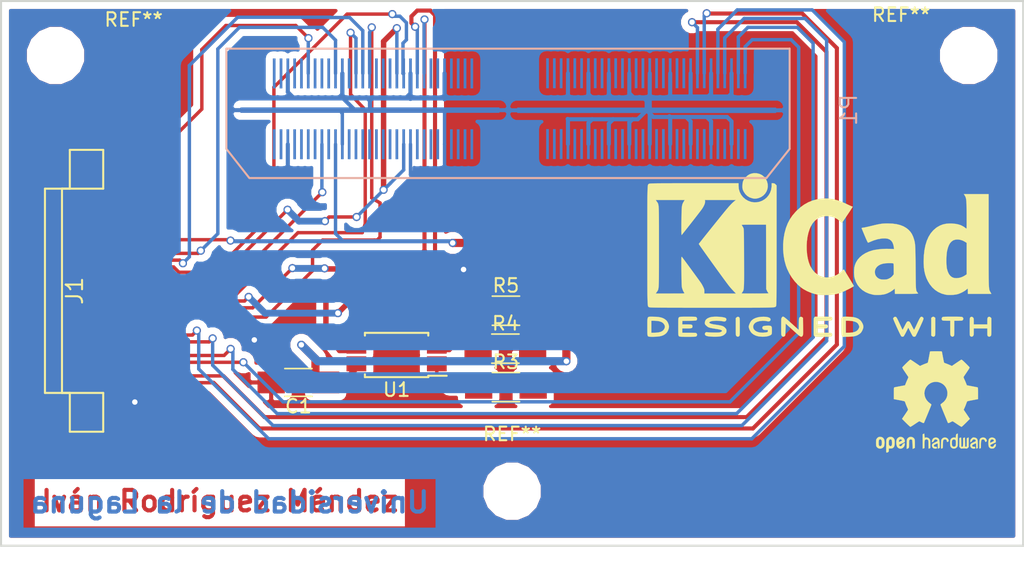
<source format=kicad_pcb>
(kicad_pcb (version 4) (host pcbnew 4.0.7-e2-6376~60~ubuntu17.10.1)

  (general
    (links 66)
    (no_connects 0)
    (area 69.924999 59.924999 152.57145 102.38544)
    (thickness 1.6)
    (drawings 8)
    (tracks 361)
    (zones 0)
    (modules 12)
    (nets 22)
  )

  (page A4)
  (title_block
    (title "Módulo puente para sensor OV5680")
    (date 2018-06-17)
    (rev "Rev 1.1")
    (company "Universidad de la Laguna")
    (comment 1 "Iván Rodríguez Méndez")
    (comment 2 "Adaptación multicámara NVIDIA JETSON TX2")
    (comment 3 "Área de Teoría de la Señal y Comunicación ")
    (comment 4 "Departamento de Ingeniería Industrial")
  )

  (layers
    (0 F.Cu signal)
    (31 B.Cu signal)
    (32 B.Adhes user)
    (33 F.Adhes user)
    (34 B.Paste user)
    (35 F.Paste user)
    (36 B.SilkS user)
    (37 F.SilkS user)
    (38 B.Mask user)
    (39 F.Mask user)
    (40 Dwgs.User user)
    (41 Cmts.User user)
    (42 Eco1.User user)
    (43 Eco2.User user)
    (44 Edge.Cuts user)
    (45 Margin user)
    (46 B.CrtYd user)
    (47 F.CrtYd user)
    (48 B.Fab user)
    (49 F.Fab user)
  )

  (setup
    (last_trace_width 0.25)
    (user_trace_width 0.3)
    (user_trace_width 0.4)
    (user_trace_width 0.5)
    (user_trace_width 0.6)
    (user_trace_width 0.7)
    (user_trace_width 0.8)
    (trace_clearance 0.2)
    (zone_clearance 0.508)
    (zone_45_only no)
    (trace_min 0.2)
    (segment_width 0.2)
    (edge_width 0.15)
    (via_size 0.6)
    (via_drill 0.4)
    (via_min_size 0.4)
    (via_min_drill 0.3)
    (uvia_size 0.3)
    (uvia_drill 0.1)
    (uvias_allowed no)
    (uvia_min_size 0.2)
    (uvia_min_drill 0.1)
    (pcb_text_width 0.3)
    (pcb_text_size 1.5 1.5)
    (mod_edge_width 0.15)
    (mod_text_size 1 1)
    (mod_text_width 0.15)
    (pad_size 19 0.4)
    (pad_drill 0)
    (pad_to_mask_clearance 0.2)
    (aux_axis_origin 69.86016 100.13696)
    (visible_elements FFFFFF7F)
    (pcbplotparams
      (layerselection 0x01030_80000001)
      (usegerberextensions false)
      (excludeedgelayer true)
      (linewidth 0.100000)
      (plotframeref false)
      (viasonmask false)
      (mode 1)
      (useauxorigin false)
      (hpglpennumber 1)
      (hpglpenspeed 20)
      (hpglpendiameter 15)
      (hpglpenoverlay 2)
      (psnegative false)
      (psa4output false)
      (plotreference true)
      (plotvalue true)
      (plotinvisibletext false)
      (padsonsilk false)
      (subtractmaskfromsilk false)
      (outputformat 4)
      (mirror false)
      (drillshape 2)
      (scaleselection 1)
      (outputdirectory Fabricación/PDF/))
  )

  (net 0 "")
  (net 1 GND)
  (net 2 CON_CSI_D1_P)
  (net 3 CON_CSI_D1_N)
  (net 4 CON_CSI_D0_P)
  (net 5 CON_CSI_CLK_P)
  (net 6 CON_CSI_CLK_N)
  (net 7 CAM_I2C_SCL)
  (net 8 CAM_I2C_SDA)
  (net 9 FLASH_STROBE)
  (net 10 AVDD_CAM)
  (net 11 AF_VDD)
  (net 12 DVDD_CAM_IO_1V2)
  (net 13 DVDD_CAM_IO_1V8)
  (net 14 VDD_5V0_IO_SYS)
  (net 15 "Net-(R3-Pad1)")
  (net 16 "Net-(R4-Pad1)")
  (net 17 "Net-(R5-Pad1)")
  (net 18 CON_CSI_D0_N)
  (net 19 CAM0_MCLK)
  (net 20 CAM0_PWDN)
  (net 21 CAM0_RST_L)

  (net_class Default "Esta es la clase de red por defecto."
    (clearance 0.2)
    (trace_width 0.25)
    (via_dia 0.6)
    (via_drill 0.4)
    (uvia_dia 0.3)
    (uvia_drill 0.1)
    (add_net AF_VDD)
    (add_net AVDD_CAM)
    (add_net CAM0_MCLK)
    (add_net CAM0_PWDN)
    (add_net CAM0_RST_L)
    (add_net CAM_I2C_SCL)
    (add_net CAM_I2C_SDA)
    (add_net CON_CSI_CLK_N)
    (add_net CON_CSI_CLK_P)
    (add_net CON_CSI_D0_N)
    (add_net CON_CSI_D0_P)
    (add_net CON_CSI_D1_N)
    (add_net CON_CSI_D1_P)
    (add_net DVDD_CAM_IO_1V2)
    (add_net DVDD_CAM_IO_1V8)
    (add_net FLASH_STROBE)
    (add_net GND)
    (add_net "Net-(R3-Pad1)")
    (add_net "Net-(R4-Pad1)")
    (add_net "Net-(R5-Pad1)")
    (add_net VDD_5V0_IO_SYS)
  )

  (module Mounting_Holes:MountingHole_3.2mm_M3 (layer F.Cu) (tedit 5A84300D) (tstamp 5A8C8A69)
    (at 74 64)
    (descr "Mounting Hole 3.2mm, no annular, M3")
    (tags "mounting hole 3.2mm no annular m3")
    (fp_text reference REF** (at 5.7306 -2.6336) (layer F.SilkS)
      (effects (font (size 1 1) (thickness 0.15)))
    )
    (fp_text value MountingHole_3.2mm_M3 (at 5.629 4.4022) (layer F.Fab)
      (effects (font (size 1 1) (thickness 0.15)))
    )
    (fp_circle (center 0 0) (end 3.2 0) (layer Cmts.User) (width 0.15))
    (fp_circle (center 0 0) (end 3.45 0) (layer F.CrtYd) (width 0.05))
    (pad 1 np_thru_hole circle (at 0 0) (size 3.2 3.2) (drill 3.2) (layers *.Cu *.Mask))
  )

  (module Mounting_Holes:MountingHole_3.2mm_M3 (layer F.Cu) (tedit 5A887DFB) (tstamp 5A8C8AB9)
    (at 107.5 96)
    (descr "Mounting Hole 3.2mm, no annular, M3")
    (tags "mounting hole 3.2mm no annular m3")
    (fp_text reference REF** (at 0 -4.2) (layer F.SilkS)
      (effects (font (size 1 1) (thickness 0.15)))
    )
    (fp_text value MountingHole_3.2mm_M3 (at 0.069 5.31044) (layer F.Fab)
      (effects (font (size 1 1) (thickness 0.15)))
    )
    (fp_circle (center 0 0) (end 3.2 0) (layer Cmts.User) (width 0.15))
    (fp_circle (center 0 0) (end 3.45 0) (layer F.CrtYd) (width 0.05))
    (pad 1 np_thru_hole circle (at 0 0) (size 3.2 3.2) (drill 3.2) (layers *.Cu *.Mask))
  )

  (module Mounting_Holes:MountingHole_3.2mm_M3 (layer F.Cu) (tedit 5A8430F6) (tstamp 5A8C8AC6)
    (at 141 64)
    (descr "Mounting Hole 3.2mm, no annular, M3")
    (tags "mounting hole 3.2mm no annular m3")
    (fp_text reference REF** (at -4.9576 -2.9892) (layer F.SilkS)
      (effects (font (size 1 1) (thickness 0.15)))
    )
    (fp_text value MountingHole_3.2mm_M3 (at -6.126 4.5546) (layer F.Fab)
      (effects (font (size 1 1) (thickness 0.15)))
    )
    (fp_circle (center 0 0) (end 3.2 0) (layer Cmts.User) (width 0.15))
    (fp_circle (center 0 0) (end 3.45 0) (layer F.CrtYd) (width 0.05))
    (pad 1 np_thru_hole circle (at 0 0) (size 3.2 3.2) (drill 3.2) (layers *.Cu *.Mask))
  )

  (module Symbols:OSHW-Logo2_9.8x8mm_SilkScreen (layer F.Cu) (tedit 0) (tstamp 5A9B66DC)
    (at 138.59764 89.4334)
    (descr "Open Source Hardware Symbol")
    (tags "Logo Symbol OSHW")
    (attr virtual)
    (fp_text reference REF*** (at 0 0) (layer F.SilkS) hide
      (effects (font (size 1 1) (thickness 0.15)))
    )
    (fp_text value OSHW-Logo2_9.8x8mm_SilkScreen (at 0.75 0) (layer F.Fab) hide
      (effects (font (size 1 1) (thickness 0.15)))
    )
    (fp_poly (pts (xy -3.231114 2.584505) (xy -3.156461 2.621727) (xy -3.090569 2.690261) (xy -3.072423 2.715648)
      (xy -3.052655 2.748866) (xy -3.039828 2.784945) (xy -3.03249 2.833098) (xy -3.029187 2.902536)
      (xy -3.028462 2.994206) (xy -3.031737 3.11983) (xy -3.043123 3.214154) (xy -3.064959 3.284523)
      (xy -3.099581 3.338286) (xy -3.14933 3.382788) (xy -3.152986 3.385423) (xy -3.202015 3.412377)
      (xy -3.261055 3.425712) (xy -3.336141 3.429) (xy -3.458205 3.429) (xy -3.458256 3.547497)
      (xy -3.459392 3.613492) (xy -3.466314 3.652202) (xy -3.484402 3.675419) (xy -3.519038 3.694933)
      (xy -3.527355 3.69892) (xy -3.56628 3.717603) (xy -3.596417 3.729403) (xy -3.618826 3.730422)
      (xy -3.634567 3.716761) (xy -3.644698 3.684522) (xy -3.650277 3.629804) (xy -3.652365 3.548711)
      (xy -3.652019 3.437344) (xy -3.6503 3.291802) (xy -3.649763 3.248269) (xy -3.647828 3.098205)
      (xy -3.646096 3.000042) (xy -3.458308 3.000042) (xy -3.457252 3.083364) (xy -3.452562 3.13788)
      (xy -3.441949 3.173837) (xy -3.423128 3.201482) (xy -3.41035 3.214965) (xy -3.35811 3.254417)
      (xy -3.311858 3.257628) (xy -3.264133 3.225049) (xy -3.262923 3.223846) (xy -3.243506 3.198668)
      (xy -3.231693 3.164447) (xy -3.225735 3.111748) (xy -3.22388 3.031131) (xy -3.223846 3.013271)
      (xy -3.22833 2.902175) (xy -3.242926 2.825161) (xy -3.26935 2.778147) (xy -3.309317 2.75705)
      (xy -3.332416 2.754923) (xy -3.387238 2.7649) (xy -3.424842 2.797752) (xy -3.447477 2.857857)
      (xy -3.457394 2.949598) (xy -3.458308 3.000042) (xy -3.646096 3.000042) (xy -3.645778 2.98206)
      (xy -3.643127 2.894679) (xy -3.639394 2.830905) (xy -3.634093 2.785582) (xy -3.626742 2.753555)
      (xy -3.616857 2.729668) (xy -3.603954 2.708764) (xy -3.598421 2.700898) (xy -3.525031 2.626595)
      (xy -3.43224 2.584467) (xy -3.324904 2.572722) (xy -3.231114 2.584505)) (layer F.SilkS) (width 0.01))
    (fp_poly (pts (xy -1.728336 2.595089) (xy -1.665633 2.631358) (xy -1.622039 2.667358) (xy -1.590155 2.705075)
      (xy -1.56819 2.751199) (xy -1.554351 2.812421) (xy -1.546847 2.895431) (xy -1.543883 3.006919)
      (xy -1.543539 3.087062) (xy -1.543539 3.382065) (xy -1.709615 3.456515) (xy -1.719385 3.133402)
      (xy -1.723421 3.012729) (xy -1.727656 2.925141) (xy -1.732903 2.86465) (xy -1.739975 2.825268)
      (xy -1.749689 2.801007) (xy -1.762856 2.78588) (xy -1.767081 2.782606) (xy -1.831091 2.757034)
      (xy -1.895792 2.767153) (xy -1.934308 2.794) (xy -1.949975 2.813024) (xy -1.96082 2.837988)
      (xy -1.967712 2.875834) (xy -1.971521 2.933502) (xy -1.973117 3.017935) (xy -1.973385 3.105928)
      (xy -1.973437 3.216323) (xy -1.975328 3.294463) (xy -1.981655 3.347165) (xy -1.995017 3.381242)
      (xy -2.018015 3.403511) (xy -2.053246 3.420787) (xy -2.100303 3.438738) (xy -2.151697 3.458278)
      (xy -2.145579 3.111485) (xy -2.143116 2.986468) (xy -2.140233 2.894082) (xy -2.136102 2.827881)
      (xy -2.129893 2.78142) (xy -2.120774 2.748256) (xy -2.107917 2.721944) (xy -2.092416 2.698729)
      (xy -2.017629 2.624569) (xy -1.926372 2.581684) (xy -1.827117 2.571412) (xy -1.728336 2.595089)) (layer F.SilkS) (width 0.01))
    (fp_poly (pts (xy -3.983114 2.587256) (xy -3.891536 2.635409) (xy -3.823951 2.712905) (xy -3.799943 2.762727)
      (xy -3.781262 2.837533) (xy -3.771699 2.932052) (xy -3.770792 3.03521) (xy -3.778079 3.135935)
      (xy -3.793097 3.223153) (xy -3.815385 3.285791) (xy -3.822235 3.296579) (xy -3.903368 3.377105)
      (xy -3.999734 3.425336) (xy -4.104299 3.43945) (xy -4.210032 3.417629) (xy -4.239457 3.404547)
      (xy -4.296759 3.364231) (xy -4.34705 3.310775) (xy -4.351803 3.303995) (xy -4.371122 3.271321)
      (xy -4.383892 3.236394) (xy -4.391436 3.190414) (xy -4.395076 3.124584) (xy -4.396135 3.030105)
      (xy -4.396154 3.008923) (xy -4.396106 3.002182) (xy -4.200769 3.002182) (xy -4.199632 3.091349)
      (xy -4.195159 3.15052) (xy -4.185754 3.188741) (xy -4.169824 3.215053) (xy -4.161692 3.223846)
      (xy -4.114942 3.257261) (xy -4.069553 3.255737) (xy -4.02366 3.226752) (xy -3.996288 3.195809)
      (xy -3.980077 3.150643) (xy -3.970974 3.07942) (xy -3.970349 3.071114) (xy -3.968796 2.942037)
      (xy -3.985035 2.846172) (xy -4.018848 2.784107) (xy -4.070016 2.756432) (xy -4.08828 2.754923)
      (xy -4.13624 2.762513) (xy -4.169047 2.788808) (xy -4.189105 2.839095) (xy -4.198822 2.918664)
      (xy -4.200769 3.002182) (xy -4.396106 3.002182) (xy -4.395426 2.908249) (xy -4.392371 2.837906)
      (xy -4.385678 2.789163) (xy -4.37404 2.753288) (xy -4.356147 2.721548) (xy -4.352192 2.715648)
      (xy -4.285733 2.636104) (xy -4.213315 2.589929) (xy -4.125151 2.571599) (xy -4.095213 2.570703)
      (xy -3.983114 2.587256)) (layer F.SilkS) (width 0.01))
    (fp_poly (pts (xy -2.465746 2.599745) (xy -2.388714 2.651567) (xy -2.329184 2.726412) (xy -2.293622 2.821654)
      (xy -2.286429 2.891756) (xy -2.287246 2.921009) (xy -2.294086 2.943407) (xy -2.312888 2.963474)
      (xy -2.349592 2.985733) (xy -2.410138 3.014709) (xy -2.500466 3.054927) (xy -2.500923 3.055129)
      (xy -2.584067 3.09321) (xy -2.652247 3.127025) (xy -2.698495 3.152933) (xy -2.715842 3.167295)
      (xy -2.715846 3.167411) (xy -2.700557 3.198685) (xy -2.664804 3.233157) (xy -2.623758 3.25799)
      (xy -2.602963 3.262923) (xy -2.54623 3.245862) (xy -2.497373 3.203133) (xy -2.473535 3.156155)
      (xy -2.450603 3.121522) (xy -2.405682 3.082081) (xy -2.352877 3.048009) (xy -2.30629 3.02948)
      (xy -2.296548 3.028462) (xy -2.285582 3.045215) (xy -2.284921 3.088039) (xy -2.29298 3.145781)
      (xy -2.308173 3.207289) (xy -2.328914 3.261409) (xy -2.329962 3.26351) (xy -2.392379 3.35066)
      (xy -2.473274 3.409939) (xy -2.565144 3.439034) (xy -2.660487 3.435634) (xy -2.751802 3.397428)
      (xy -2.755862 3.394741) (xy -2.827694 3.329642) (xy -2.874927 3.244705) (xy -2.901066 3.133021)
      (xy -2.904574 3.101643) (xy -2.910787 2.953536) (xy -2.903339 2.884468) (xy -2.715846 2.884468)
      (xy -2.71341 2.927552) (xy -2.700086 2.940126) (xy -2.666868 2.930719) (xy -2.614506 2.908483)
      (xy -2.555976 2.88061) (xy -2.554521 2.879872) (xy -2.504911 2.853777) (xy -2.485 2.836363)
      (xy -2.48991 2.818107) (xy -2.510584 2.79412) (xy -2.563181 2.759406) (xy -2.619823 2.756856)
      (xy -2.670631 2.782119) (xy -2.705724 2.830847) (xy -2.715846 2.884468) (xy -2.903339 2.884468)
      (xy -2.898008 2.835036) (xy -2.865222 2.741055) (xy -2.819579 2.675215) (xy -2.737198 2.608681)
      (xy -2.646454 2.575676) (xy -2.553815 2.573573) (xy -2.465746 2.599745)) (layer F.SilkS) (width 0.01))
    (fp_poly (pts (xy -0.840154 2.49212) (xy -0.834428 2.57198) (xy -0.827851 2.619039) (xy -0.818738 2.639566)
      (xy -0.805402 2.639829) (xy -0.801077 2.637378) (xy -0.743556 2.619636) (xy -0.668732 2.620672)
      (xy -0.592661 2.63891) (xy -0.545082 2.662505) (xy -0.496298 2.700198) (xy -0.460636 2.742855)
      (xy -0.436155 2.797057) (xy -0.420913 2.869384) (xy -0.41297 2.966419) (xy -0.410384 3.094742)
      (xy -0.410338 3.119358) (xy -0.410308 3.39587) (xy -0.471839 3.41732) (xy -0.515541 3.431912)
      (xy -0.539518 3.438706) (xy -0.540223 3.438769) (xy -0.542585 3.420345) (xy -0.544594 3.369526)
      (xy -0.546099 3.292993) (xy -0.546947 3.19743) (xy -0.547077 3.139329) (xy -0.547349 3.024771)
      (xy -0.548748 2.942667) (xy -0.552151 2.886393) (xy -0.558433 2.849326) (xy -0.568471 2.824844)
      (xy -0.583139 2.806325) (xy -0.592298 2.797406) (xy -0.655211 2.761466) (xy -0.723864 2.758775)
      (xy -0.786152 2.78917) (xy -0.797671 2.800144) (xy -0.814567 2.820779) (xy -0.826286 2.845256)
      (xy -0.833767 2.880647) (xy -0.837946 2.934026) (xy -0.839763 3.012466) (xy -0.840154 3.120617)
      (xy -0.840154 3.39587) (xy -0.901685 3.41732) (xy -0.945387 3.431912) (xy -0.969364 3.438706)
      (xy -0.97007 3.438769) (xy -0.971874 3.420069) (xy -0.9735 3.367322) (xy -0.974883 3.285557)
      (xy -0.975958 3.179805) (xy -0.97666 3.055094) (xy -0.976923 2.916455) (xy -0.976923 2.381806)
      (xy -0.849923 2.328236) (xy -0.840154 2.49212)) (layer F.SilkS) (width 0.01))
    (fp_poly (pts (xy 0.053501 2.626303) (xy 0.13006 2.654733) (xy 0.130936 2.655279) (xy 0.178285 2.690127)
      (xy 0.213241 2.730852) (xy 0.237825 2.783925) (xy 0.254062 2.855814) (xy 0.263975 2.952992)
      (xy 0.269586 3.081928) (xy 0.270077 3.100298) (xy 0.277141 3.377287) (xy 0.217695 3.408028)
      (xy 0.174681 3.428802) (xy 0.14871 3.438646) (xy 0.147509 3.438769) (xy 0.143014 3.420606)
      (xy 0.139444 3.371612) (xy 0.137248 3.300031) (xy 0.136769 3.242068) (xy 0.136758 3.14817)
      (xy 0.132466 3.089203) (xy 0.117503 3.061079) (xy 0.085482 3.059706) (xy 0.030014 3.080998)
      (xy -0.053731 3.120136) (xy -0.115311 3.152643) (xy -0.146983 3.180845) (xy -0.156294 3.211582)
      (xy -0.156308 3.213104) (xy -0.140943 3.266054) (xy -0.095453 3.29466) (xy -0.025834 3.298803)
      (xy 0.024313 3.298084) (xy 0.050754 3.312527) (xy 0.067243 3.347218) (xy 0.076733 3.391416)
      (xy 0.063057 3.416493) (xy 0.057907 3.420082) (xy 0.009425 3.434496) (xy -0.058469 3.436537)
      (xy -0.128388 3.426983) (xy -0.177932 3.409522) (xy -0.24643 3.351364) (xy -0.285366 3.270408)
      (xy -0.293077 3.20716) (xy -0.287193 3.150111) (xy -0.265899 3.103542) (xy -0.223735 3.062181)
      (xy -0.155241 3.020755) (xy -0.054956 2.973993) (xy -0.048846 2.97135) (xy 0.04149 2.929617)
      (xy 0.097235 2.895391) (xy 0.121129 2.864635) (xy 0.115913 2.833311) (xy 0.084328 2.797383)
      (xy 0.074883 2.789116) (xy 0.011617 2.757058) (xy -0.053936 2.758407) (xy -0.111028 2.789838)
      (xy -0.148907 2.848024) (xy -0.152426 2.859446) (xy -0.1867 2.914837) (xy -0.230191 2.941518)
      (xy -0.293077 2.96796) (xy -0.293077 2.899548) (xy -0.273948 2.80011) (xy -0.217169 2.708902)
      (xy -0.187622 2.678389) (xy -0.120458 2.639228) (xy -0.035044 2.6215) (xy 0.053501 2.626303)) (layer F.SilkS) (width 0.01))
    (fp_poly (pts (xy 0.713362 2.62467) (xy 0.802117 2.657421) (xy 0.874022 2.71535) (xy 0.902144 2.756128)
      (xy 0.932802 2.830954) (xy 0.932165 2.885058) (xy 0.899987 2.921446) (xy 0.888081 2.927633)
      (xy 0.836675 2.946925) (xy 0.810422 2.941982) (xy 0.80153 2.909587) (xy 0.801077 2.891692)
      (xy 0.784797 2.825859) (xy 0.742365 2.779807) (xy 0.683388 2.757564) (xy 0.617475 2.763161)
      (xy 0.563895 2.792229) (xy 0.545798 2.80881) (xy 0.532971 2.828925) (xy 0.524306 2.859332)
      (xy 0.518696 2.906788) (xy 0.515035 2.97805) (xy 0.512215 3.079875) (xy 0.511484 3.112115)
      (xy 0.50882 3.22241) (xy 0.505792 3.300036) (xy 0.50125 3.351396) (xy 0.494046 3.38289)
      (xy 0.483033 3.40092) (xy 0.46706 3.411888) (xy 0.456834 3.416733) (xy 0.413406 3.433301)
      (xy 0.387842 3.438769) (xy 0.379395 3.420507) (xy 0.374239 3.365296) (xy 0.372346 3.272499)
      (xy 0.373689 3.141478) (xy 0.374107 3.121269) (xy 0.377058 3.001733) (xy 0.380548 2.914449)
      (xy 0.385514 2.852591) (xy 0.392893 2.809336) (xy 0.403624 2.77786) (xy 0.418645 2.751339)
      (xy 0.426502 2.739975) (xy 0.471553 2.689692) (xy 0.52194 2.650581) (xy 0.528108 2.647167)
      (xy 0.618458 2.620212) (xy 0.713362 2.62467)) (layer F.SilkS) (width 0.01))
    (fp_poly (pts (xy 1.602081 2.780289) (xy 1.601833 2.92632) (xy 1.600872 3.038655) (xy 1.598794 3.122678)
      (xy 1.595193 3.183769) (xy 1.589665 3.227309) (xy 1.581804 3.258679) (xy 1.571207 3.283262)
      (xy 1.563182 3.297294) (xy 1.496728 3.373388) (xy 1.41247 3.421084) (xy 1.319249 3.438199)
      (xy 1.2259 3.422546) (xy 1.170312 3.394418) (xy 1.111957 3.34576) (xy 1.072186 3.286333)
      (xy 1.04819 3.208507) (xy 1.037161 3.104652) (xy 1.035599 3.028462) (xy 1.035809 3.022986)
      (xy 1.172308 3.022986) (xy 1.173141 3.110355) (xy 1.176961 3.168192) (xy 1.185746 3.206029)
      (xy 1.201474 3.233398) (xy 1.220266 3.254042) (xy 1.283375 3.29389) (xy 1.351137 3.297295)
      (xy 1.415179 3.264025) (xy 1.420164 3.259517) (xy 1.441439 3.236067) (xy 1.454779 3.208166)
      (xy 1.462001 3.166641) (xy 1.464923 3.102316) (xy 1.465385 3.0312) (xy 1.464383 2.941858)
      (xy 1.460238 2.882258) (xy 1.451236 2.843089) (xy 1.435667 2.81504) (xy 1.422902 2.800144)
      (xy 1.3636 2.762575) (xy 1.295301 2.758057) (xy 1.23011 2.786753) (xy 1.217528 2.797406)
      (xy 1.196111 2.821063) (xy 1.182744 2.849251) (xy 1.175566 2.891245) (xy 1.172719 2.956319)
      (xy 1.172308 3.022986) (xy 1.035809 3.022986) (xy 1.040322 2.905765) (xy 1.056362 2.813577)
      (xy 1.086528 2.744269) (xy 1.133629 2.690211) (xy 1.170312 2.662505) (xy 1.23699 2.632572)
      (xy 1.314272 2.618678) (xy 1.38611 2.622397) (xy 1.426308 2.6374) (xy 1.442082 2.64167)
      (xy 1.45255 2.62575) (xy 1.459856 2.583089) (xy 1.465385 2.518106) (xy 1.471437 2.445732)
      (xy 1.479844 2.402187) (xy 1.495141 2.377287) (xy 1.521864 2.360845) (xy 1.538654 2.353564)
      (xy 1.602154 2.326963) (xy 1.602081 2.780289)) (layer F.SilkS) (width 0.01))
    (fp_poly (pts (xy 2.395929 2.636662) (xy 2.398911 2.688068) (xy 2.401247 2.766192) (xy 2.402749 2.864857)
      (xy 2.403231 2.968343) (xy 2.403231 3.318533) (xy 2.341401 3.380363) (xy 2.298793 3.418462)
      (xy 2.26139 3.433895) (xy 2.21027 3.432918) (xy 2.189978 3.430433) (xy 2.126554 3.4232)
      (xy 2.074095 3.419055) (xy 2.061308 3.418672) (xy 2.018199 3.421176) (xy 1.956544 3.427462)
      (xy 1.932638 3.430433) (xy 1.873922 3.435028) (xy 1.834464 3.425046) (xy 1.795338 3.394228)
      (xy 1.781215 3.380363) (xy 1.719385 3.318533) (xy 1.719385 2.663503) (xy 1.76915 2.640829)
      (xy 1.812002 2.624034) (xy 1.837073 2.618154) (xy 1.843501 2.636736) (xy 1.849509 2.688655)
      (xy 1.854697 2.768172) (xy 1.858664 2.869546) (xy 1.860577 2.955192) (xy 1.865923 3.292231)
      (xy 1.91256 3.298825) (xy 1.954976 3.294214) (xy 1.97576 3.279287) (xy 1.98157 3.251377)
      (xy 1.98653 3.191925) (xy 1.990246 3.108466) (xy 1.992324 3.008532) (xy 1.992624 2.957104)
      (xy 1.992923 2.661054) (xy 2.054454 2.639604) (xy 2.098004 2.62502) (xy 2.121694 2.618219)
      (xy 2.122377 2.618154) (xy 2.124754 2.636642) (xy 2.127366 2.687906) (xy 2.129995 2.765649)
      (xy 2.132421 2.863574) (xy 2.134115 2.955192) (xy 2.139461 3.292231) (xy 2.256692 3.292231)
      (xy 2.262072 2.984746) (xy 2.267451 2.677261) (xy 2.324601 2.647707) (xy 2.366797 2.627413)
      (xy 2.39177 2.618204) (xy 2.392491 2.618154) (xy 2.395929 2.636662)) (layer F.SilkS) (width 0.01))
    (fp_poly (pts (xy 2.887333 2.633528) (xy 2.94359 2.659117) (xy 2.987747 2.690124) (xy 3.020101 2.724795)
      (xy 3.042438 2.76952) (xy 3.056546 2.830692) (xy 3.064211 2.914701) (xy 3.06722 3.02794)
      (xy 3.067538 3.102509) (xy 3.067538 3.39342) (xy 3.017773 3.416095) (xy 2.978576 3.432667)
      (xy 2.959157 3.438769) (xy 2.955442 3.42061) (xy 2.952495 3.371648) (xy 2.950691 3.300153)
      (xy 2.950308 3.243385) (xy 2.948661 3.161371) (xy 2.944222 3.096309) (xy 2.93774 3.056467)
      (xy 2.93259 3.048) (xy 2.897977 3.056646) (xy 2.84364 3.078823) (xy 2.780722 3.108886)
      (xy 2.720368 3.141192) (xy 2.673721 3.170098) (xy 2.651926 3.189961) (xy 2.651839 3.190175)
      (xy 2.653714 3.226935) (xy 2.670525 3.262026) (xy 2.700039 3.290528) (xy 2.743116 3.300061)
      (xy 2.779932 3.29895) (xy 2.832074 3.298133) (xy 2.859444 3.310349) (xy 2.875882 3.342624)
      (xy 2.877955 3.34871) (xy 2.885081 3.394739) (xy 2.866024 3.422687) (xy 2.816353 3.436007)
      (xy 2.762697 3.43847) (xy 2.666142 3.42021) (xy 2.616159 3.394131) (xy 2.554429 3.332868)
      (xy 2.52169 3.25767) (xy 2.518753 3.178211) (xy 2.546424 3.104167) (xy 2.588047 3.057769)
      (xy 2.629604 3.031793) (xy 2.694922 2.998907) (xy 2.771038 2.965557) (xy 2.783726 2.960461)
      (xy 2.867333 2.923565) (xy 2.91553 2.891046) (xy 2.93103 2.858718) (xy 2.91655 2.822394)
      (xy 2.891692 2.794) (xy 2.832939 2.759039) (xy 2.768293 2.756417) (xy 2.709008 2.783358)
      (xy 2.666339 2.837088) (xy 2.660739 2.85095) (xy 2.628133 2.901936) (xy 2.58053 2.939787)
      (xy 2.520461 2.97085) (xy 2.520461 2.882768) (xy 2.523997 2.828951) (xy 2.539156 2.786534)
      (xy 2.572768 2.741279) (xy 2.605035 2.70642) (xy 2.655209 2.657062) (xy 2.694193 2.630547)
      (xy 2.736064 2.619911) (xy 2.78346 2.618154) (xy 2.887333 2.633528)) (layer F.SilkS) (width 0.01))
    (fp_poly (pts (xy 3.570807 2.636782) (xy 3.594161 2.646988) (xy 3.649902 2.691134) (xy 3.697569 2.754967)
      (xy 3.727048 2.823087) (xy 3.731846 2.85667) (xy 3.71576 2.903556) (xy 3.680475 2.928365)
      (xy 3.642644 2.943387) (xy 3.625321 2.946155) (xy 3.616886 2.926066) (xy 3.60023 2.882351)
      (xy 3.592923 2.862598) (xy 3.551948 2.794271) (xy 3.492622 2.760191) (xy 3.416552 2.761239)
      (xy 3.410918 2.762581) (xy 3.370305 2.781836) (xy 3.340448 2.819375) (xy 3.320055 2.879809)
      (xy 3.307836 2.967751) (xy 3.3025 3.087813) (xy 3.302 3.151698) (xy 3.301752 3.252403)
      (xy 3.300126 3.321054) (xy 3.295801 3.364673) (xy 3.287454 3.390282) (xy 3.273765 3.404903)
      (xy 3.253411 3.415558) (xy 3.252234 3.416095) (xy 3.213038 3.432667) (xy 3.193619 3.438769)
      (xy 3.190635 3.420319) (xy 3.188081 3.369323) (xy 3.18614 3.292308) (xy 3.184997 3.195805)
      (xy 3.184769 3.125184) (xy 3.185932 2.988525) (xy 3.190479 2.884851) (xy 3.199999 2.808108)
      (xy 3.216081 2.752246) (xy 3.240313 2.711212) (xy 3.274286 2.678954) (xy 3.307833 2.65644)
      (xy 3.388499 2.626476) (xy 3.482381 2.619718) (xy 3.570807 2.636782)) (layer F.SilkS) (width 0.01))
    (fp_poly (pts (xy 4.245224 2.647838) (xy 4.322528 2.698361) (xy 4.359814 2.74359) (xy 4.389353 2.825663)
      (xy 4.391699 2.890607) (xy 4.386385 2.977445) (xy 4.186115 3.065103) (xy 4.088739 3.109887)
      (xy 4.025113 3.145913) (xy 3.992029 3.177117) (xy 3.98628 3.207436) (xy 4.004658 3.240805)
      (xy 4.024923 3.262923) (xy 4.083889 3.298393) (xy 4.148024 3.300879) (xy 4.206926 3.273235)
      (xy 4.250197 3.21832) (xy 4.257936 3.198928) (xy 4.295006 3.138364) (xy 4.337654 3.112552)
      (xy 4.396154 3.090471) (xy 4.396154 3.174184) (xy 4.390982 3.23115) (xy 4.370723 3.279189)
      (xy 4.328262 3.334346) (xy 4.321951 3.341514) (xy 4.27472 3.390585) (xy 4.234121 3.41692)
      (xy 4.183328 3.429035) (xy 4.14122 3.433003) (xy 4.065902 3.433991) (xy 4.012286 3.421466)
      (xy 3.978838 3.402869) (xy 3.926268 3.361975) (xy 3.889879 3.317748) (xy 3.86685 3.262126)
      (xy 3.854359 3.187047) (xy 3.849587 3.084449) (xy 3.849206 3.032376) (xy 3.850501 2.969948)
      (xy 3.968471 2.969948) (xy 3.969839 3.003438) (xy 3.973249 3.008923) (xy 3.995753 3.001472)
      (xy 4.044182 2.981753) (xy 4.108908 2.953718) (xy 4.122443 2.947692) (xy 4.204244 2.906096)
      (xy 4.249312 2.869538) (xy 4.259217 2.835296) (xy 4.235526 2.800648) (xy 4.21596 2.785339)
      (xy 4.14536 2.754721) (xy 4.07928 2.75978) (xy 4.023959 2.797151) (xy 3.985636 2.863473)
      (xy 3.973349 2.916116) (xy 3.968471 2.969948) (xy 3.850501 2.969948) (xy 3.85173 2.91072)
      (xy 3.861032 2.82071) (xy 3.87946 2.755167) (xy 3.90936 2.706912) (xy 3.95308 2.668767)
      (xy 3.972141 2.65644) (xy 4.058726 2.624336) (xy 4.153522 2.622316) (xy 4.245224 2.647838)) (layer F.SilkS) (width 0.01))
    (fp_poly (pts (xy 0.139878 -3.712224) (xy 0.245612 -3.711645) (xy 0.322132 -3.710078) (xy 0.374372 -3.707028)
      (xy 0.407263 -3.702004) (xy 0.425737 -3.694511) (xy 0.434727 -3.684056) (xy 0.439163 -3.670147)
      (xy 0.439594 -3.668346) (xy 0.446333 -3.635855) (xy 0.458808 -3.571748) (xy 0.475719 -3.482849)
      (xy 0.495771 -3.375981) (xy 0.517664 -3.257967) (xy 0.518429 -3.253822) (xy 0.540359 -3.138169)
      (xy 0.560877 -3.035986) (xy 0.578659 -2.953402) (xy 0.592381 -2.896544) (xy 0.600718 -2.871542)
      (xy 0.601116 -2.871099) (xy 0.625677 -2.85889) (xy 0.676315 -2.838544) (xy 0.742095 -2.814455)
      (xy 0.742461 -2.814326) (xy 0.825317 -2.783182) (xy 0.923 -2.743509) (xy 1.015077 -2.703619)
      (xy 1.019434 -2.701647) (xy 1.169407 -2.63358) (xy 1.501498 -2.860361) (xy 1.603374 -2.929496)
      (xy 1.695657 -2.991303) (xy 1.773003 -3.042267) (xy 1.830064 -3.078873) (xy 1.861495 -3.097606)
      (xy 1.864479 -3.098996) (xy 1.887321 -3.09281) (xy 1.929982 -3.062965) (xy 1.994128 -3.008053)
      (xy 2.081421 -2.926666) (xy 2.170535 -2.840078) (xy 2.256441 -2.754753) (xy 2.333327 -2.676892)
      (xy 2.396564 -2.611303) (xy 2.441523 -2.562795) (xy 2.463576 -2.536175) (xy 2.464396 -2.534805)
      (xy 2.466834 -2.516537) (xy 2.45765 -2.486705) (xy 2.434574 -2.441279) (xy 2.395337 -2.37623)
      (xy 2.33767 -2.28753) (xy 2.260795 -2.173343) (xy 2.19257 -2.072838) (xy 2.131582 -1.982697)
      (xy 2.081356 -1.908151) (xy 2.045416 -1.854435) (xy 2.027287 -1.826782) (xy 2.026146 -1.824905)
      (xy 2.028359 -1.79841) (xy 2.045138 -1.746914) (xy 2.073142 -1.680149) (xy 2.083122 -1.658828)
      (xy 2.126672 -1.563841) (xy 2.173134 -1.456063) (xy 2.210877 -1.362808) (xy 2.238073 -1.293594)
      (xy 2.259675 -1.240994) (xy 2.272158 -1.213503) (xy 2.273709 -1.211384) (xy 2.296668 -1.207876)
      (xy 2.350786 -1.198262) (xy 2.428868 -1.183911) (xy 2.523719 -1.166193) (xy 2.628143 -1.146475)
      (xy 2.734944 -1.126126) (xy 2.836926 -1.106514) (xy 2.926894 -1.089009) (xy 2.997653 -1.074978)
      (xy 3.042006 -1.065791) (xy 3.052885 -1.063193) (xy 3.064122 -1.056782) (xy 3.072605 -1.042303)
      (xy 3.078714 -1.014867) (xy 3.082832 -0.969589) (xy 3.085341 -0.90158) (xy 3.086621 -0.805953)
      (xy 3.087054 -0.67782) (xy 3.087077 -0.625299) (xy 3.087077 -0.198155) (xy 2.9845 -0.177909)
      (xy 2.927431 -0.16693) (xy 2.842269 -0.150905) (xy 2.739372 -0.131767) (xy 2.629096 -0.111449)
      (xy 2.598615 -0.105868) (xy 2.496855 -0.086083) (xy 2.408205 -0.066627) (xy 2.340108 -0.049303)
      (xy 2.300004 -0.035912) (xy 2.293323 -0.031921) (xy 2.276919 -0.003658) (xy 2.253399 0.051109)
      (xy 2.227316 0.121588) (xy 2.222142 0.136769) (xy 2.187956 0.230896) (xy 2.145523 0.337101)
      (xy 2.103997 0.432473) (xy 2.103792 0.432916) (xy 2.03464 0.582525) (xy 2.489512 1.251617)
      (xy 2.1975 1.544116) (xy 2.10918 1.63117) (xy 2.028625 1.707909) (xy 1.96036 1.770237)
      (xy 1.908908 1.814056) (xy 1.878794 1.83527) (xy 1.874474 1.836616) (xy 1.849111 1.826016)
      (xy 1.797358 1.796547) (xy 1.724868 1.751705) (xy 1.637294 1.694984) (xy 1.542612 1.631462)
      (xy 1.446516 1.566668) (xy 1.360837 1.510287) (xy 1.291016 1.465788) (xy 1.242494 1.436639)
      (xy 1.220782 1.426308) (xy 1.194293 1.43505) (xy 1.144062 1.458087) (xy 1.080451 1.490631)
      (xy 1.073708 1.494249) (xy 0.988046 1.53721) (xy 0.929306 1.558279) (xy 0.892772 1.558503)
      (xy 0.873731 1.538928) (xy 0.87362 1.538654) (xy 0.864102 1.515472) (xy 0.841403 1.460441)
      (xy 0.807282 1.377822) (xy 0.7635 1.271872) (xy 0.711816 1.146852) (xy 0.653992 1.00702)
      (xy 0.597991 0.871637) (xy 0.536447 0.722234) (xy 0.479939 0.583832) (xy 0.430161 0.460673)
      (xy 0.388806 0.357002) (xy 0.357568 0.277059) (xy 0.338141 0.225088) (xy 0.332154 0.205692)
      (xy 0.347168 0.183443) (xy 0.386439 0.147982) (xy 0.438807 0.108887) (xy 0.587941 -0.014755)
      (xy 0.704511 -0.156478) (xy 0.787118 -0.313296) (xy 0.834366 -0.482225) (xy 0.844857 -0.660278)
      (xy 0.837231 -0.742461) (xy 0.795682 -0.912969) (xy 0.724123 -1.063541) (xy 0.626995 -1.192691)
      (xy 0.508734 -1.298936) (xy 0.37378 -1.38079) (xy 0.226571 -1.436768) (xy 0.071544 -1.465385)
      (xy -0.086861 -1.465156) (xy -0.244206 -1.434595) (xy -0.396054 -1.372218) (xy -0.537965 -1.27654)
      (xy -0.597197 -1.222428) (xy -0.710797 -1.08348) (xy -0.789894 -0.931639) (xy -0.835014 -0.771333)
      (xy -0.846684 -0.606988) (xy -0.825431 -0.443029) (xy -0.77178 -0.283882) (xy -0.68626 -0.133975)
      (xy -0.569395 0.002267) (xy -0.438807 0.108887) (xy -0.384412 0.149642) (xy -0.345986 0.184718)
      (xy -0.332154 0.205726) (xy -0.339397 0.228635) (xy -0.359995 0.283365) (xy -0.392254 0.365672)
      (xy -0.434479 0.471315) (xy -0.484977 0.59605) (xy -0.542052 0.735636) (xy -0.598146 0.87167)
      (xy -0.660033 1.021201) (xy -0.717356 1.159767) (xy -0.768356 1.283107) (xy -0.811273 1.386964)
      (xy -0.844347 1.46708) (xy -0.865819 1.519195) (xy -0.873775 1.538654) (xy -0.892571 1.558423)
      (xy -0.928926 1.558365) (xy -0.987521 1.537441) (xy -1.073032 1.494613) (xy -1.073708 1.494249)
      (xy -1.138093 1.461012) (xy -1.190139 1.436802) (xy -1.219488 1.426404) (xy -1.220783 1.426308)
      (xy -1.242876 1.436855) (xy -1.291652 1.466184) (xy -1.361669 1.510827) (xy -1.447486 1.567314)
      (xy -1.542612 1.631462) (xy -1.63946 1.696411) (xy -1.726747 1.752896) (xy -1.798819 1.797421)
      (xy -1.850023 1.82649) (xy -1.874474 1.836616) (xy -1.89699 1.823307) (xy -1.942258 1.786112)
      (xy -2.005756 1.729128) (xy -2.082961 1.656449) (xy -2.169349 1.572171) (xy -2.197601 1.544016)
      (xy -2.489713 1.251416) (xy -2.267369 0.925104) (xy -2.199798 0.824897) (xy -2.140493 0.734963)
      (xy -2.092783 0.66051) (xy -2.059993 0.606751) (xy -2.045452 0.578894) (xy -2.045026 0.576912)
      (xy -2.052692 0.550655) (xy -2.073311 0.497837) (xy -2.103315 0.42731) (xy -2.124375 0.380093)
      (xy -2.163752 0.289694) (xy -2.200835 0.198366) (xy -2.229585 0.1212) (xy -2.237395 0.097692)
      (xy -2.259583 0.034916) (xy -2.281273 -0.013589) (xy -2.293187 -0.031921) (xy -2.319477 -0.043141)
      (xy -2.376858 -0.059046) (xy -2.457882 -0.077833) (xy -2.555105 -0.097701) (xy -2.598615 -0.105868)
      (xy -2.709104 -0.126171) (xy -2.815084 -0.14583) (xy -2.906199 -0.162912) (xy -2.972092 -0.175482)
      (xy -2.9845 -0.177909) (xy -3.087077 -0.198155) (xy -3.087077 -0.625299) (xy -3.086847 -0.765754)
      (xy -3.085901 -0.872021) (xy -3.083859 -0.948987) (xy -3.080338 -1.00154) (xy -3.074957 -1.034567)
      (xy -3.067334 -1.052955) (xy -3.057088 -1.061592) (xy -3.052885 -1.063193) (xy -3.02753 -1.068873)
      (xy -2.971516 -1.080205) (xy -2.892036 -1.095821) (xy -2.796288 -1.114353) (xy -2.691467 -1.134431)
      (xy -2.584768 -1.154688) (xy -2.483387 -1.173754) (xy -2.394521 -1.190261) (xy -2.325363 -1.202841)
      (xy -2.283111 -1.210125) (xy -2.27371 -1.211384) (xy -2.265193 -1.228237) (xy -2.24634 -1.27313)
      (xy -2.220676 -1.33757) (xy -2.210877 -1.362808) (xy -2.171352 -1.460314) (xy -2.124808 -1.568041)
      (xy -2.083123 -1.658828) (xy -2.05245 -1.728247) (xy -2.032044 -1.78529) (xy -2.025232 -1.820223)
      (xy -2.026318 -1.824905) (xy -2.040715 -1.847009) (xy -2.073588 -1.896169) (xy -2.12141 -1.967152)
      (xy -2.180652 -2.054722) (xy -2.247785 -2.153643) (xy -2.261059 -2.17317) (xy -2.338954 -2.28886)
      (xy -2.396213 -2.376956) (xy -2.435119 -2.441514) (xy -2.457956 -2.486589) (xy -2.467006 -2.516237)
      (xy -2.464552 -2.534515) (xy -2.464489 -2.534631) (xy -2.445173 -2.558639) (xy -2.402449 -2.605053)
      (xy -2.340949 -2.669063) (xy -2.265302 -2.745855) (xy -2.180139 -2.830618) (xy -2.170535 -2.840078)
      (xy -2.06321 -2.944011) (xy -1.980385 -3.020325) (xy -1.920395 -3.070429) (xy -1.881577 -3.09573)
      (xy -1.86448 -3.098996) (xy -1.839527 -3.08475) (xy -1.787745 -3.051844) (xy -1.71448 -3.003792)
      (xy -1.62508 -2.94411) (xy -1.524889 -2.876312) (xy -1.501499 -2.860361) (xy -1.169407 -2.63358)
      (xy -1.019435 -2.701647) (xy -0.92823 -2.741315) (xy -0.830331 -2.781209) (xy -0.746169 -2.813017)
      (xy -0.742462 -2.814326) (xy -0.676631 -2.838424) (xy -0.625884 -2.8588) (xy -0.601158 -2.871064)
      (xy -0.601116 -2.871099) (xy -0.593271 -2.893266) (xy -0.579934 -2.947783) (xy -0.56243 -3.02852)
      (xy -0.542083 -3.12935) (xy -0.520218 -3.244144) (xy -0.518429 -3.253822) (xy -0.496496 -3.372096)
      (xy -0.47636 -3.479458) (xy -0.45932 -3.569083) (xy -0.446672 -3.634149) (xy -0.439716 -3.667832)
      (xy -0.439594 -3.668346) (xy -0.435361 -3.682675) (xy -0.427129 -3.693493) (xy -0.409967 -3.701294)
      (xy -0.378942 -3.706571) (xy -0.329122 -3.709818) (xy -0.255576 -3.711528) (xy -0.153371 -3.712193)
      (xy -0.017575 -3.712307) (xy 0 -3.712308) (xy 0.139878 -3.712224)) (layer F.SilkS) (width 0.01))
  )

  (module Symbols:KiCad-Logo2_12mm_SilkScreen (layer F.Cu) (tedit 0) (tstamp 5AA396AF)
    (at 130.03276 78.62316)
    (descr "KiCad Logo")
    (tags "Logo KiCad")
    (attr virtual)
    (fp_text reference REF*** (at 0 0) (layer F.SilkS) hide
      (effects (font (size 1 1) (thickness 0.15)))
    )
    (fp_text value KiCad-Logo2_12mm_SilkScreen (at 0.75 0) (layer F.Fab) hide
      (effects (font (size 1 1) (thickness 0.15)))
    )
    (fp_poly (pts (xy -12.297397 4.558391) (xy -12.21808 4.559197) (xy -11.985669 4.564805) (xy -11.791026 4.581462)
      (xy -11.627516 4.610957) (xy -11.488506 4.655074) (xy -11.367361 4.715602) (xy -11.257449 4.794327)
      (xy -11.218191 4.828525) (xy -11.153069 4.908542) (xy -11.094348 5.017123) (xy -11.049089 5.13748)
      (xy -11.024355 5.252824) (xy -11.021785 5.295446) (xy -11.03789 5.413599) (xy -11.081047 5.542659)
      (xy -11.143524 5.664819) (xy -11.217587 5.762269) (xy -11.229617 5.774027) (xy -11.331519 5.856671)
      (xy -11.443108 5.921186) (xy -11.570818 5.96926) (xy -11.721082 6.002584) (xy -11.900334 6.022849)
      (xy -12.115007 6.031746) (xy -12.213337 6.0325) (xy -12.33836 6.031898) (xy -12.426282 6.029381)
      (xy -12.485353 6.023881) (xy -12.52382 6.014332) (xy -12.549932 5.999666) (xy -12.563928 5.987143)
      (xy -12.577149 5.971929) (xy -12.58752 5.952302) (xy -12.595385 5.923005) (xy -12.601091 5.87878)
      (xy -12.604981 5.814369) (xy -12.6074 5.724514) (xy -12.608694 5.603959) (xy -12.609206 5.447444)
      (xy -12.609285 5.295446) (xy -12.609785 5.092717) (xy -12.609677 4.930768) (xy -12.607748 4.853214)
      (xy -12.314464 4.853214) (xy -12.314464 5.737679) (xy -12.127366 5.737507) (xy -12.014784 5.734278)
      (xy -11.896872 5.72596) (xy -11.798493 5.714325) (xy -11.7955 5.713846) (xy -11.6365 5.675404)
      (xy -11.513174 5.615533) (xy -11.419363 5.530335) (xy -11.359757 5.438091) (xy -11.32303 5.335766)
      (xy -11.325878 5.239686) (xy -11.368502 5.136696) (xy -11.451874 5.030153) (xy -11.567406 4.951204)
      (xy -11.717577 4.898433) (xy -11.817939 4.879758) (xy -11.931863 4.866643) (xy -12.052605 4.85715)
      (xy -12.155301 4.853204) (xy -12.161384 4.853185) (xy -12.314464 4.853214) (xy -12.607748 4.853214)
      (xy -12.606549 4.805059) (xy -12.597986 4.711048) (xy -12.581578 4.644197) (xy -12.55491 4.599963)
      (xy -12.515571 4.573806) (xy -12.461148 4.561186) (xy -12.389227 4.557561) (xy -12.297397 4.558391)) (layer F.SilkS) (width 0.01))
    (fp_poly (pts (xy -9.467666 4.558552) (xy -9.32823 4.5593) (xy -9.222983 4.56104) (xy -9.146344 4.564177)
      (xy -9.09273 4.569113) (xy -9.056557 4.576253) (xy -9.032241 4.586001) (xy -9.014201 4.598761)
      (xy -9.007669 4.604633) (xy -8.967942 4.667027) (xy -8.960789 4.738718) (xy -8.986923 4.802364)
      (xy -8.999007 4.815227) (xy -9.018552 4.827698) (xy -9.050023 4.83732) (xy -9.099256 4.844559)
      (xy -9.172086 4.849883) (xy -9.274349 4.853762) (xy -9.411882 4.856664) (xy -9.537623 4.858429)
      (xy -10.035268 4.864554) (xy -10.042069 4.994955) (xy -10.04887 5.125357) (xy -9.711075 5.125357)
      (xy -9.564426 5.126622) (xy -9.457064 5.131914) (xy -9.382957 5.143478) (xy -9.336069 5.163558)
      (xy -9.310367 5.194398) (xy -9.299816 5.238244) (xy -9.298214 5.278937) (xy -9.303193 5.328868)
      (xy -9.321984 5.36566) (xy -9.360367 5.391235) (xy -9.42412 5.407516) (xy -9.519024 5.416426)
      (xy -9.650858 5.419887) (xy -9.722814 5.420179) (xy -10.046607 5.420179) (xy -10.046607 5.737679)
      (xy -9.547678 5.737679) (xy -9.384133 5.737906) (xy -9.259837 5.738929) (xy -9.168686 5.741256)
      (xy -9.104572 5.745395) (xy -9.06139 5.751857) (xy -9.033033 5.761148) (xy -9.013395 5.773779)
      (xy -9.003393 5.783036) (xy -8.969082 5.837063) (xy -8.958035 5.885089) (xy -8.973809 5.943751)
      (xy -9.003393 5.987143) (xy -9.019176 6.000803) (xy -9.039551 6.01141) (xy -9.069998 6.019348)
      (xy -9.115997 6.025003) (xy -9.18303 6.028759) (xy -9.276578 6.031) (xy -9.40212 6.032111)
      (xy -9.565138 6.032476) (xy -9.649732 6.0325) (xy -9.830888 6.03234) (xy -9.972168 6.031602)
      (xy -10.079052 6.029904) (xy -10.157022 6.026859) (xy -10.211559 6.022083) (xy -10.248142 6.015192)
      (xy -10.272253 6.005801) (xy -10.289373 5.993525) (xy -10.296071 5.987143) (xy -10.309328 5.971882)
      (xy -10.319719 5.952193) (xy -10.327591 5.922801) (xy -10.333293 5.87843) (xy -10.337172 5.813803)
      (xy -10.339577 5.723644) (xy -10.340856 5.602678) (xy -10.341355 5.445628) (xy -10.341428 5.2994)
      (xy -10.341361 5.112134) (xy -10.34089 4.964928) (xy -10.339613 4.852482) (xy -10.337129 4.769499)
      (xy -10.333036 4.71068) (xy -10.326931 4.670727) (xy -10.318412 4.644341) (xy -10.307078 4.626225)
      (xy -10.292525 4.61108) (xy -10.28894 4.607703) (xy -10.271541 4.592755) (xy -10.251325 4.58118)
      (xy -10.222684 4.572545) (xy -10.180009 4.566422) (xy -10.117695 4.562379) (xy -10.030132 4.559986)
      (xy -9.911713 4.558811) (xy -9.756831 4.558425) (xy -9.646877 4.558393) (xy -9.467666 4.558552)) (layer F.SilkS) (width 0.01))
    (fp_poly (pts (xy -7.416366 4.560973) (xy -7.266068 4.57148) (xy -7.126283 4.587891) (xy -7.005137 4.609587)
      (xy -6.910754 4.63595) (xy -6.851261 4.666364) (xy -6.842129 4.675317) (xy -6.810375 4.744788)
      (xy -6.820004 4.816108) (xy -6.869257 4.877127) (xy -6.871607 4.878875) (xy -6.900577 4.897676)
      (xy -6.930819 4.907562) (xy -6.973001 4.908763) (xy -7.037792 4.901507) (xy -7.135861 4.886024)
      (xy -7.14375 4.884721) (xy -7.289877 4.866769) (xy -7.447534 4.857913) (xy -7.605656 4.857827)
      (xy -7.75318 4.866185) (xy -7.87904 4.882659) (xy -7.972172 4.906923) (xy -7.978291 4.909362)
      (xy -8.045855 4.947217) (xy -8.069593 4.985527) (xy -8.05101 5.023204) (xy -7.991611 5.05916)
      (xy -7.892901 5.092306) (xy -7.756385 5.121554) (xy -7.665357 5.135636) (xy -7.476138 5.162723)
      (xy -7.325645 5.187484) (xy -7.207466 5.212063) (xy -7.115191 5.238605) (xy -7.04241 5.269253)
      (xy -6.98271 5.306152) (xy -6.929682 5.351445) (xy -6.887069 5.395923) (xy -6.836514 5.457895)
      (xy -6.811635 5.511184) (xy -6.803854 5.576839) (xy -6.803571 5.600883) (xy -6.809415 5.680671)
      (xy -6.832771 5.74003) (xy -6.873193 5.792716) (xy -6.955344 5.873254) (xy -7.046952 5.934674)
      (xy -7.154824 5.978979) (xy -7.285765 6.008172) (xy -7.446584 6.024256) (xy -7.644086 6.029233)
      (xy -7.676696 6.029149) (xy -7.808401 6.026419) (xy -7.939015 6.020216) (xy -8.054301 6.01143)
      (xy -8.14002 6.00095) (xy -8.146953 5.999747) (xy -8.232179 5.979558) (xy -8.304467 5.954055)
      (xy -8.34539 5.930739) (xy -8.383474 5.869229) (xy -8.386125 5.797602) (xy -8.353295 5.733771)
      (xy -8.34595 5.726553) (xy -8.315588 5.705107) (xy -8.277618 5.695867) (xy -8.218852 5.69744)
      (xy -8.147512 5.705613) (xy -8.067797 5.712914) (xy -7.956049 5.719074) (xy -7.825592 5.723544)
      (xy -7.689746 5.725776) (xy -7.654018 5.725923) (xy -7.517666 5.725373) (xy -7.417876 5.722726)
      (xy -7.345868 5.717063) (xy -7.29286 5.707466) (xy -7.250073 5.693017) (xy -7.22436 5.680982)
      (xy -7.167857 5.647565) (xy -7.131833 5.617301) (xy -7.126568 5.608722) (xy -7.137675 5.573296)
      (xy -7.190477 5.539001) (xy -7.281316 5.507394) (xy -7.406532 5.480031) (xy -7.443424 5.473936)
      (xy -7.636118 5.44367) (xy -7.789904 5.418373) (xy -7.910717 5.396206) (xy -8.004495 5.37533)
      (xy -8.077171 5.353907) (xy -8.134683 5.330099) (xy -8.182965 5.302068) (xy -8.227953 5.267975)
      (xy -8.275583 5.225982) (xy -8.291611 5.211259) (xy -8.347806 5.156314) (xy -8.377552 5.112781)
      (xy -8.389189 5.062965) (xy -8.391071 5.000189) (xy -8.370351 4.877085) (xy -8.308429 4.772491)
      (xy -8.205659 4.686745) (xy -8.062398 4.620184) (xy -7.960178 4.590329) (xy -7.849083 4.571047)
      (xy -7.715999 4.560139) (xy -7.569052 4.556987) (xy -7.416366 4.560973)) (layer F.SilkS) (width 0.01))
    (fp_poly (pts (xy -5.87375 4.60375) (xy -5.860529 4.618964) (xy -5.850159 4.638591) (xy -5.842293 4.667888)
      (xy -5.836587 4.712113) (xy -5.832697 4.776524) (xy -5.830278 4.866378) (xy -5.828984 4.986934)
      (xy -5.828472 5.143448) (xy -5.828393 5.295446) (xy -5.828533 5.483978) (xy -5.829182 5.63241)
      (xy -5.830686 5.746001) (xy -5.833389 5.830009) (xy -5.837636 5.88969) (xy -5.843772 5.930302)
      (xy -5.852141 5.957104) (xy -5.863089 5.975353) (xy -5.87375 5.987143) (xy -5.940051 6.02668)
      (xy -6.010696 6.023131) (xy -6.073904 5.980011) (xy -6.088427 5.963177) (xy -6.099777 5.943644)
      (xy -6.108345 5.916015) (xy -6.114522 5.874889) (xy -6.118698 5.814868) (xy -6.121265 5.730551)
      (xy -6.122612 5.61654) (xy -6.123132 5.467434) (xy -6.123214 5.298623) (xy -6.123214 4.669724)
      (xy -6.067548 4.614058) (xy -5.998934 4.567225) (xy -5.932377 4.565538) (xy -5.87375 4.60375)) (layer F.SilkS) (width 0.01))
    (fp_poly (pts (xy -3.917573 4.569506) (xy -3.779928 4.592602) (xy -3.674214 4.628505) (xy -3.60544 4.675778)
      (xy -3.586699 4.702748) (xy -3.567641 4.765475) (xy -3.580466 4.822222) (xy -3.620953 4.876035)
      (xy -3.683862 4.90121) (xy -3.775143 4.899165) (xy -3.845744 4.885526) (xy -4.002626 4.85954)
      (xy -4.162954 4.85707) (xy -4.342409 4.878163) (xy -4.391978 4.8871) (xy -4.558843 4.934146)
      (xy -4.689386 5.004129) (xy -4.782176 5.095856) (xy -4.835781 5.208134) (xy -4.846868 5.266182)
      (xy -4.839611 5.383953) (xy -4.792759 5.48815) (xy -4.710582 5.576742) (xy -4.597349 5.647698)
      (xy -4.457329 5.698987) (xy -4.294791 5.728579) (xy -4.114005 5.734443) (xy -3.919238 5.714548)
      (xy -3.908241 5.712672) (xy -3.830774 5.698243) (xy -3.787822 5.684306) (xy -3.769205 5.663626)
      (xy -3.764744 5.62897) (xy -3.764643 5.610618) (xy -3.764643 5.533571) (xy -3.902205 5.533571)
      (xy -4.023682 5.52525) (xy -4.106581 5.498732) (xy -4.154814 5.451689) (xy -4.172296 5.38179)
      (xy -4.17251 5.372667) (xy -4.162281 5.312922) (xy -4.127208 5.270261) (xy -4.06193 5.242029)
      (xy -3.96109 5.225571) (xy -3.863415 5.21952) (xy -3.721451 5.216048) (xy -3.618477 5.221346)
      (xy -3.548247 5.240893) (xy -3.504514 5.280173) (xy -3.48103 5.344666) (xy -3.471549 5.439854)
      (xy -3.469821 5.564875) (xy -3.472652 5.704423) (xy -3.481167 5.799347) (xy -3.495406 5.850024)
      (xy -3.498169 5.853993) (xy -3.57635 5.917316) (xy -3.690975 5.967462) (xy -3.83478 6.003362)
      (xy -4.000496 6.023944) (xy -4.180858 6.028137) (xy -4.368598 6.014869) (xy -4.479018 5.998572)
      (xy -4.652208 5.949551) (xy -4.813174 5.86941) (xy -4.947944 5.765398) (xy -4.968428 5.744609)
      (xy -5.034981 5.657213) (xy -5.095031 5.548898) (xy -5.141564 5.43534) (xy -5.167563 5.332217)
      (xy -5.170696 5.292611) (xy -5.157356 5.209994) (xy -5.1219 5.107203) (xy -5.071131 4.999006)
      (xy -5.011852 4.900169) (xy -4.959479 4.834152) (xy -4.837026 4.735952) (xy -4.678732 4.657792)
      (xy -4.490269 4.601439) (xy -4.27731 4.568663) (xy -4.082143 4.560654) (xy -3.917573 4.569506)) (layer F.SilkS) (width 0.01))
    (fp_poly (pts (xy -2.611835 4.567195) (xy -2.564493 4.594967) (xy -2.502592 4.640385) (xy -2.422923 4.705589)
      (xy -2.32228 4.792717) (xy -2.197452 4.90391) (xy -2.045232 5.041307) (xy -1.870982 5.199276)
      (xy -1.508125 5.528327) (xy -1.496785 5.086665) (xy -1.492691 4.934634) (xy -1.488742 4.821417)
      (xy -1.484062 4.74048) (xy -1.477779 4.685293) (xy -1.469018 4.649322) (xy -1.456906 4.626035)
      (xy -1.440569 4.608899) (xy -1.431907 4.601698) (xy -1.362537 4.563623) (xy -1.296527 4.56919)
      (xy -1.244164 4.601717) (xy -1.190625 4.645042) (xy -1.183966 5.277759) (xy -1.182123 5.463841)
      (xy -1.181185 5.610021) (xy -1.181477 5.721751) (xy -1.183323 5.804482) (xy -1.18705 5.863666)
      (xy -1.19298 5.904753) (xy -1.20144 5.933196) (xy -1.212753 5.954445) (xy -1.2253 5.971488)
      (xy -1.252444 6.003095) (xy -1.279453 6.024046) (xy -1.31007 6.032088) (xy -1.348043 6.024965)
      (xy -1.397118 6.000426) (xy -1.46104 5.956214) (xy -1.543555 5.890076) (xy -1.64841 5.799759)
      (xy -1.779351 5.683008) (xy -1.927678 5.548859) (xy -2.460625 5.065429) (xy -2.471964 5.505647)
      (xy -2.476065 5.657401) (xy -2.480025 5.770354) (xy -2.484721 5.851052) (xy -2.491033 5.906041)
      (xy -2.499837 5.941865) (xy -2.512012 5.96507) (xy -2.528437 5.982201) (xy -2.536843 5.989183)
      (xy -2.611134 6.027534) (xy -2.681332 6.021749) (xy -2.742461 5.972745) (xy -2.756445 5.95303)
      (xy -2.767344 5.930006) (xy -2.775541 5.898149) (xy -2.78142 5.851935) (xy -2.785364 5.78584)
      (xy -2.787756 5.694339) (xy -2.788979 5.571911) (xy -2.789418 5.413029) (xy -2.789464 5.295446)
      (xy -2.789317 5.111533) (xy -2.788619 4.967452) (xy -2.786987 4.85768) (xy -2.784039 4.776693)
      (xy -2.779389 4.718968) (xy -2.772657 4.678981) (xy -2.763457 4.651207) (xy -2.751406 4.630123)
      (xy -2.742461 4.618148) (xy -2.719786 4.58978) (xy -2.698595 4.568362) (xy -2.675678 4.556032)
      (xy -2.647828 4.55493) (xy -2.611835 4.567195)) (layer F.SilkS) (width 0.01))
    (fp_poly (pts (xy 0.462743 4.55878) (xy 0.616142 4.560617) (xy 0.733695 4.564911) (xy 0.820156 4.572672)
      (xy 0.88028 4.58491) (xy 0.91882 4.602635) (xy 0.940532 4.626856) (xy 0.95017 4.658582)
      (xy 0.952488 4.698823) (xy 0.9525 4.703575) (xy 0.950488 4.749091) (xy 0.940975 4.784269)
      (xy 0.918751 4.810528) (xy 0.878602 4.829289) (xy 0.815316 4.841973) (xy 0.723682 4.849999)
      (xy 0.598487 4.854789) (xy 0.434519 4.857761) (xy 0.384263 4.85842) (xy -0.102053 4.864554)
      (xy -0.108855 4.994955) (xy -0.115656 5.125357) (xy 0.222139 5.125357) (xy 0.354107 5.125844)
      (xy 0.448337 5.127903) (xy 0.512445 5.132432) (xy 0.554044 5.14033) (xy 0.58075 5.152495)
      (xy 0.600178 5.169825) (xy 0.600302 5.169963) (xy 0.635537 5.237501) (xy 0.634263 5.310498)
      (xy 0.597284 5.372725) (xy 0.589965 5.379121) (xy 0.56399 5.395605) (xy 0.528397 5.407073)
      (xy 0.475253 5.414388) (xy 0.396628 5.418415) (xy 0.28459 5.420017) (xy 0.212934 5.420179)
      (xy -0.113393 5.420179) (xy -0.113393 5.737679) (xy 0.382021 5.737679) (xy 0.545586 5.737965)
      (xy 0.669797 5.739134) (xy 0.760655 5.741654) (xy 0.82416 5.745992) (xy 0.866313 5.752614)
      (xy 0.893116 5.761987) (xy 0.910569 5.774579) (xy 0.914967 5.779152) (xy 0.94744 5.842526)
      (xy 0.949816 5.914624) (xy 0.923175 5.977135) (xy 0.902097 5.997196) (xy 0.88017 6.00824)
      (xy 0.846195 6.016785) (xy 0.794798 6.023129) (xy 0.720605 6.027572) (xy 0.618241 6.030413)
      (xy 0.482333 6.031952) (xy 0.307505 6.032487) (xy 0.26798 6.0325) (xy 0.090224 6.032384)
      (xy -0.047758 6.031742) (xy -0.151544 6.030134) (xy -0.226717 6.027121) (xy -0.278859 6.022263)
      (xy -0.313549 6.015121) (xy -0.33637 6.005254) (xy -0.352903 5.992223) (xy -0.361973 5.982866)
      (xy -0.375626 5.966294) (xy -0.386292 5.945764) (xy -0.39434 5.915893) (xy -0.400136 5.871298)
      (xy -0.404047 5.806594) (xy -0.406443 5.716397) (xy -0.40769 5.595324) (xy -0.408156 5.43799)
      (xy -0.408214 5.305568) (xy -0.408071 5.120012) (xy -0.407394 4.974342) (xy -0.405808 4.863088)
      (xy -0.402939 4.780778) (xy -0.398413 4.721943) (xy -0.391856 4.681111) (xy -0.382894 4.652812)
      (xy -0.371153 4.631575) (xy -0.361211 4.618148) (xy -0.314208 4.558393) (xy 0.268743 4.558393)
      (xy 0.462743 4.55878)) (layer F.SilkS) (width 0.01))
    (fp_poly (pts (xy 2.04571 4.558811) (xy 2.304821 4.567572) (xy 2.525206 4.59414) (xy 2.710499 4.640105)
      (xy 2.864335 4.70706) (xy 2.990346 4.796593) (xy 3.092167 4.910296) (xy 3.173431 5.049759)
      (xy 3.17503 5.05316) (xy 3.223529 5.177979) (xy 3.240809 5.288523) (xy 3.226805 5.399774)
      (xy 3.181448 5.52671) (xy 3.172846 5.546026) (xy 3.114186 5.659083) (xy 3.04826 5.746442)
      (xy 2.963174 5.820704) (xy 2.847034 5.894468) (xy 2.840287 5.898319) (xy 2.739184 5.946885)
      (xy 2.624909 5.983156) (xy 2.490121 6.008383) (xy 2.327475 6.023816) (xy 2.129629 6.030708)
      (xy 2.059727 6.031307) (xy 1.726864 6.0325) (xy 1.679861 5.972745) (xy 1.665918 5.953096)
      (xy 1.655041 5.93015) (xy 1.646851 5.898406) (xy 1.640967 5.852359) (xy 1.637011 5.78651)
      (xy 1.635721 5.737679) (xy 1.950357 5.737679) (xy 2.13896 5.737679) (xy 2.249325 5.734451)
      (xy 2.362621 5.725958) (xy 2.455605 5.71398) (xy 2.461218 5.712971) (xy 2.62637 5.668665)
      (xy 2.75447 5.602099) (xy 2.84957 5.510184) (xy 2.915723 5.389832) (xy 2.927227 5.357935)
      (xy 2.938502 5.308257) (xy 2.93362 5.259177) (xy 2.909867 5.193884) (xy 2.895549 5.161809)
      (xy 2.848662 5.076574) (xy 2.792171 5.016776) (xy 2.730015 4.975134) (xy 2.605512 4.920945)
      (xy 2.446174 4.881692) (xy 2.260553 4.859089) (xy 2.126116 4.854114) (xy 1.950357 4.853214)
      (xy 1.950357 5.737679) (xy 1.635721 5.737679) (xy 1.634602 5.695355) (xy 1.633361 5.573392)
      (xy 1.632908 5.415118) (xy 1.632857 5.291357) (xy 1.632857 4.669724) (xy 1.688523 4.614058)
      (xy 1.713228 4.591495) (xy 1.739941 4.576043) (xy 1.777244 4.566375) (xy 1.833723 4.561164)
      (xy 1.917958 4.559082) (xy 2.038535 4.558801) (xy 2.04571 4.558811)) (layer F.SilkS) (width 0.01))
    (fp_poly (pts (xy 7.522765 4.562345) (xy 7.562119 4.576409) (xy 7.563638 4.577097) (xy 7.61708 4.617881)
      (xy 7.646525 4.659832) (xy 7.652287 4.679501) (xy 7.652002 4.705637) (xy 7.643895 4.742868)
      (xy 7.626188 4.795828) (xy 7.597104 4.869145) (xy 7.554867 4.967451) (xy 7.4977 5.095376)
      (xy 7.423826 5.257552) (xy 7.383164 5.346193) (xy 7.309739 5.504435) (xy 7.240811 5.649957)
      (xy 7.179012 5.777437) (xy 7.126971 5.881556) (xy 7.087321 5.956993) (xy 7.062691 5.998428)
      (xy 7.057817 6.004152) (xy 6.995458 6.029402) (xy 6.92502 6.02602) (xy 6.868528 5.99531)
      (xy 6.866226 5.992812) (xy 6.843754 5.958792) (xy 6.806058 5.892528) (xy 6.757786 5.802549)
      (xy 6.703588 5.697386) (xy 6.68411 5.658633) (xy 6.537082 5.36414) (xy 6.376823 5.684049)
      (xy 6.319621 5.794583) (xy 6.266551 5.890444) (xy 6.221949 5.964293) (xy 6.19015 6.008793)
      (xy 6.179373 6.018229) (xy 6.095606 6.031009) (xy 6.026484 6.004152) (xy 6.006151 5.975449)
      (xy 5.970966 5.911658) (xy 5.923799 5.819056) (xy 5.86752 5.70392) (xy 5.804999 5.572526)
      (xy 5.739107 5.431152) (xy 5.672714 5.286074) (xy 5.60869 5.14357) (xy 5.549906 5.009917)
      (xy 5.499232 4.891391) (xy 5.459538 4.794269) (xy 5.433695 4.724829) (xy 5.424572 4.689347)
      (xy 5.424665 4.688062) (xy 5.446861 4.643414) (xy 5.491226 4.59794) (xy 5.493839 4.595962)
      (xy 5.548366 4.56514) (xy 5.598801 4.565438) (xy 5.617704 4.571249) (xy 5.640739 4.583807)
      (xy 5.6652 4.608511) (xy 5.694022 4.650484) (xy 5.73014 4.714852) (xy 5.776488 4.80674)
      (xy 5.835999 4.931271) (xy 5.889667 5.046223) (xy 5.951412 5.179472) (xy 6.00674 5.2993)
      (xy 6.052777 5.399448) (xy 6.08665 5.473655) (xy 6.105482 5.515661) (xy 6.108229 5.522232)
      (xy 6.120582 5.51149) (xy 6.148973 5.466513) (xy 6.189625 5.393865) (xy 6.238759 5.300111)
      (xy 6.258311 5.261429) (xy 6.324545 5.130812) (xy 6.375624 5.035688) (xy 6.41574 4.970529)
      (xy 6.449084 4.929802) (xy 6.479849 4.907978) (xy 6.512225 4.899526) (xy 6.533324 4.898571)
      (xy 6.570542 4.901869) (xy 6.603156 4.915509) (xy 6.635562 4.945111) (xy 6.672156 4.996293)
      (xy 6.717334 5.074675) (xy 6.775492 5.185877) (xy 6.80758 5.249135) (xy 6.859628 5.349952)
      (xy 6.905024 5.433557) (xy 6.93976 5.492897) (xy 6.959833 5.520916) (xy 6.962563 5.522083)
      (xy 6.975526 5.500031) (xy 7.004549 5.44277) (xy 7.046725 5.356293) (xy 7.099148 5.246593)
      (xy 7.158911 5.119663) (xy 7.188309 5.056616) (xy 7.264788 4.893907) (xy 7.326372 4.768706)
      (xy 7.376258 4.676928) (xy 7.417643 4.614487) (xy 7.453724 4.5773) (xy 7.487699 4.561281)
      (xy 7.522765 4.562345)) (layer F.SilkS) (width 0.01))
    (fp_poly (pts (xy 8.414627 4.572074) (xy 8.462265 4.601746) (xy 8.515804 4.6451) (xy 8.515804 5.291062)
      (xy 8.515633 5.480015) (xy 8.514903 5.628881) (xy 8.513285 5.742932) (xy 8.510451 5.827436)
      (xy 8.506072 5.887663) (xy 8.499821 5.928885) (xy 8.491369 5.95637) (xy 8.480388 5.97539)
      (xy 8.472601 5.984762) (xy 8.409443 6.025931) (xy 8.337523 6.024252) (xy 8.274522 5.989147)
      (xy 8.220982 5.945793) (xy 8.220982 4.6451) (xy 8.274522 4.601746) (xy 8.326195 4.57021)
      (xy 8.368393 4.558393) (xy 8.414627 4.572074)) (layer F.SilkS) (width 0.01))
    (fp_poly (pts (xy 9.970443 4.558587) (xy 10.128561 4.559347) (xy 10.251288 4.560937) (xy 10.343606 4.563622)
      (xy 10.410499 4.567667) (xy 10.456948 4.573337) (xy 10.487937 4.580897) (xy 10.508448 4.590612)
      (xy 10.518374 4.59808) (xy 10.569891 4.663442) (xy 10.576123 4.731305) (xy 10.544287 4.792954)
      (xy 10.523468 4.817589) (xy 10.501065 4.834387) (xy 10.468597 4.844847) (xy 10.417586 4.850472)
      (xy 10.33955 4.85276) (xy 10.22601 4.853212) (xy 10.203711 4.853214) (xy 9.910536 4.853214)
      (xy 9.910536 5.3975) (xy 9.910343 5.569059) (xy 9.909466 5.701066) (xy 9.907458 5.799322)
      (xy 9.903874 5.869633) (xy 9.898267 5.9178) (xy 9.890191 5.949628) (xy 9.879198 5.970919)
      (xy 9.865179 5.987143) (xy 9.799019 6.027011) (xy 9.729954 6.023869) (xy 9.66732 5.978382)
      (xy 9.662718 5.972745) (xy 9.647737 5.951435) (xy 9.636323 5.926502) (xy 9.627994 5.891886)
      (xy 9.622267 5.84153) (xy 9.618659 5.769375) (xy 9.616686 5.669363) (xy 9.615866 5.535435)
      (xy 9.615715 5.383102) (xy 9.615715 4.853214) (xy 9.335747 4.853214) (xy 9.215602 4.852401)
      (xy 9.132425 4.849233) (xy 9.077843 4.842616) (xy 9.043486 4.831456) (xy 9.02098 4.814661)
      (xy 9.018247 4.811741) (xy 8.985386 4.744967) (xy 8.988292 4.669477) (xy 9.026072 4.60375)
      (xy 9.040682 4.591001) (xy 9.05952 4.580892) (xy 9.087608 4.573117) (xy 9.12997 4.567372)
      (xy 9.19163 4.563351) (xy 9.277612 4.560749) (xy 9.392938 4.559259) (xy 9.542632 4.558576)
      (xy 9.731718 4.558396) (xy 9.771952 4.558393) (xy 9.970443 4.558587)) (layer F.SilkS) (width 0.01))
    (fp_poly (pts (xy 12.513262 4.569374) (xy 12.576299 4.614058) (xy 12.631965 4.669724) (xy 12.631965 5.291357)
      (xy 12.631819 5.475936) (xy 12.63113 5.62066) (xy 12.629517 5.731032) (xy 12.6266 5.812553)
      (xy 12.622002 5.870726) (xy 12.615341 5.911054) (xy 12.606238 5.939037) (xy 12.594314 5.96018)
      (xy 12.584961 5.972745) (xy 12.523225 6.022112) (xy 12.452337 6.02747) (xy 12.387546 5.997196)
      (xy 12.366137 5.979323) (xy 12.351826 5.955582) (xy 12.343194 5.917352) (xy 12.338822 5.85601)
      (xy 12.33729 5.762937) (xy 12.337143 5.691035) (xy 12.337143 5.420179) (xy 11.339286 5.420179)
      (xy 11.339286 5.666584) (xy 11.338254 5.779259) (xy 11.334126 5.856695) (xy 11.325351 5.908985)
      (xy 11.310382 5.946221) (xy 11.292283 5.972745) (xy 11.230201 6.021973) (xy 11.159992 6.027802)
      (xy 11.092779 5.992812) (xy 11.074428 5.97447) (xy 11.061468 5.950154) (xy 11.052919 5.912278)
      (xy 11.047805 5.853255) (xy 11.045149 5.765499) (xy 11.043971 5.641423) (xy 11.043834 5.612946)
      (xy 11.042862 5.379169) (xy 11.042361 5.186505) (xy 11.042524 5.030712) (xy 11.043545 4.907548)
      (xy 11.045617 4.81277) (xy 11.048933 4.742136) (xy 11.053687 4.691403) (xy 11.060071 4.656329)
      (xy 11.06828 4.63267) (xy 11.078507 4.616186) (xy 11.089822 4.60375) (xy 11.153829 4.563971)
      (xy 11.220583 4.569374) (xy 11.28362 4.614058) (xy 11.309129 4.642887) (xy 11.325389 4.674732)
      (xy 11.334461 4.720085) (xy 11.338406 4.789443) (xy 11.339285 4.893299) (xy 11.339286 4.897541)
      (xy 11.339286 5.125357) (xy 12.337143 5.125357) (xy 12.337143 4.887232) (xy 12.338161 4.777528)
      (xy 12.342251 4.703453) (xy 12.350965 4.655304) (xy 12.365855 4.623378) (xy 12.3825 4.60375)
      (xy 12.446507 4.563971) (xy 12.513262 4.569374)) (layer F.SilkS) (width 0.01))
    (fp_poly (pts (xy -5.919107 -5.044311) (xy -5.89728 -4.815415) (xy -5.833763 -4.599209) (xy -5.731503 -4.400327)
      (xy -5.593446 -4.223403) (xy -5.422538 -4.073071) (xy -5.227698 -3.956819) (xy -5.014212 -3.877223)
      (xy -4.799229 -3.83992) (xy -4.586986 -3.842209) (xy -4.381724 -3.881391) (xy -4.18768 -3.954766)
      (xy -4.009093 -4.059632) (xy -3.850204 -4.193292) (xy -3.71525 -4.353043) (xy -3.608471 -4.536186)
      (xy -3.534105 -4.740022) (xy -3.496392 -4.961849) (xy -3.4925 -5.062086) (xy -3.4925 -5.23875)
      (xy -3.388178 -5.23875) (xy -3.315239 -5.233035) (xy -3.261204 -5.209331) (xy -3.20675 -5.161643)
      (xy -3.129643 -5.084536) (xy -3.129643 -0.681827) (xy -3.129661 -0.155211) (xy -3.129726 0.327939)
      (xy -3.129854 0.769515) (xy -3.130062 1.171409) (xy -3.130366 1.535512) (xy -3.130783 1.863715)
      (xy -3.131328 2.157911) (xy -3.132019 2.41999) (xy -3.132872 2.651845) (xy -3.133902 2.855366)
      (xy -3.135127 3.032446) (xy -3.136563 3.184976) (xy -3.138226 3.314847) (xy -3.140133 3.423951)
      (xy -3.142299 3.514179) (xy -3.144742 3.587424) (xy -3.147478 3.645576) (xy -3.150523 3.690528)
      (xy -3.153893 3.72417) (xy -3.157606 3.748395) (xy -3.161676 3.765093) (xy -3.166122 3.776157)
      (xy -3.168296 3.779874) (xy -3.176659 3.79396) (xy -3.18376 3.806911) (xy -3.191453 3.818772)
      (xy -3.201593 3.829593) (xy -3.216034 3.83942) (xy -3.236631 3.8483) (xy -3.265239 3.856282)
      (xy -3.303711 3.863412) (xy -3.353903 3.869738) (xy -3.417669 3.875308) (xy -3.496864 3.880168)
      (xy -3.593342 3.884366) (xy -3.708958 3.88795) (xy -3.845565 3.890968) (xy -4.00502 3.893465)
      (xy -4.189175 3.89549) (xy -4.399886 3.897091) (xy -4.639008 3.898314) (xy -4.908395 3.899208)
      (xy -5.2099 3.899819) (xy -5.54538 3.900194) (xy -5.916688 3.900383) (xy -6.325679 3.900431)
      (xy -6.774208 3.900386) (xy -7.264128 3.900295) (xy -7.797295 3.900207) (xy -7.874405 3.900198)
      (xy -8.410745 3.900111) (xy -8.903575 3.899969) (xy -9.354742 3.899758) (xy -9.766093 3.899462)
      (xy -10.139476 3.899067) (xy -10.476738 3.898559) (xy -10.779725 3.897924) (xy -11.050286 3.897146)
      (xy -11.290267 3.896211) (xy -11.501515 3.895105) (xy -11.685878 3.893813) (xy -11.845202 3.89232)
      (xy -11.981335 3.890613) (xy -12.096125 3.888676) (xy -12.191417 3.886496) (xy -12.26906 3.884057)
      (xy -12.3309 3.881345) (xy -12.378785 3.878346) (xy -12.414562 3.875045) (xy -12.440078 3.871427)
      (xy -12.457181 3.867479) (xy -12.465935 3.864127) (xy -12.482935 3.856954) (xy -12.498542 3.851659)
      (xy -12.512816 3.846362) (xy -12.525816 3.839188) (xy -12.5376 3.828256) (xy -12.548228 3.811691)
      (xy -12.557759 3.787614) (xy -12.566253 3.754147) (xy -12.573769 3.709413) (xy -12.580366 3.651533)
      (xy -12.586104 3.578631) (xy -12.59104 3.488828) (xy -12.595236 3.380246) (xy -12.59875 3.251007)
      (xy -12.601641 3.099235) (xy -12.603968 2.92305) (xy -12.605791 2.720576) (xy -12.60717 2.489935)
      (xy -12.608162 2.229248) (xy -12.608828 1.936638) (xy -12.609227 1.610227) (xy -12.609417 1.248138)
      (xy -12.609459 0.848492) (xy -12.609412 0.409412) (xy -12.609334 -0.07098) (xy -12.609286 -0.594562)
      (xy -12.609285 -0.679241) (xy -12.609313 -1.207382) (xy -12.609363 -1.692057) (xy -12.609385 -2.135159)
      (xy -12.609326 -2.538579) (xy -12.609136 -2.904209) (xy -12.608763 -3.23394) (xy -12.608154 -3.529666)
      (xy -12.60726 -3.793276) (xy -12.606096 -4.014107) (xy -11.997716 -4.014107) (xy -11.917781 -3.897902)
      (xy -11.89534 -3.866225) (xy -11.875109 -3.838177) (xy -11.856973 -3.811372) (xy -11.84082 -3.783429)
      (xy -11.826534 -3.751964) (xy -11.814001 -3.714594) (xy -11.803107 -3.668934) (xy -11.793739 -3.612601)
      (xy -11.785782 -3.543213) (xy -11.779122 -3.458386) (xy -11.773644 -3.355736) (xy -11.769236 -3.23288)
      (xy -11.765782 -3.087434) (xy -11.763168 -2.917016) (xy -11.761281 -2.719241) (xy -11.760006 -2.491726)
      (xy -11.75923 -2.232089) (xy -11.758837 -1.937945) (xy -11.758714 -1.60691) (xy -11.758747 -1.236603)
      (xy -11.758822 -0.824639) (xy -11.758839 -0.578304) (xy -11.758791 -0.142468) (xy -11.758723 0.250396)
      (xy -11.758747 0.602675) (xy -11.758977 0.916756) (xy -11.759525 1.195025) (xy -11.760504 1.439867)
      (xy -11.762028 1.653669) (xy -11.764209 1.838817) (xy -11.76716 1.997696) (xy -11.770994 2.132694)
      (xy -11.775825 2.246196) (xy -11.781765 2.340588) (xy -11.788926 2.418257) (xy -11.797423 2.481588)
      (xy -11.807368 2.532968) (xy -11.818873 2.574783) (xy -11.832053 2.609418) (xy -11.847019 2.639261)
      (xy -11.863885 2.666696) (xy -11.882764 2.694111) (xy -11.903768 2.723891) (xy -11.916004 2.741752)
      (xy -11.993897 2.8575) (xy -10.926023 2.8575) (xy -10.678425 2.85743) (xy -10.472518 2.857128)
      (xy -10.304637 2.856452) (xy -10.171116 2.855261) (xy -10.06829 2.853415) (xy -9.992492 2.850772)
      (xy -9.940057 2.847193) (xy -9.90732 2.842535) (xy -9.890614 2.836659) (xy -9.886275 2.829423)
      (xy -9.890636 2.820686) (xy -9.893039 2.817812) (xy -9.943563 2.743339) (xy -9.99559 2.637265)
      (xy -10.043019 2.512708) (xy -10.059631 2.459646) (xy -10.068906 2.423603) (xy -10.076744 2.381293)
      (xy -10.08331 2.328526) (xy -10.088769 2.261113) (xy -10.093288 2.174863) (xy -10.09703 2.065588)
      (xy -10.100161 1.929098) (xy -10.102845 1.761203) (xy -10.105249 1.557714) (xy -10.107537 1.314441)
      (xy -10.108295 1.224643) (xy -10.110337 0.973223) (xy -10.111861 0.763557) (xy -10.11275 0.592046)
      (xy -10.112886 0.455088) (xy -10.112152 0.349082) (xy -10.11043 0.270429) (xy -10.107604 0.215527)
      (xy -10.103555 0.180776) (xy -10.098166 0.162575) (xy -10.091321 0.157323) (xy -10.082901 0.16142)
      (xy -10.073913 0.170089) (xy -10.053111 0.196075) (xy -10.008798 0.254483) (xy -9.944109 0.341033)
      (xy -9.862179 0.451443) (xy -9.766144 0.58143) (xy -9.659139 0.726714) (xy -9.544299 0.883013)
      (xy -9.42476 1.046045) (xy -9.303658 1.211529) (xy -9.184127 1.375183) (xy -9.069304 1.532725)
      (xy -8.962322 1.679874) (xy -8.866318 1.812349) (xy -8.784428 1.925866) (xy -8.719786 2.016146)
      (xy -8.675528 2.078907) (xy -8.666351 2.092231) (xy -8.620303 2.166366) (xy -8.566447 2.262774)
      (xy -8.515423 2.362292) (xy -8.508953 2.375713) (xy -8.465404 2.472534) (xy -8.440119 2.547992)
      (xy -8.428608 2.619963) (xy -8.426362 2.70442) (xy -8.427635 2.8575) (xy -6.10845 2.8575)
      (xy -6.291591 2.669201) (xy -6.385603 2.568967) (xy -6.486627 2.455504) (xy -6.579127 2.34648)
      (xy -6.62016 2.295549) (xy -6.681309 2.216105) (xy -6.761775 2.109207) (xy -6.859207 1.978126)
      (xy -6.971252 1.826138) (xy -7.095557 1.656516) (xy -7.229769 1.472532) (xy -7.371536 1.277462)
      (xy -7.518505 1.074577) (xy -7.668322 0.867153) (xy -7.818636 0.658462) (xy -7.967094 0.451779)
      (xy -8.111342 0.250376) (xy -8.249029 0.057527) (xy -8.377801 -0.123494) (xy -8.495306 -0.289414)
      (xy -8.59919 -0.436959) (xy -8.687102 -0.562855) (xy -8.756688 -0.663829) (xy -8.805595 -0.736607)
      (xy -8.831472 -0.777916) (xy -8.835004 -0.786157) (xy -8.819014 -0.808911) (xy -8.777239 -0.863514)
      (xy -8.712416 -0.946549) (xy -8.627284 -1.0546) (xy -8.524581 -1.184251) (xy -8.407045 -1.332086)
      (xy -8.277416 -1.494688) (xy -8.138432 -1.66864) (xy -7.99283 -1.850528) (xy -7.84335 -2.036934)
      (xy -7.723358 -2.186313) (xy -5.692321 -2.186313) (xy -5.680449 -2.160283) (xy -5.651662 -2.115586)
      (xy -5.649558 -2.112608) (xy -5.611816 -2.052033) (xy -5.572347 -1.978041) (xy -5.564514 -1.961696)
      (xy -5.55741 -1.944763) (xy -5.551132 -1.924435) (xy -5.545618 -1.897914) (xy -5.540809 -1.862402)
      (xy -5.536644 -1.815099) (xy -5.533061 -1.753206) (xy -5.530001 -1.673926) (xy -5.527404 -1.574459)
      (xy -5.525208 -1.452007) (xy -5.523353 -1.303772) (xy -5.521779 -1.126954) (xy -5.520424 -0.918754)
      (xy -5.51923 -0.676375) (xy -5.518134 -0.397017) (xy -5.517077 -0.077882) (xy -5.516004 0.281428)
      (xy -5.514923 0.653317) (xy -5.51405 0.982658) (xy -5.513521 1.272261) (xy -5.513471 1.524935)
      (xy -5.514036 1.74349) (xy -5.51535 1.930735) (xy -5.51755 2.08948) (xy -5.520771 2.222535)
      (xy -5.525149 2.332708) (xy -5.530818 2.422809) (xy -5.537914 2.495648) (xy -5.546573 2.554034)
      (xy -5.55693 2.600777) (xy -5.569121 2.638686) (xy -5.58328 2.67057) (xy -5.599544 2.69924)
      (xy -5.618047 2.727504) (xy -5.635124 2.75255) (xy -5.669549 2.805373) (xy -5.689932 2.840698)
      (xy -5.692321 2.847168) (xy -5.67041 2.849332) (xy -5.607745 2.851342) (xy -5.50893 2.85315)
      (xy -5.378569 2.854708) (xy -5.221265 2.855967) (xy -5.041621 2.85688) (xy -4.844241 2.857398)
      (xy -4.705803 2.8575) (xy -4.49488 2.857057) (xy -4.300331 2.855788) (xy -4.126554 2.853782)
      (xy -3.977944 2.851126) (xy -3.858898 2.84791) (xy -3.773812 2.844223) (xy -3.727084 2.840153)
      (xy -3.719285 2.837598) (xy -3.734749 2.807659) (xy -3.750818 2.791527) (xy -3.777279 2.757121)
      (xy -3.811912 2.696349) (xy -3.835862 2.647009) (xy -3.889375 2.528661) (xy -3.895552 0.16442)
      (xy -3.90173 -2.199822) (xy -4.797026 -2.199821) (xy -4.993532 -2.199491) (xy -5.175127 -2.19855)
      (xy -5.336979 -2.19707) (xy -5.474253 -2.195125) (xy -5.58212 -2.192786) (xy -5.655745 -2.190128)
      (xy -5.690297 -2.187223) (xy -5.692321 -2.186313) (xy -7.723358 -2.186313) (xy -7.692729 -2.224442)
      (xy -7.543707 -2.409636) (xy -7.399021 -2.589099) (xy -7.261411 -2.759416) (xy -7.133614 -2.917169)
      (xy -7.018369 -3.058943) (xy -6.918414 -3.181321) (xy -6.836488 -3.280888) (xy -6.802006 -3.322411)
      (xy -6.628651 -3.524632) (xy -6.474769 -3.691891) (xy -6.336528 -3.828137) (xy -6.210095 -3.937321)
      (xy -6.19125 -3.952122) (xy -6.111875 -4.013604) (xy -7.248687 -4.013856) (xy -8.3855 -4.014107)
      (xy -8.374874 -3.917723) (xy -8.38151 -3.802524) (xy -8.424764 -3.665365) (xy -8.505071 -3.505154)
      (xy -8.596089 -3.359943) (xy -8.628671 -3.31445) (xy -8.685028 -3.239003) (xy -8.761801 -3.137905)
      (xy -8.855631 -3.015456) (xy -8.963158 -2.87596) (xy -9.081022 -2.723717) (xy -9.205865 -2.563031)
      (xy -9.334327 -2.398203) (xy -9.463048 -2.233535) (xy -9.588669 -2.073329) (xy -9.70783 -1.921888)
      (xy -9.817172 -1.783513) (xy -9.913336 -1.662506) (xy -9.992962 -1.563169) (xy -10.052691 -1.489805)
      (xy -10.089162 -1.446715) (xy -10.095306 -1.440089) (xy -10.101051 -1.456174) (xy -10.105498 -1.517032)
      (xy -10.10864 -1.622098) (xy -10.110468 -1.770808) (xy -10.110977 -1.962596) (xy -10.110159 -2.196897)
      (xy -10.108333 -2.437946) (xy -10.105676 -2.703349) (xy -10.102613 -2.927824) (xy -10.098644 -3.115799)
      (xy -10.093269 -3.271702) (xy -10.085989 -3.399964) (xy -10.076304 -3.505011) (xy -10.063714 -3.591273)
      (xy -10.04772 -3.663179) (xy -10.027822 -3.725157) (xy -10.00352 -3.781636) (xy -9.974316 -3.837044)
      (xy -9.94482 -3.887345) (xy -9.868487 -4.014107) (xy -11.997716 -4.014107) (xy -12.606096 -4.014107)
      (xy -12.606029 -4.026663) (xy -12.604409 -4.231719) (xy -12.602349 -4.410335) (xy -12.599798 -4.564404)
      (xy -12.596704 -4.695816) (xy -12.593016 -4.806465) (xy -12.588683 -4.89824) (xy -12.583653 -4.973035)
      (xy -12.577875 -5.032741) (xy -12.571298 -5.07925) (xy -12.563869 -5.114453) (xy -12.555539 -5.140243)
      (xy -12.546255 -5.15851) (xy -12.535966 -5.171148) (xy -12.524621 -5.180046) (xy -12.512168 -5.187098)
      (xy -12.498556 -5.194196) (xy -12.48651 -5.201364) (xy -12.475998 -5.206539) (xy -12.459573 -5.211217)
      (xy -12.435038 -5.215423) (xy -12.400193 -5.219182) (xy -12.352839 -5.222517) (xy -12.290778 -5.225456)
      (xy -12.211811 -5.228021) (xy -12.113738 -5.230238) (xy -11.994361 -5.232132) (xy -11.851481 -5.233727)
      (xy -11.682898 -5.235049) (xy -11.486415 -5.236122) (xy -11.259832 -5.236971) (xy -11.00095 -5.23762)
      (xy -10.70757 -5.238096) (xy -10.377493 -5.238422) (xy -10.008521 -5.238623) (xy -9.598454 -5.238724)
      (xy -9.17428 -5.23875) (xy -5.919107 -5.23875) (xy -5.919107 -5.044311)) (layer F.SilkS) (width 0.01))
    (fp_poly (pts (xy 0.659791 -4.12017) (xy 0.981503 -4.077634) (xy 1.310847 -3.996995) (xy 1.651969 -3.877456)
      (xy 2.009015 -3.718217) (xy 2.031651 -3.707078) (xy 2.147556 -3.650777) (xy 2.251111 -3.602407)
      (xy 2.33476 -3.565348) (xy 2.390951 -3.542975) (xy 2.410179 -3.537857) (xy 2.448784 -3.527797)
      (xy 2.458048 -3.519348) (xy 2.447796 -3.498389) (xy 2.415573 -3.445578) (xy 2.365088 -3.366449)
      (xy 2.300051 -3.266537) (xy 2.224172 -3.151375) (xy 2.141161 -3.026499) (xy 2.054729 -2.897442)
      (xy 1.968583 -2.769739) (xy 1.886436 -2.648924) (xy 1.811996 -2.540531) (xy 1.748974 -2.450095)
      (xy 1.701079 -2.383149) (xy 1.672021 -2.345229) (xy 1.668033 -2.340831) (xy 1.647706 -2.350169)
      (xy 1.602825 -2.384676) (xy 1.541411 -2.437955) (xy 1.509783 -2.467037) (xy 1.315943 -2.618272)
      (xy 1.101569 -2.729649) (xy 0.869529 -2.800164) (xy 0.622692 -2.828812) (xy 0.483272 -2.82646)
      (xy 0.239913 -2.791985) (xy 0.020502 -2.7199) (xy -0.175615 -2.60968) (xy -0.349095 -2.460797)
      (xy -0.500593 -2.272725) (xy -0.630766 -2.044936) (xy -0.705935 -1.870982) (xy -0.794032 -1.598371)
      (xy -0.858961 -1.302087) (xy -0.90089 -0.989771) (xy -0.919987 -0.669062) (xy -0.916418 -0.3476)
      (xy -0.890351 -0.033025) (xy -0.841953 0.267022) (xy -0.771391 0.544901) (xy -0.678833 0.792973)
      (xy -0.646124 0.861786) (xy -0.509022 1.090977) (xy -0.347384 1.284824) (xy -0.163585 1.441748)
      (xy 0.040001 1.560168) (xy 0.261001 1.638506) (xy 0.49704 1.675181) (xy 0.580346 1.677879)
      (xy 0.824548 1.65594) (xy 1.066498 1.590014) (xy 1.303125 1.481463) (xy 1.531362 1.331648)
      (xy 1.714993 1.174296) (xy 1.808469 1.084837) (xy 2.172623 1.682017) (xy 2.263221 1.831004)
      (xy 2.346065 1.968039) (xy 2.418218 2.088199) (xy 2.476741 2.186558) (xy 2.518695 2.258194)
      (xy 2.541142 2.298182) (xy 2.544059 2.304399) (xy 2.527527 2.323764) (xy 2.476141 2.358479)
      (xy 2.396398 2.405256) (xy 2.294794 2.460805) (xy 2.177828 2.521839) (xy 2.051996 2.58507)
      (xy 1.923794 2.647209) (xy 1.79972 2.704968) (xy 1.686271 2.75506) (xy 1.589944 2.794196)
      (xy 1.54283 2.81113) (xy 1.274105 2.887097) (xy 0.997086 2.937326) (xy 0.700357 2.96345)
      (xy 0.445648 2.968127) (xy 0.30913 2.965928) (xy 0.177342 2.961714) (xy 0.061969 2.956005)
      (xy -0.025305 2.94932) (xy -0.053641 2.945938) (xy -0.332912 2.88801) (xy -0.617229 2.797368)
      (xy -0.893421 2.679408) (xy -1.148314 2.539527) (xy -1.304018 2.433697) (xy -1.55997 2.216328)
      (xy -1.797632 1.962063) (xy -2.012601 1.677187) (xy -2.200475 1.367982) (xy -2.356853 1.040731)
      (xy -2.444954 0.805089) (xy -2.545898 0.436195) (xy -2.613194 0.045364) (xy -2.646865 -0.358945)
      (xy -2.646931 -0.768278) (xy -2.613412 -1.174177) (xy -2.546331 -1.568186) (xy -2.445708 -1.941848)
      (xy -2.438041 -1.965128) (xy -2.311713 -2.290682) (xy -2.157533 -2.587837) (xy -1.970272 -2.865004)
      (xy -1.744699 -3.130592) (xy -1.656577 -3.221521) (xy -1.383077 -3.470511) (xy -1.101915 -3.676511)
      (xy -0.808773 -3.841763) (xy -0.499335 -3.96851) (xy -0.169287 -4.058995) (xy 0.022679 -4.094131)
      (xy 0.341565 -4.125403) (xy 0.659791 -4.12017)) (layer F.SilkS) (width 0.01))
    (fp_poly (pts (xy 5.371019 -2.277016) (xy 5.676212 -2.236808) (xy 5.947948 -2.169238) (xy 6.187981 -2.073767)
      (xy 6.398066 -1.949857) (xy 6.553978 -1.822169) (xy 6.692274 -1.673239) (xy 6.800236 -1.512983)
      (xy 6.886427 -1.327719) (xy 6.917514 -1.241195) (xy 6.943347 -1.162885) (xy 6.965851 -1.090268)
      (xy 6.985286 -1.019664) (xy 7.001912 -0.94739) (xy 7.015989 -0.869766) (xy 7.027779 -0.78311)
      (xy 7.03754 -0.683741) (xy 7.045535 -0.567978) (xy 7.052022 -0.432139) (xy 7.057264 -0.272543)
      (xy 7.061519 -0.085509) (xy 7.065048 0.132644) (xy 7.068112 0.385598) (xy 7.070972 0.677033)
      (xy 7.073487 0.963839) (xy 7.076152 1.277615) (xy 7.078574 1.549364) (xy 7.081004 1.782413)
      (xy 7.083695 1.98009) (xy 7.086899 2.145722) (xy 7.090866 2.282636) (xy 7.095851 2.39416)
      (xy 7.102103 2.483622) (xy 7.109876 2.554348) (xy 7.11942 2.609666) (xy 7.130989 2.652903)
      (xy 7.144834 2.687388) (xy 7.161207 2.716446) (xy 7.180359 2.743406) (xy 7.202543 2.771594)
      (xy 7.211183 2.782509) (xy 7.242963 2.82839) (xy 7.257098 2.859635) (xy 7.257143 2.860558)
      (xy 7.235292 2.864975) (xy 7.173044 2.869045) (xy 7.075361 2.872652) (xy 6.947204 2.875683)
      (xy 6.793532 2.878023) (xy 6.619307 2.879558) (xy 6.42949 2.880172) (xy 6.40758 2.880179)
      (xy 5.558016 2.880179) (xy 5.551464 2.687188) (xy 5.544911 2.494197) (xy 5.420179 2.596627)
      (xy 5.22465 2.732257) (xy 5.003866 2.842129) (xy 4.830165 2.902857) (xy 4.691407 2.932365)
      (xy 4.523958 2.95244) (xy 4.343624 2.962458) (xy 4.166207 2.96179) (xy 4.007513 2.949812)
      (xy 3.934732 2.938334) (xy 3.653445 2.862272) (xy 3.399465 2.752096) (xy 3.174629 2.609446)
      (xy 2.980774 2.435962) (xy 2.819734 2.233284) (xy 2.693346 2.003054) (xy 2.604199 1.749745)
      (xy 2.57942 1.636073) (xy 2.564133 1.511119) (xy 2.556843 1.360774) (xy 2.555849 1.292679)
      (xy 2.55598 1.28628) (xy 4.082641 1.28628) (xy 4.101312 1.437053) (xy 4.157937 1.565277)
      (xy 4.255307 1.67705) (xy 4.265466 1.685914) (xy 4.362486 1.755879) (xy 4.466365 1.801244)
      (xy 4.588371 1.825192) (xy 4.73977 1.830904) (xy 4.776147 1.83009) (xy 4.884264 1.824761)
      (xy 4.964681 1.81388) (xy 5.035027 1.793462) (xy 5.112931 1.75952) (xy 5.13431 1.749117)
      (xy 5.256154 1.677141) (xy 5.350209 1.591496) (xy 5.375797 1.560884) (xy 5.465536 1.447356)
      (xy 5.465536 1.053855) (xy 5.46446 0.89586) (xy 5.461065 0.779441) (xy 5.455102 0.700865)
      (xy 5.446321 0.656399) (xy 5.438115 0.643408) (xy 5.406122 0.637052) (xy 5.338254 0.631784)
      (xy 5.243987 0.628101) (xy 5.1328 0.626499) (xy 5.114945 0.626469) (xy 4.872316 0.637023)
      (xy 4.666059 0.669502) (xy 4.492179 0.725145) (xy 4.346681 0.805195) (xy 4.236331 0.899514)
      (xy 4.146839 1.015804) (xy 4.09717 1.142463) (xy 4.082641 1.28628) (xy 2.55598 1.28628)
      (xy 2.559733 1.104331) (xy 2.576496 0.945828) (xy 2.609133 0.802747) (xy 2.660635 0.660665)
      (xy 2.708842 0.555454) (xy 2.826603 0.364009) (xy 2.983494 0.187171) (xy 3.174741 0.02816)
      (xy 3.395569 -0.109808) (xy 3.641205 -0.223512) (xy 3.906874 -0.309735) (xy 4.036786 -0.339747)
      (xy 4.310365 -0.384154) (xy 4.608582 -0.413451) (xy 4.912846 -0.426269) (xy 5.167093 -0.42299)
      (xy 5.492312 -0.409371) (xy 5.477406 -0.527855) (xy 5.438648 -0.727047) (xy 5.376103 -0.889208)
      (xy 5.288041 -1.015582) (xy 5.172732 -1.10741) (xy 5.028446 -1.165937) (xy 4.853453 -1.192406)
      (xy 4.646022 -1.188059) (xy 4.569732 -1.180021) (xy 4.286091 -1.129461) (xy 4.011243 -1.047026)
      (xy 3.82134 -0.970684) (xy 3.730617 -0.931762) (xy 3.653409 -0.900482) (xy 3.600471 -0.881107)
      (xy 3.585026 -0.876993) (xy 3.56545 -0.895231) (xy 3.531864 -0.953429) (xy 3.48395 -1.052243)
      (xy 3.421393 -1.192331) (xy 3.343877 -1.374351) (xy 3.330623 -1.406071) (xy 3.270242 -1.551351)
      (xy 3.216042 -1.682629) (xy 3.170364 -1.794163) (xy 3.135548 -1.880213) (xy 3.113936 -1.935039)
      (xy 3.107695 -1.952796) (xy 3.127782 -1.962348) (xy 3.18057 -1.972949) (xy 3.237366 -1.980341)
      (xy 3.29795 -1.989897) (xy 3.393951 -2.008872) (xy 3.516856 -2.035406) (xy 3.65815 -2.067639)
      (xy 3.80932 -2.103711) (xy 3.866697 -2.117818) (xy 4.077757 -2.169223) (xy 4.253867 -2.209527)
      (xy 4.403709 -2.240018) (xy 4.535967 -2.261984) (xy 4.659324 -2.276711) (xy 4.78246 -2.285489)
      (xy 4.914061 -2.289603) (xy 5.030614 -2.290402) (xy 5.371019 -2.277016)) (layer F.SilkS) (width 0.01))
    (fp_poly (pts (xy 12.428251 -1.060223) (xy 12.42829 -0.589295) (xy 12.428342 -0.161512) (xy 12.428488 0.225338)
      (xy 12.428805 0.573466) (xy 12.429371 0.885085) (xy 12.430265 1.162406) (xy 12.431565 1.40764)
      (xy 12.433349 1.623001) (xy 12.435697 1.8107) (xy 12.438685 1.972948) (xy 12.442393 2.111957)
      (xy 12.446899 2.22994) (xy 12.452282 2.329109) (xy 12.458619 2.411674) (xy 12.465988 2.479848)
      (xy 12.47447 2.535843) (xy 12.484141 2.58187) (xy 12.495079 2.620143) (xy 12.507365 2.652871)
      (xy 12.521075 2.682268) (xy 12.536288 2.710544) (xy 12.553083 2.739913) (xy 12.563516 2.758207)
      (xy 12.632352 2.880179) (xy 10.908393 2.880179) (xy 10.908393 2.687411) (xy 10.906923 2.600296)
      (xy 10.903002 2.533671) (xy 10.897359 2.49795) (xy 10.894864 2.494643) (xy 10.871918 2.508472)
      (xy 10.826286 2.544317) (xy 10.780684 2.583239) (xy 10.671027 2.665072) (xy 10.53145 2.747445)
      (xy 10.376659 2.822791) (xy 10.22136 2.883543) (xy 10.15938 2.902926) (xy 10.021773 2.932188)
      (xy 9.855331 2.952199) (xy 9.675746 2.962331) (xy 9.498713 2.961956) (xy 9.339925 2.950445)
      (xy 9.264197 2.938777) (xy 8.98677 2.862314) (xy 8.731031 2.746351) (xy 8.498355 2.591942)
      (xy 8.290119 2.400144) (xy 8.107701 2.172012) (xy 7.973501 1.949426) (xy 7.863276 1.714872)
      (xy 7.7789 1.475108) (xy 7.718639 1.221996) (xy 7.680759 0.947398) (xy 7.663526 0.643174)
      (xy 7.662066 0.487589) (xy 7.666274 0.373527) (xy 9.331909 0.373527) (xy 9.332327 0.560495)
      (xy 9.338179 0.736658) (xy 9.349554 0.891506) (xy 9.36654 1.014527) (xy 9.37173 1.039319)
      (xy 9.435616 1.254843) (xy 9.519306 1.42967) (xy 9.623498 1.564237) (xy 9.748891 1.658983)
      (xy 9.896185 1.71435) (xy 10.066077 1.730774) (xy 10.259267 1.708695) (xy 10.386786 1.677111)
      (xy 10.485511 1.640569) (xy 10.594252 1.588642) (xy 10.675938 1.541026) (xy 10.817679 1.447877)
      (xy 10.817679 -0.862775) (xy 10.682262 -0.950299) (xy 10.52451 -1.03251) (xy 10.355387 -1.086049)
      (xy 10.184379 -1.110004) (xy 10.020971 -1.103461) (xy 9.874647 -1.065507) (xy 9.810454 -1.03423)
      (xy 9.694088 -0.947852) (xy 9.595736 -0.833801) (xy 9.51306 -0.687908) (xy 9.443721 -0.506008)
      (xy 9.38538 -0.283931) (xy 9.382806 -0.272143) (xy 9.362374 -0.147079) (xy 9.347021 0.009229)
      (xy 9.336837 0.186268) (xy 9.331909 0.373527) (xy 7.666274 0.373527) (xy 7.677839 0.060058)
      (xy 7.721924 -0.333363) (xy 7.794214 -0.692413) (xy 7.894606 -1.01683) (xy 8.022995 -1.306354)
      (xy 8.179278 -1.560724) (xy 8.36335 -1.779679) (xy 8.575107 -1.962958) (xy 8.665839 -2.025136)
      (xy 8.868638 -2.137932) (xy 9.076141 -2.217508) (xy 9.2973 -2.266043) (xy 9.541066 -2.28572)
      (xy 9.726903 -2.28362) (xy 9.987369 -2.26159) (xy 10.213562 -2.217764) (xy 10.412027 -2.150128)
      (xy 10.589306 -2.056669) (xy 10.687473 -1.98794) (xy 10.746468 -1.943915) (xy 10.790043 -1.91384)
      (xy 10.806536 -1.905) (xy 10.80978 -1.926755) (xy 10.812373 -1.988335) (xy 10.81434 -2.084212)
      (xy 10.815705 -2.208859) (xy 10.816495 -2.35675) (xy 10.816735 -2.522356) (xy 10.81645 -2.700151)
      (xy 10.815665 -2.884607) (xy 10.814406 -3.070197) (xy 10.812698 -3.251394) (xy 10.810567 -3.42267)
      (xy 10.808037 -3.578499) (xy 10.805135 -3.713352) (xy 10.801886 -3.821703) (xy 10.798315 -3.898025)
      (xy 10.797327 -3.912054) (xy 10.782105 -4.053514) (xy 10.758879 -4.164304) (xy 10.723243 -4.258968)
      (xy 10.670791 -4.352048) (xy 10.658201 -4.371295) (xy 10.609118 -4.445) (xy 12.427857 -4.445)
      (xy 12.428251 -1.060223)) (layer F.SilkS) (width 0.01))
    (fp_poly (pts (xy -4.56638 -5.973406) (xy -4.37297 -5.924714) (xy -4.199029 -5.838668) (xy -4.04874 -5.718579)
      (xy -3.926284 -5.567757) (xy -3.835845 -5.389514) (xy -3.783086 -5.196033) (xy -3.771332 -5.000636)
      (xy -3.801173 -4.81208) (xy -3.868874 -4.635581) (xy -3.970703 -4.476355) (xy -4.102925 -4.339615)
      (xy -4.261808 -4.230578) (xy -4.443617 -4.15446) (xy -4.546606 -4.129502) (xy -4.635999 -4.114392)
      (xy -4.704909 -4.108421) (xy -4.771124 -4.112087) (xy -4.852434 -4.125887) (xy -4.918922 -4.1399)
      (xy -5.106588 -4.2032) (xy -5.274681 -4.305904) (xy -5.419416 -4.444898) (xy -5.537007 -4.617065)
      (xy -5.565029 -4.671786) (xy -5.598051 -4.744845) (xy -5.61876 -4.806197) (xy -5.629941 -4.870748)
      (xy -5.63438 -4.953401) (xy -5.634939 -5.045982) (xy -5.626729 -5.215451) (xy -5.599779 -5.354627)
      (xy -5.549174 -5.476418) (xy -5.470002 -5.593728) (xy -5.392562 -5.682651) (xy -5.248136 -5.814875)
      (xy -5.097279 -5.906145) (xy -4.931038 -5.960792) (xy -4.775078 -5.981433) (xy -4.56638 -5.973406)) (layer F.SilkS) (width 0.01))
  )

  (module Capacitors_SMD:C_1206_HandSoldering (layer F.Cu) (tedit 58AA84D1) (tstamp 5AD6DA34)
    (at 91.821 88.011 180)
    (descr "Capacitor SMD 1206, hand soldering")
    (tags "capacitor 1206")
    (path /5A8372A7)
    (attr smd)
    (fp_text reference C1 (at 0 -1.75 180) (layer F.SilkS)
      (effects (font (size 1 1) (thickness 0.15)))
    )
    (fp_text value 0.1uF (at 0 2 180) (layer F.Fab)
      (effects (font (size 1 1) (thickness 0.15)))
    )
    (fp_text user %R (at 0 -1.75 180) (layer F.Fab)
      (effects (font (size 1 1) (thickness 0.15)))
    )
    (fp_line (start -1.6 0.8) (end -1.6 -0.8) (layer F.Fab) (width 0.1))
    (fp_line (start 1.6 0.8) (end -1.6 0.8) (layer F.Fab) (width 0.1))
    (fp_line (start 1.6 -0.8) (end 1.6 0.8) (layer F.Fab) (width 0.1))
    (fp_line (start -1.6 -0.8) (end 1.6 -0.8) (layer F.Fab) (width 0.1))
    (fp_line (start 1 -1.02) (end -1 -1.02) (layer F.SilkS) (width 0.12))
    (fp_line (start -1 1.02) (end 1 1.02) (layer F.SilkS) (width 0.12))
    (fp_line (start -3.25 -1.05) (end 3.25 -1.05) (layer F.CrtYd) (width 0.05))
    (fp_line (start -3.25 -1.05) (end -3.25 1.05) (layer F.CrtYd) (width 0.05))
    (fp_line (start 3.25 1.05) (end 3.25 -1.05) (layer F.CrtYd) (width 0.05))
    (fp_line (start 3.25 1.05) (end -3.25 1.05) (layer F.CrtYd) (width 0.05))
    (pad 1 smd rect (at -2 0 180) (size 2 1.6) (layers F.Cu F.Paste F.Mask)
      (net 13 DVDD_CAM_IO_1V8))
    (pad 2 smd rect (at 2 0 180) (size 2 1.6) (layers F.Cu F.Paste F.Mask)
      (net 1 GND))
    (model Capacitors_SMD.3dshapes/C_1206.wrl
      (at (xyz 0 0 0))
      (scale (xyz 1 1 1))
      (rotate (xyz 0 0 0))
    )
  )

  (module Housings_SSOP:TSSOP-8_4.4x3mm_Pitch0.65mm (layer F.Cu) (tedit 54130A77) (tstamp 5A8C8E2C)
    (at 99.02444 85.99424 180)
    (descr "8-Lead Plastic Thin Shrink Small Outline (ST)-4.4 mm Body [TSSOP] (see Microchip Packaging Specification 00000049BS.pdf)")
    (tags "SSOP 0.65")
    (path /5A836D8D)
    (attr smd)
    (fp_text reference U1 (at 0 -2.55 180) (layer F.SilkS)
      (effects (font (size 1 1) (thickness 0.15)))
    )
    (fp_text value AT24CS02-MAHM (at 0 2.55 180) (layer F.Fab)
      (effects (font (size 1 1) (thickness 0.15)))
    )
    (fp_line (start -1.2 -1.5) (end 2.2 -1.5) (layer F.Fab) (width 0.15))
    (fp_line (start 2.2 -1.5) (end 2.2 1.5) (layer F.Fab) (width 0.15))
    (fp_line (start 2.2 1.5) (end -2.2 1.5) (layer F.Fab) (width 0.15))
    (fp_line (start -2.2 1.5) (end -2.2 -0.5) (layer F.Fab) (width 0.15))
    (fp_line (start -2.2 -0.5) (end -1.2 -1.5) (layer F.Fab) (width 0.15))
    (fp_line (start -3.95 -1.8) (end -3.95 1.8) (layer F.CrtYd) (width 0.05))
    (fp_line (start 3.95 -1.8) (end 3.95 1.8) (layer F.CrtYd) (width 0.05))
    (fp_line (start -3.95 -1.8) (end 3.95 -1.8) (layer F.CrtYd) (width 0.05))
    (fp_line (start -3.95 1.8) (end 3.95 1.8) (layer F.CrtYd) (width 0.05))
    (fp_line (start -2.325 -1.625) (end -2.325 -1.525) (layer F.SilkS) (width 0.15))
    (fp_line (start 2.325 -1.625) (end 2.325 -1.425) (layer F.SilkS) (width 0.15))
    (fp_line (start 2.325 1.625) (end 2.325 1.425) (layer F.SilkS) (width 0.15))
    (fp_line (start -2.325 1.625) (end -2.325 1.425) (layer F.SilkS) (width 0.15))
    (fp_line (start -2.325 -1.625) (end 2.325 -1.625) (layer F.SilkS) (width 0.15))
    (fp_line (start -2.325 1.625) (end 2.325 1.625) (layer F.SilkS) (width 0.15))
    (fp_line (start -2.325 -1.525) (end -3.675 -1.525) (layer F.SilkS) (width 0.15))
    (fp_text user %R (at 0 0 180) (layer F.Fab)
      (effects (font (size 0.7 0.7) (thickness 0.15)))
    )
    (pad 1 smd rect (at -2.95 -0.975 180) (size 1.45 0.45) (layers F.Cu F.Paste F.Mask)
      (net 15 "Net-(R3-Pad1)"))
    (pad 2 smd rect (at -2.95 -0.325 180) (size 1.45 0.45) (layers F.Cu F.Paste F.Mask)
      (net 16 "Net-(R4-Pad1)"))
    (pad 3 smd rect (at -2.95 0.325 180) (size 1.45 0.45) (layers F.Cu F.Paste F.Mask)
      (net 17 "Net-(R5-Pad1)"))
    (pad 4 smd rect (at -2.95 0.975 180) (size 1.45 0.45) (layers F.Cu F.Paste F.Mask)
      (net 1 GND))
    (pad 5 smd rect (at 2.95 0.975 180) (size 1.45 0.45) (layers F.Cu F.Paste F.Mask)
      (net 8 CAM_I2C_SDA))
    (pad 6 smd rect (at 2.95 0.325 180) (size 1.45 0.45) (layers F.Cu F.Paste F.Mask)
      (net 7 CAM_I2C_SCL))
    (pad 7 smd rect (at 2.95 -0.325 180) (size 1.45 0.45) (layers F.Cu F.Paste F.Mask)
      (net 1 GND))
    (pad 8 smd rect (at 2.95 -0.975 180) (size 1.45 0.45) (layers F.Cu F.Paste F.Mask)
      (net 13 DVDD_CAM_IO_1V8))
    (model ${KISYS3DMOD}/Housings_SSOP.3dshapes/TSSOP-8_4.4x3mm_Pitch0.65mm.wrl
      (at (xyz 0 0 0))
      (scale (xyz 1 1 1))
      (rotate (xyz 0 0 0))
    )
  )

  (module Resistors_SMD:R_1206_HandSoldering (layer F.Cu) (tedit 58E0A804) (tstamp 5AD6DB95)
    (at 107.04576 82.74304)
    (descr "Resistor SMD 1206, hand soldering")
    (tags "resistor 1206")
    (path /5A838422)
    (attr smd)
    (fp_text reference R5 (at 0 -1.85) (layer F.SilkS)
      (effects (font (size 1 1) (thickness 0.15)))
    )
    (fp_text value 4,7k (at 0 1.9) (layer F.Fab)
      (effects (font (size 1 1) (thickness 0.15)))
    )
    (fp_text user %R (at 0 0) (layer F.Fab)
      (effects (font (size 0.7 0.7) (thickness 0.105)))
    )
    (fp_line (start -1.6 0.8) (end -1.6 -0.8) (layer F.Fab) (width 0.1))
    (fp_line (start 1.6 0.8) (end -1.6 0.8) (layer F.Fab) (width 0.1))
    (fp_line (start 1.6 -0.8) (end 1.6 0.8) (layer F.Fab) (width 0.1))
    (fp_line (start -1.6 -0.8) (end 1.6 -0.8) (layer F.Fab) (width 0.1))
    (fp_line (start 1 1.07) (end -1 1.07) (layer F.SilkS) (width 0.12))
    (fp_line (start -1 -1.07) (end 1 -1.07) (layer F.SilkS) (width 0.12))
    (fp_line (start -3.25 -1.11) (end 3.25 -1.11) (layer F.CrtYd) (width 0.05))
    (fp_line (start -3.25 -1.11) (end -3.25 1.1) (layer F.CrtYd) (width 0.05))
    (fp_line (start 3.25 1.1) (end 3.25 -1.11) (layer F.CrtYd) (width 0.05))
    (fp_line (start 3.25 1.1) (end -3.25 1.1) (layer F.CrtYd) (width 0.05))
    (pad 1 smd rect (at -2 0) (size 2 1.7) (layers F.Cu F.Paste F.Mask)
      (net 17 "Net-(R5-Pad1)"))
    (pad 2 smd rect (at 2 0) (size 2 1.7) (layers F.Cu F.Paste F.Mask)
      (net 13 DVDD_CAM_IO_1V8))
    (model ${KISYS3DMOD}/Resistors_SMD.3dshapes/R_1206.wrl
      (at (xyz 0 0 0))
      (scale (xyz 1 1 1))
      (rotate (xyz 0 0 0))
    )
  )

  (module Resistors_SMD:R_1206_HandSoldering (layer F.Cu) (tedit 58E0A804) (tstamp 5AD6DB85)
    (at 107.00512 85.52688)
    (descr "Resistor SMD 1206, hand soldering")
    (tags "resistor 1206")
    (path /5A838127)
    (attr smd)
    (fp_text reference R4 (at 0 -1.85) (layer F.SilkS)
      (effects (font (size 1 1) (thickness 0.15)))
    )
    (fp_text value 4,7k (at 0 1.9) (layer F.Fab)
      (effects (font (size 1 1) (thickness 0.15)))
    )
    (fp_text user %R (at 0 0) (layer F.Fab)
      (effects (font (size 0.7 0.7) (thickness 0.105)))
    )
    (fp_line (start -1.6 0.8) (end -1.6 -0.8) (layer F.Fab) (width 0.1))
    (fp_line (start 1.6 0.8) (end -1.6 0.8) (layer F.Fab) (width 0.1))
    (fp_line (start 1.6 -0.8) (end 1.6 0.8) (layer F.Fab) (width 0.1))
    (fp_line (start -1.6 -0.8) (end 1.6 -0.8) (layer F.Fab) (width 0.1))
    (fp_line (start 1 1.07) (end -1 1.07) (layer F.SilkS) (width 0.12))
    (fp_line (start -1 -1.07) (end 1 -1.07) (layer F.SilkS) (width 0.12))
    (fp_line (start -3.25 -1.11) (end 3.25 -1.11) (layer F.CrtYd) (width 0.05))
    (fp_line (start -3.25 -1.11) (end -3.25 1.1) (layer F.CrtYd) (width 0.05))
    (fp_line (start 3.25 1.1) (end 3.25 -1.11) (layer F.CrtYd) (width 0.05))
    (fp_line (start 3.25 1.1) (end -3.25 1.1) (layer F.CrtYd) (width 0.05))
    (pad 1 smd rect (at -2 0) (size 2 1.7) (layers F.Cu F.Paste F.Mask)
      (net 16 "Net-(R4-Pad1)"))
    (pad 2 smd rect (at 2 0) (size 2 1.7) (layers F.Cu F.Paste F.Mask)
      (net 1 GND))
    (model ${KISYS3DMOD}/Resistors_SMD.3dshapes/R_1206.wrl
      (at (xyz 0 0 0))
      (scale (xyz 1 1 1))
      (rotate (xyz 0 0 0))
    )
  )

  (module Resistors_SMD:R_1206_HandSoldering (layer F.Cu) (tedit 58E0A804) (tstamp 5AD6DB75)
    (at 107.04576 88.35136)
    (descr "Resistor SMD 1206, hand soldering")
    (tags "resistor 1206")
    (path /5A838084)
    (attr smd)
    (fp_text reference R3 (at 0 -1.85) (layer F.SilkS)
      (effects (font (size 1 1) (thickness 0.15)))
    )
    (fp_text value 4,7k (at 0 1.9) (layer F.Fab)
      (effects (font (size 1 1) (thickness 0.15)))
    )
    (fp_text user %R (at 0 0) (layer F.Fab)
      (effects (font (size 0.7 0.7) (thickness 0.105)))
    )
    (fp_line (start -1.6 0.8) (end -1.6 -0.8) (layer F.Fab) (width 0.1))
    (fp_line (start 1.6 0.8) (end -1.6 0.8) (layer F.Fab) (width 0.1))
    (fp_line (start 1.6 -0.8) (end 1.6 0.8) (layer F.Fab) (width 0.1))
    (fp_line (start -1.6 -0.8) (end 1.6 -0.8) (layer F.Fab) (width 0.1))
    (fp_line (start 1 1.07) (end -1 1.07) (layer F.SilkS) (width 0.12))
    (fp_line (start -1 -1.07) (end 1 -1.07) (layer F.SilkS) (width 0.12))
    (fp_line (start -3.25 -1.11) (end 3.25 -1.11) (layer F.CrtYd) (width 0.05))
    (fp_line (start -3.25 -1.11) (end -3.25 1.1) (layer F.CrtYd) (width 0.05))
    (fp_line (start 3.25 1.1) (end 3.25 -1.11) (layer F.CrtYd) (width 0.05))
    (fp_line (start 3.25 1.1) (end -3.25 1.1) (layer F.CrtYd) (width 0.05))
    (pad 1 smd rect (at -2 0) (size 2 1.7) (layers F.Cu F.Paste F.Mask)
      (net 15 "Net-(R3-Pad1)"))
    (pad 2 smd rect (at 2 0) (size 2 1.7) (layers F.Cu F.Paste F.Mask)
      (net 1 GND))
    (model ${KISYS3DMOD}/Resistors_SMD.3dshapes/R_1206.wrl
      (at (xyz 0 0 0))
      (scale (xyz 1 1 1))
      (rotate (xyz 0 0 0))
    )
  )

  (module I-PEX-30:Molex-FPC_30 (layer F.Cu) (tedit 0) (tstamp 5AD6DA44)
    (at 73.84796 81.28 90)
    (path /5A8347D5)
    (fp_text reference J1 (at 0 1.55 90) (layer F.SilkS)
      (effects (font (size 1.2 1.2) (thickness 0.15)))
    )
    (fp_text value Conn_01x30 (at 0 2.9 90) (layer F.Fab)
      (effects (font (size 1.2 1.2) (thickness 0.15)))
    )
    (fp_line (start -7.5 -0.625) (end 7.5 -0.625) (layer F.SilkS) (width 0.15))
    (fp_line (start -7.5 0.625) (end 7.5 0.625) (layer F.SilkS) (width 0.15))
    (fp_line (start -7.5 0.625) (end -7.5 3.65) (layer F.SilkS) (width 0.15))
    (fp_line (start 7.5 0.625) (end 7.5 3.65) (layer F.SilkS) (width 0.15))
    (fp_line (start -7.5 3.65) (end -10.35 3.65) (layer F.SilkS) (width 0.15))
    (fp_line (start 7.5 3.65) (end 10.35 3.65) (layer F.SilkS) (width 0.15))
    (fp_line (start -10.35 3.65) (end -10.35 1.2) (layer F.SilkS) (width 0.15))
    (fp_line (start 10.35 3.65) (end 10.35 1.2) (layer F.SilkS) (width 0.15))
    (fp_line (start -10.35 1.2) (end -7.5 1.2) (layer F.SilkS) (width 0.15))
    (fp_line (start 10.35 1.2) (end 7.5 1.2) (layer F.SilkS) (width 0.15))
    (fp_line (start -7.5 1.2) (end -7.5 -0.625) (layer F.SilkS) (width 0.15))
    (fp_line (start 7.5 1.2) (end 7.5 -0.625) (layer F.SilkS) (width 0.15))
    (pad 1 smd rect (at -7.25 0 90) (size 0.2 0.8) (layers F.Cu F.Paste F.Mask)
      (net 1 GND))
    (pad 2 smd rect (at -6.75 0 90) (size 0.2 0.8) (layers F.Cu F.Paste F.Mask)
      (net 2 CON_CSI_D1_P))
    (pad 3 smd rect (at -6.25 0 90) (size 0.2 0.8) (layers F.Cu F.Paste F.Mask)
      (net 3 CON_CSI_D1_N))
    (pad 4 smd rect (at -5.75 0 90) (size 0.2 0.8) (layers F.Cu F.Paste F.Mask)
      (net 1 GND))
    (pad 5 smd rect (at -5.25 0 90) (size 0.2 0.8) (layers F.Cu F.Paste F.Mask)
      (net 4 CON_CSI_D0_P))
    (pad 6 smd rect (at -4.75 0 90) (size 0.2 0.8) (layers F.Cu F.Paste F.Mask)
      (net 18 CON_CSI_D0_N))
    (pad 7 smd rect (at -4.25 0 90) (size 0.2 0.8) (layers F.Cu F.Paste F.Mask)
      (net 1 GND))
    (pad 8 smd rect (at -3.75 0 90) (size 0.2 0.8) (layers F.Cu F.Paste F.Mask)
      (net 5 CON_CSI_CLK_P))
    (pad 9 smd rect (at -3.25 0 90) (size 0.2 0.8) (layers F.Cu F.Paste F.Mask)
      (net 6 CON_CSI_CLK_N))
    (pad 10 smd rect (at -2.75 0 90) (size 0.2 0.8) (layers F.Cu F.Paste F.Mask)
      (net 1 GND))
    (pad 11 smd rect (at -2.25 0 90) (size 0.2 0.8) (layers F.Cu F.Paste F.Mask)
      (net 19 CAM0_MCLK))
    (pad 12 smd rect (at -1.75 0 90) (size 0.2 0.8) (layers F.Cu F.Paste F.Mask)
      (net 1 GND))
    (pad 13 smd rect (at -1.25 0 90) (size 0.2 0.8) (layers F.Cu F.Paste F.Mask)
      (net 7 CAM_I2C_SCL))
    (pad 14 smd rect (at -0.75 0 90) (size 0.2 0.8) (layers F.Cu F.Paste F.Mask)
      (net 8 CAM_I2C_SDA))
    (pad 15 smd rect (at -0.25 0 90) (size 0.2 0.8) (layers F.Cu F.Paste F.Mask)
      (net 21 CAM0_RST_L))
    (pad 16 smd rect (at 0.25 0 90) (size 0.2 0.8) (layers F.Cu F.Paste F.Mask)
      (net 9 FLASH_STROBE))
    (pad 17 smd rect (at 0.75 0 90) (size 0.2 0.8) (layers F.Cu F.Paste F.Mask)
      (net 10 AVDD_CAM))
    (pad 18 smd rect (at 1.25 0 90) (size 0.2 0.8) (layers F.Cu F.Paste F.Mask)
      (net 1 GND))
    (pad 19 smd rect (at 1.75 0 90) (size 0.2 0.8) (layers F.Cu F.Paste F.Mask)
      (net 11 AF_VDD))
    (pad 20 smd rect (at 2.25 0 90) (size 0.2 0.8) (layers F.Cu F.Paste F.Mask)
      (net 20 CAM0_PWDN))
    (pad 21 smd rect (at 2.75 0 90) (size 0.2 0.8) (layers F.Cu F.Paste F.Mask)
      (net 12 DVDD_CAM_IO_1V2))
    (pad 22 smd rect (at 3.25 0 90) (size 0.2 0.8) (layers F.Cu F.Paste F.Mask)
      (net 1 GND))
    (pad 23 smd rect (at 3.75 0 90) (size 0.2 0.8) (layers F.Cu F.Paste F.Mask)
      (net 13 DVDD_CAM_IO_1V8))
    (pad 24 smd rect (at 4.25 0 90) (size 0.2 0.8) (layers F.Cu F.Paste F.Mask)
      (net 1 GND))
    (pad 25 smd rect (at 4.75 0 90) (size 0.2 0.8) (layers F.Cu F.Paste F.Mask)
      (net 14 VDD_5V0_IO_SYS))
    (pad 26 smd rect (at 5.25 0 90) (size 0.2 0.8) (layers F.Cu F.Paste F.Mask))
    (pad 27 smd rect (at 5.75 0 90) (size 0.2 0.8) (layers F.Cu F.Paste F.Mask))
    (pad 28 smd rect (at 6.25 0 90) (size 0.2 0.8) (layers F.Cu F.Paste F.Mask))
    (pad 29 smd rect (at 6.75 0 90) (size 0.2 0.8) (layers F.Cu F.Paste F.Mask))
    (pad 30 smd rect (at 7.25 0 90) (size 0.2 0.8) (layers F.Cu F.Paste F.Mask))
    (pad 0 smd rect (at -9.15 2.5 90) (size 1.5 2) (layers F.Cu F.Paste F.Mask))
    (pad 0 smd rect (at 9.15 2.5 90) (size 1.5 2) (layers F.Cu F.Paste F.Mask))
    (model "../../../../../home/ivan/tfm_ivan/3D/Modelos FreeCAD/Conectores/Molex 30-p/Molex-30p.wrl"
      (at (xyz 0 0 0))
      (scale (xyz 0.394 0.394 0.394))
      (rotate (xyz -90 0 0))
    )
  )

  (module QTH-060-01-H-D-A:QTH-060-01-H-D-A (layer B.Cu) (tedit 5AAFAF56) (tstamp 5AD6DAC7)
    (at 107.2 68 180)
    (path /5A8341DF)
    (fp_text reference P1 (at -24.9936 0 450) (layer B.SilkS)
      (effects (font (size 1.2 1.2) (thickness 0.15)) (justify mirror))
    )
    (fp_text value QTH-060-01-H-D-A (at -3.65125 0.05715 360) (layer B.Fab)
      (effects (font (size 1.2 1.2) (thickness 0.15)) (justify mirror))
    )
    (fp_line (start 18.9865 -4.9911) (end 20.6629 -2.8575) (layer B.SilkS) (width 0.15))
    (fp_line (start 20.6629 4.4958) (end 20.6629 -2.8575) (layer B.SilkS) (width 0.15))
    (fp_line (start -20.6629 4.5085) (end -20.6629 -2.8575) (layer B.SilkS) (width 0.15))
    (fp_line (start -20.6629 -2.8575) (end -18.9611 -5) (layer B.SilkS) (width 0.15))
    (fp_line (start -18.9611 -5) (end 18.9611 -5) (layer B.SilkS) (width 0.15))
    (fp_line (start -20.655 4.5) (end 20.655 4.5) (layer B.SilkS) (width 0.15))
    (pad 2 smd rect (at -17.39795 -2.50475) (size 0.2 2.2) (layers B.Cu B.Paste B.Mask))
    (pad 1 smd rect (at -17.39795 2.69525) (size 0.2 2.2) (layers B.Cu B.Paste B.Mask)
      (net 4 CON_CSI_D0_P))
    (pad 4 smd rect (at -16.89795 -2.50475) (size 0.2 2.2) (layers B.Cu B.Paste B.Mask))
    (pad 3 smd rect (at -16.89795 2.69525) (size 0.2 2.2) (layers B.Cu B.Paste B.Mask)
      (net 18 CON_CSI_D0_N))
    (pad 6 smd rect (at -16.39795 -2.50475) (size 0.2 2.2) (layers B.Cu B.Paste B.Mask)
      (net 1 GND))
    (pad 5 smd rect (at -16.39795 2.69525) (size 0.2 2.2) (layers B.Cu B.Paste B.Mask)
      (net 1 GND))
    (pad 8 smd rect (at -15.89795 -2.50475) (size 0.2 2.2) (layers B.Cu B.Paste B.Mask))
    (pad 7 smd rect (at -15.89795 2.69525) (size 0.2 2.2) (layers B.Cu B.Paste B.Mask)
      (net 5 CON_CSI_CLK_P))
    (pad 10 smd rect (at -15.39795 -2.50475) (size 0.2 2.2) (layers B.Cu B.Paste B.Mask))
    (pad 9 smd rect (at -15.39795 2.69525) (size 0.2 2.2) (layers B.Cu B.Paste B.Mask)
      (net 6 CON_CSI_CLK_N))
    (pad 12 smd rect (at -14.89795 -2.50475) (size 0.2 2.2) (layers B.Cu B.Paste B.Mask)
      (net 1 GND))
    (pad 11 smd rect (at -14.89795 2.69525) (size 0.2 2.2) (layers B.Cu B.Paste B.Mask)
      (net 1 GND))
    (pad 14 smd rect (at -14.39795 -2.50475) (size 0.2 2.2) (layers B.Cu B.Paste B.Mask))
    (pad 13 smd rect (at -14.39795 2.69525) (size 0.2 2.2) (layers B.Cu B.Paste B.Mask)
      (net 2 CON_CSI_D1_P))
    (pad 16 smd rect (at -13.89795 -2.50475) (size 0.2 2.2) (layers B.Cu B.Paste B.Mask))
    (pad 15 smd rect (at -13.89795 2.69525) (size 0.2 2.2) (layers B.Cu B.Paste B.Mask)
      (net 3 CON_CSI_D1_N))
    (pad 18 smd rect (at -13.39795 -2.50475) (size 0.2 2.2) (layers B.Cu B.Paste B.Mask)
      (net 1 GND))
    (pad 17 smd rect (at -13.39795 2.69525) (size 0.2 2.2) (layers B.Cu B.Paste B.Mask)
      (net 1 GND))
    (pad 20 smd rect (at -12.89795 -2.50475) (size 0.2 2.2) (layers B.Cu B.Paste B.Mask))
    (pad 19 smd rect (at -12.89795 2.69525) (size 0.2 2.2) (layers B.Cu B.Paste B.Mask))
    (pad 22 smd rect (at -12.39795 -2.50475) (size 0.2 2.2) (layers B.Cu B.Paste B.Mask))
    (pad 21 smd rect (at -12.39795 2.69525) (size 0.2 2.2) (layers B.Cu B.Paste B.Mask))
    (pad 24 smd rect (at -11.89795 -2.50475) (size 0.2 2.2) (layers B.Cu B.Paste B.Mask)
      (net 1 GND))
    (pad 23 smd rect (at -11.89795 2.69525) (size 0.2 2.2) (layers B.Cu B.Paste B.Mask)
      (net 1 GND))
    (pad 26 smd rect (at -11.39795 -2.50475) (size 0.2 2.2) (layers B.Cu B.Paste B.Mask))
    (pad 25 smd rect (at -11.39795 2.69525) (size 0.2 2.2) (layers B.Cu B.Paste B.Mask))
    (pad 28 smd rect (at -10.89795 -2.50475) (size 0.2 2.2) (layers B.Cu B.Paste B.Mask))
    (pad 27 smd rect (at -10.89795 2.69525) (size 0.2 2.2) (layers B.Cu B.Paste B.Mask))
    (pad 30 smd rect (at -10.39795 -2.50475) (size 0.2 2.2) (layers B.Cu B.Paste B.Mask)
      (net 1 GND))
    (pad 29 smd rect (at -10.39795 2.69525) (size 0.2 2.2) (layers B.Cu B.Paste B.Mask)
      (net 1 GND))
    (pad 32 smd rect (at -9.89795 -2.50475) (size 0.2 2.2) (layers B.Cu B.Paste B.Mask))
    (pad 31 smd rect (at -9.89795 2.69525) (size 0.2 2.2) (layers B.Cu B.Paste B.Mask))
    (pad 34 smd rect (at -9.39795 -2.50475) (size 0.2 2.2) (layers B.Cu B.Paste B.Mask))
    (pad 33 smd rect (at -9.39795 2.69525) (size 0.2 2.2) (layers B.Cu B.Paste B.Mask))
    (pad 36 smd rect (at -8.89795 -2.50475) (size 0.2 2.2) (layers B.Cu B.Paste B.Mask)
      (net 1 GND))
    (pad 35 smd rect (at -8.89795 2.69525) (size 0.2 2.2) (layers B.Cu B.Paste B.Mask)
      (net 1 GND))
    (pad 38 smd rect (at -8.39795 -2.50475) (size 0.2 2.2) (layers B.Cu B.Paste B.Mask))
    (pad 37 smd rect (at -8.39795 2.69525) (size 0.2 2.2) (layers B.Cu B.Paste B.Mask))
    (pad 40 smd rect (at -7.89795 -2.50475) (size 0.2 2.2) (layers B.Cu B.Paste B.Mask))
    (pad 39 smd rect (at -7.89795 2.69525) (size 0.2 2.2) (layers B.Cu B.Paste B.Mask))
    (pad 42 smd rect (at -7.39795 -2.50475) (size 0.2 2.2) (layers B.Cu B.Paste B.Mask)
      (net 1 GND))
    (pad 41 smd rect (at -7.39795 2.69525) (size 0.2 2.2) (layers B.Cu B.Paste B.Mask)
      (net 1 GND))
    (pad 44 smd rect (at -6.89795 -2.50475) (size 0.2 2.2) (layers B.Cu B.Paste B.Mask))
    (pad 43 smd rect (at -6.89795 2.69525) (size 0.2 2.2) (layers B.Cu B.Paste B.Mask))
    (pad 46 smd rect (at -6.39795 -2.50475) (size 0.2 2.2) (layers B.Cu B.Paste B.Mask))
    (pad 45 smd rect (at -6.39795 2.69525) (size 0.2 2.2) (layers B.Cu B.Paste B.Mask))
    (pad 48 smd rect (at -5.89795 -2.50475) (size 0.2 2.2) (layers B.Cu B.Paste B.Mask)
      (net 1 GND))
    (pad 47 smd rect (at -5.89795 2.69525) (size 0.2 2.2) (layers B.Cu B.Paste B.Mask)
      (net 1 GND))
    (pad 50 smd rect (at -5.39795 -2.50475) (size 0.2 2.2) (layers B.Cu B.Paste B.Mask))
    (pad 49 smd rect (at -5.39795 2.69525) (size 0.2 2.2) (layers B.Cu B.Paste B.Mask))
    (pad 52 smd rect (at -4.89795 -2.50475) (size 0.2 2.2) (layers B.Cu B.Paste B.Mask))
    (pad 51 smd rect (at -4.89795 2.69525) (size 0.2 2.2) (layers B.Cu B.Paste B.Mask))
    (pad 54 smd rect (at -4.39795 -2.50475) (size 0.2 2.2) (layers B.Cu B.Paste B.Mask)
      (net 1 GND))
    (pad 53 smd rect (at -4.39795 2.69525) (size 0.2 2.2) (layers B.Cu B.Paste B.Mask)
      (net 1 GND))
    (pad 56 smd rect (at -3.89795 -2.50475) (size 0.2 2.2) (layers B.Cu B.Paste B.Mask))
    (pad 55 smd rect (at -3.89795 2.69525) (size 0.2 2.2) (layers B.Cu B.Paste B.Mask))
    (pad 58 smd rect (at -3.39795 -2.50475) (size 0.2 2.2) (layers B.Cu B.Paste B.Mask))
    (pad 57 smd rect (at -3.39795 2.69525) (size 0.2 2.2) (layers B.Cu B.Paste B.Mask))
    (pad 60 smd rect (at -2.89795 -2.50475) (size 0.2 2.2) (layers B.Cu B.Paste B.Mask))
    (pad 59 smd rect (at -2.89795 2.69525) (size 0.2 2.2) (layers B.Cu B.Paste B.Mask))
    (pad 62 smd rect (at 2.65665 -2.51745) (size 0.2 2.2) (layers B.Cu B.Paste B.Mask))
    (pad 61 smd rect (at 2.65665 2.68255) (size 0.2 2.2) (layers B.Cu B.Paste B.Mask))
    (pad 64 smd rect (at 3.15665 -2.51745) (size 0.2 2.2) (layers B.Cu B.Paste B.Mask))
    (pad 63 smd rect (at 3.15665 2.68255) (size 0.2 2.2) (layers B.Cu B.Paste B.Mask))
    (pad 66 smd rect (at 3.65665 -2.51745) (size 0.2 2.2) (layers B.Cu B.Paste B.Mask))
    (pad 65 smd rect (at 3.65665 2.68255) (size 0.2 2.2) (layers B.Cu B.Paste B.Mask))
    (pad 68 smd rect (at 4.15665 -2.51745) (size 0.2 2.2) (layers B.Cu B.Paste B.Mask))
    (pad 67 smd rect (at 4.15665 2.68255) (size 0.2 2.2) (layers B.Cu B.Paste B.Mask))
    (pad 70 smd rect (at 4.65665 -2.51745) (size 0.2 2.2) (layers B.Cu B.Paste B.Mask)
      (net 1 GND))
    (pad 69 smd rect (at 4.65665 2.68255) (size 0.2 2.2) (layers B.Cu B.Paste B.Mask)
      (net 1 GND))
    (pad 72 smd rect (at 5.15665 -2.51745) (size 0.2 2.2) (layers B.Cu B.Paste B.Mask))
    (pad 71 smd rect (at 5.15665 2.68255) (size 0.2 2.2) (layers B.Cu B.Paste B.Mask))
    (pad 74 smd rect (at 5.65665 -2.51745) (size 0.2 2.2) (layers B.Cu B.Paste B.Mask))
    (pad 73 smd rect (at 5.65665 2.68255) (size 0.2 2.2) (layers B.Cu B.Paste B.Mask))
    (pad 76 smd rect (at 6.15665 -2.51745) (size 0.2 2.2) (layers B.Cu B.Paste B.Mask))
    (pad 75 smd rect (at 6.15665 2.68255) (size 0.2 2.2) (layers B.Cu B.Paste B.Mask)
      (net 7 CAM_I2C_SCL))
    (pad 78 smd rect (at 6.65665 -2.51745) (size 0.2 2.2) (layers B.Cu B.Paste B.Mask))
    (pad 77 smd rect (at 6.65665 2.68255) (size 0.2 2.2) (layers B.Cu B.Paste B.Mask)
      (net 8 CAM_I2C_SDA))
    (pad 80 smd rect (at 7.15665 -2.51745) (size 0.2 2.2) (layers B.Cu B.Paste B.Mask)
      (net 1 GND))
    (pad 79 smd rect (at 7.15665 2.68255) (size 0.2 2.2) (layers B.Cu B.Paste B.Mask)
      (net 1 GND))
    (pad 82 smd rect (at 7.65665 -2.51745) (size 0.2 2.2) (layers B.Cu B.Paste B.Mask)
      (net 10 AVDD_CAM))
    (pad 81 smd rect (at 7.65665 2.68255) (size 0.2 2.2) (layers B.Cu B.Paste B.Mask)
      (net 11 AF_VDD))
    (pad 84 smd rect (at 8.15665 -2.51745) (size 0.2 2.2) (layers B.Cu B.Paste B.Mask))
    (pad 83 smd rect (at 8.15665 2.68255) (size 0.2 2.2) (layers B.Cu B.Paste B.Mask)
      (net 10 AVDD_CAM))
    (pad 86 smd rect (at 8.65665 -2.51745) (size 0.2 2.2) (layers B.Cu B.Paste B.Mask))
    (pad 85 smd rect (at 8.65665 2.68255) (size 0.2 2.2) (layers B.Cu B.Paste B.Mask))
    (pad 88 smd rect (at 9.15665 -2.51745) (size 0.2 2.2) (layers B.Cu B.Paste B.Mask))
    (pad 87 smd rect (at 9.15665 2.68255) (size 0.2 2.2) (layers B.Cu B.Paste B.Mask))
    (pad 90 smd rect (at 9.65665 -2.51745) (size 0.2 2.2) (layers B.Cu B.Paste B.Mask))
    (pad 89 smd rect (at 9.65665 2.68255) (size 0.2 2.2) (layers B.Cu B.Paste B.Mask))
    (pad 92 smd rect (at 10.15665 -2.51745) (size 0.2 2.2) (layers B.Cu B.Paste B.Mask))
    (pad 91 smd rect (at 10.15665 2.68255) (size 0.2 2.2) (layers B.Cu B.Paste B.Mask)
      (net 19 CAM0_MCLK))
    (pad 94 smd rect (at 10.65665 -2.51745) (size 0.2 2.2) (layers B.Cu B.Paste B.Mask))
    (pad 93 smd rect (at 10.65665 2.68255) (size 0.2 2.2) (layers B.Cu B.Paste B.Mask)
      (net 20 CAM0_PWDN))
    (pad 96 smd rect (at 11.15665 -2.51745) (size 0.2 2.2) (layers B.Cu B.Paste B.Mask))
    (pad 95 smd rect (at 11.15665 2.68255) (size 0.2 2.2) (layers B.Cu B.Paste B.Mask)
      (net 21 CAM0_RST_L))
    (pad 98 smd rect (at 11.65665 -2.51745) (size 0.2 2.2) (layers B.Cu B.Paste B.Mask))
    (pad 97 smd rect (at 11.65665 2.68255) (size 0.2 2.2) (layers B.Cu B.Paste B.Mask))
    (pad 100 smd rect (at 12.15665 -2.51745) (size 0.2 2.2) (layers B.Cu B.Paste B.Mask)
      (net 1 GND))
    (pad 99 smd rect (at 12.15665 2.68255) (size 0.2 2.2) (layers B.Cu B.Paste B.Mask)
      (net 1 GND))
    (pad 102 smd rect (at 12.65665 -2.51745) (size 0.2 2.2) (layers B.Cu B.Paste B.Mask)
      (net 13 DVDD_CAM_IO_1V8))
    (pad 101 smd rect (at 12.65665 2.68255) (size 0.2 2.2) (layers B.Cu B.Paste B.Mask)
      (net 12 DVDD_CAM_IO_1V2))
    (pad 104 smd rect (at 13.15665 -2.51745) (size 0.2 2.2) (layers B.Cu B.Paste B.Mask))
    (pad 103 smd rect (at 13.15665 2.68255) (size 0.2 2.2) (layers B.Cu B.Paste B.Mask))
    (pad 106 smd rect (at 13.65665 -2.51745) (size 0.2 2.2) (layers B.Cu B.Paste B.Mask)
      (net 9 FLASH_STROBE))
    (pad 105 smd rect (at 13.65665 2.68255) (size 0.2 2.2) (layers B.Cu B.Paste B.Mask))
    (pad 108 smd rect (at 14.15665 -2.51745) (size 0.2 2.2) (layers B.Cu B.Paste B.Mask))
    (pad 107 smd rect (at 14.15665 2.68255) (size 0.2 2.2) (layers B.Cu B.Paste B.Mask))
    (pad 110 smd rect (at 14.65665 -2.51745) (size 0.2 2.2) (layers B.Cu B.Paste B.Mask))
    (pad 109 smd rect (at 14.65665 2.68255) (size 0.2 2.2) (layers B.Cu B.Paste B.Mask)
      (net 14 VDD_5V0_IO_SYS))
    (pad 112 smd rect (at 15.15665 -2.51745) (size 0.2 2.2) (layers B.Cu B.Paste B.Mask))
    (pad 111 smd rect (at 15.15665 2.68255) (size 0.2 2.2) (layers B.Cu B.Paste B.Mask))
    (pad 114 smd rect (at 15.65665 -2.51745) (size 0.2 2.2) (layers B.Cu B.Paste B.Mask))
    (pad 113 smd rect (at 15.65665 2.68255) (size 0.2 2.2) (layers B.Cu B.Paste B.Mask))
    (pad 116 smd rect (at 16.15665 -2.51745) (size 0.2 2.2) (layers B.Cu B.Paste B.Mask)
      (net 1 GND))
    (pad 115 smd rect (at 16.15665 2.68255) (size 0.2 2.2) (layers B.Cu B.Paste B.Mask)
      (net 1 GND))
    (pad 118 smd rect (at 16.65665 -2.51745) (size 0.2 2.2) (layers B.Cu B.Paste B.Mask))
    (pad 117 smd rect (at 16.65665 2.68255) (size 0.2 2.2) (layers B.Cu B.Paste B.Mask))
    (pad 120 smd rect (at 17.15665 -2.51745) (size 0.2 2.2) (layers B.Cu B.Paste B.Mask))
    (pad 119 smd rect (at 17.15665 2.68255) (size 0.2 2.2) (layers B.Cu B.Paste B.Mask))
    (pad 0 smd rect (at -10.1727 -0.0254 180) (size 19 0.4) (layers B.Cu B.Paste B.Mask)
      (net 1 GND))
    (pad 0 smd rect (at 10.1346 -0.0127 180) (size 19 0.4) (layers B.Cu B.Paste B.Mask)
      (net 1 GND))
    (model "../../../../../home/ivan/tfm_ivan/3D/Modelos FreeCAD/Conectores/QTH-060-04-F-D-A/QTH-060-01-F-D-A.wrl"
      (at (xyz -0.005 0 0))
      (scale (xyz 10 10 10))
      (rotate (xyz -90 0 0))
    )
    (model "../../../../../home/ivan/tfm_ivan/3D/Modelos FreeCAD/Conectores/QTH-060-04-F-D-A/QTH-060-01-F-D-A.wrl"
      (at (xyz 0 0 0))
      (scale (xyz 1 1 1))
      (rotate (xyz 0 0 0))
    )
    (model "../../../../../home/ivan/tfm_ivan/3D/Modelos FreeCAD/Conectores/QTH-060-04-F-D-A/QTH-060-01-F-D-A_V2.wrl"
      (at (xyz 0 0 0))
      (scale (xyz 1 1 1))
      (rotate (xyz 0 0 0))
    )
    (model "../../../../../home/ivan/tfm_ivan/3D/Modelos FreeCAD/Conectores/QTH-060-04-F-D-A/QTH-060-04-F-D-A.wrl"
      (at (xyz 0 0 0))
      (scale (xyz 1 1 1))
      (rotate (xyz 0 0 0))
    )
  )

  (gr_text "Universidad de la Laguna" (at 86.7664 96.81464) (layer B.Cu)
    (effects (font (size 1.5 1.5) (thickness 0.3)) (justify mirror))
  )
  (gr_text "Rev 1.0" (at 138.06424 96.901) (layer F.Cu)
    (effects (font (size 1.5 1.5) (thickness 0.3) italic))
  )
  (gr_text "Módulo Puente " (at 122.5042 96.99244) (layer F.Cu)
    (effects (font (size 1.5 1.5) (thickness 0.3)))
  )
  (gr_text "Iván Rodríguez Méndez" (at 86.0552 96.7232) (layer F.Cu)
    (effects (font (size 1.5 1.5) (thickness 0.3)))
  )
  (gr_line (start 145 60) (end 70 60) (angle 90) (layer Edge.Cuts) (width 0.15))
  (gr_line (start 145 100) (end 145 60) (angle 90) (layer Edge.Cuts) (width 0.15))
  (gr_line (start 70 100) (end 145 100) (angle 90) (layer Edge.Cuts) (width 0.15))
  (gr_line (start 70 60) (end 70 100) (angle 90) (layer Edge.Cuts) (width 0.15))

  (segment (start 123.59795 65.30475) (end 123.59795 66.79537) (width 0.3) (layer B.Cu) (net 1))
  (segment (start 123.38039 67.01293) (end 121.88687 67.01293) (width 0.3) (layer B.Cu) (net 1) (tstamp 5AAFB3B8))
  (segment (start 123.59795 66.79537) (end 123.38039 67.01293) (width 0.3) (layer B.Cu) (net 1) (tstamp 5AAFB3B7))
  (segment (start 122.09795 65.30475) (end 122.09795 66.80185) (width 0.3) (layer B.Cu) (net 1))
  (segment (start 121.88687 67.01293) (end 120.46955 67.01293) (width 0.3) (layer B.Cu) (net 1) (tstamp 5AAFB3B4))
  (segment (start 122.09795 66.80185) (end 121.88687 67.01293) (width 0.3) (layer B.Cu) (net 1) (tstamp 5AAFB3B3))
  (segment (start 120.59795 65.30475) (end 120.59795 66.88453) (width 0.3) (layer B.Cu) (net 1))
  (segment (start 120.46955 67.01293) (end 119.09795 67.01293) (width 0.3) (layer B.Cu) (net 1) (tstamp 5AAFB3B0))
  (segment (start 120.59795 66.88453) (end 120.46955 67.01293) (width 0.3) (layer B.Cu) (net 1) (tstamp 5AAFB3AF))
  (segment (start 119.09795 65.30475) (end 119.09795 67.01293) (width 0.3) (layer B.Cu) (net 1))
  (segment (start 118.08548 68.0254) (end 117.3727 68.0254) (width 0.3) (layer B.Cu) (net 1) (tstamp 5AAFB3AC))
  (segment (start 117.59795 65.30475) (end 117.59795 67.80015) (width 0.3) (layer B.Cu) (net 1))
  (segment (start 117.59795 67.80015) (end 117.3727 68.0254) (width 0.3) (layer B.Cu) (net 1) (tstamp 5AAFB3A8))
  (segment (start 116.09795 65.30475) (end 116.09795 66.76607) (width 0.3) (layer B.Cu) (net 1))
  (segment (start 116.09795 66.76607) (end 116.4336 67.10172) (width 0.3) (layer B.Cu) (net 1) (tstamp 5AAFB3A3))
  (segment (start 114.59795 65.30475) (end 114.59795 66.83579) (width 0.3) (layer B.Cu) (net 1))
  (segment (start 114.59795 66.83579) (end 114.86388 67.10172) (width 0.3) (layer B.Cu) (net 1) (tstamp 5AAFB39E))
  (segment (start 113.09795 65.30475) (end 113.09795 66.82931) (width 0.3) (layer B.Cu) (net 1))
  (segment (start 113.09795 66.82931) (end 113.37036 67.10172) (width 0.3) (layer B.Cu) (net 1) (tstamp 5AAFB399))
  (segment (start 111.73968 67.10172) (end 113.37036 67.10172) (width 0.3) (layer B.Cu) (net 1))
  (segment (start 113.37036 67.10172) (end 114.86388 67.10172) (width 0.3) (layer B.Cu) (net 1) (tstamp 5AAFB39C))
  (segment (start 114.86388 67.10172) (end 116.4336 67.10172) (width 0.3) (layer B.Cu) (net 1) (tstamp 5AAFB3A1))
  (segment (start 111.59795 66.95999) (end 111.73968 67.10172) (width 0.3) (layer B.Cu) (net 1) (tstamp 5AAFB392))
  (segment (start 111.59795 65.30475) (end 111.59795 66.95999) (width 0.3) (layer B.Cu) (net 1))
  (segment (start 123.59795 70.50475) (end 123.59795 68.84063) (width 0.3) (layer B.Cu) (net 1))
  (segment (start 123.27371 68.51639) (end 121.78019 68.51639) (width 0.3) (layer B.Cu) (net 1) (tstamp 5AAFB38F))
  (segment (start 123.59795 68.84063) (end 123.27371 68.51639) (width 0.3) (layer B.Cu) (net 1) (tstamp 5AAFB38E))
  (segment (start 122.09795 70.50475) (end 122.09795 68.83415) (width 0.3) (layer B.Cu) (net 1))
  (segment (start 121.78019 68.51639) (end 120.27143 68.51639) (width 0.3) (layer B.Cu) (net 1) (tstamp 5AAFB38B))
  (segment (start 122.09795 68.83415) (end 121.78019 68.51639) (width 0.3) (layer B.Cu) (net 1) (tstamp 5AAFB38A))
  (segment (start 120.59795 70.50475) (end 120.59795 68.84291) (width 0.3) (layer B.Cu) (net 1))
  (segment (start 120.27143 68.51639) (end 119.09795 68.51639) (width 0.3) (layer B.Cu) (net 1) (tstamp 5AAFB387))
  (segment (start 120.59795 68.84291) (end 120.27143 68.51639) (width 0.3) (layer B.Cu) (net 1) (tstamp 5AAFB386))
  (segment (start 119.09795 68.51639) (end 117.86369 68.51639) (width 0.3) (layer B.Cu) (net 1))
  (segment (start 117.86369 68.51639) (end 117.3727 68.0254) (width 0.3) (layer B.Cu) (net 1) (tstamp 5AAFB383))
  (segment (start 119.09795 70.50475) (end 119.09795 68.51639) (width 0.3) (layer B.Cu) (net 1))
  (segment (start 119.09795 68.51639) (end 119.03964 68.45808) (width 0.3) (layer B.Cu) (net 1) (tstamp 5AAFB380))
  (segment (start 116.09795 70.50475) (end 116.09795 68.91565) (width 0.3) (layer B.Cu) (net 1))
  (segment (start 116.09795 68.91565) (end 116.33149 68.68211) (width 0.3) (layer B.Cu) (net 1) (tstamp 5AAFB37B))
  (segment (start 114.59795 70.50475) (end 114.59795 68.99833) (width 0.3) (layer B.Cu) (net 1))
  (segment (start 114.59795 68.99833) (end 114.91417 68.68211) (width 0.3) (layer B.Cu) (net 1) (tstamp 5AAFB376))
  (segment (start 113.09795 70.50475) (end 113.09795 68.95909) (width 0.3) (layer B.Cu) (net 1))
  (segment (start 113.09795 68.95909) (end 113.37493 68.68211) (width 0.3) (layer B.Cu) (net 1) (tstamp 5AAFB371))
  (segment (start 117.59795 70.50475) (end 117.59795 68.25065) (width 0.3) (layer B.Cu) (net 1))
  (segment (start 117.59795 68.25065) (end 117.3727 68.0254) (width 0.3) (layer B.Cu) (net 1) (tstamp 5AAFB36D))
  (segment (start 111.59795 68.68211) (end 113.37493 68.68211) (width 0.3) (layer B.Cu) (net 1))
  (segment (start 113.37493 68.68211) (end 114.91417 68.68211) (width 0.3) (layer B.Cu) (net 1) (tstamp 5AAFB374))
  (segment (start 114.91417 68.68211) (end 116.33149 68.68211) (width 0.3) (layer B.Cu) (net 1) (tstamp 5AAFB379))
  (segment (start 116.33149 68.68211) (end 116.71599 68.68211) (width 0.3) (layer B.Cu) (net 1) (tstamp 5AAFB37E))
  (segment (start 116.71599 68.68211) (end 117.3727 68.0254) (width 0.3) (layer B.Cu) (net 1) (tstamp 5AAFB36A))
  (segment (start 111.59795 70.50475) (end 111.59795 68.68211) (width 0.3) (layer B.Cu) (net 1))
  (segment (start 111.59795 68.68211) (end 111.57204 68.6562) (width 0.3) (layer B.Cu) (net 1) (tstamp 5AAFB367))
  (segment (start 102.54335 65.31745) (end 102.54335 66.86905) (width 0.3) (layer B.Cu) (net 1))
  (segment (start 102.54335 66.86905) (end 102.81412 67.13982) (width 0.3) (layer B.Cu) (net 1) (tstamp 5AAFB319))
  (segment (start 100.04335 65.31745) (end 100.04335 66.77877) (width 0.3) (layer B.Cu) (net 1))
  (segment (start 100.04335 66.77877) (end 99.69246 67.12966) (width 0.3) (layer B.Cu) (net 1) (tstamp 5AAFB316))
  (segment (start 95.04335 65.31745) (end 95.04335 66.84101) (width 0.3) (layer B.Cu) (net 1))
  (segment (start 95.04335 66.84101) (end 94.74454 67.13982) (width 0.3) (layer B.Cu) (net 1) (tstamp 5AAFB30F))
  (segment (start 91.04335 65.31745) (end 91.04335 66.68475) (width 0.3) (layer B.Cu) (net 1))
  (segment (start 91.04335 66.68475) (end 91.4527 67.0941) (width 0.3) (layer B.Cu) (net 1) (tstamp 5AAFB304))
  (segment (start 102.54335 65.31745) (end 102.54335 67.22009) (width 0.3) (layer B.Cu) (net 1))
  (segment (start 100.04335 65.31745) (end 100.04335 67.18517) (width 0.3) (layer B.Cu) (net 1))
  (segment (start 100.04335 67.18517) (end 100.03536 67.19316) (width 0.3) (layer B.Cu) (net 1) (tstamp 5AAFB2F7))
  (segment (start 95.04335 65.31745) (end 95.04335 67.09247) (width 0.3) (layer B.Cu) (net 1))
  (segment (start 95.04335 67.09247) (end 95.96358 68.0127) (width 0.3) (layer B.Cu) (net 1) (tstamp 5AAFB2C7))
  (segment (start 95.96358 68.0127) (end 97.0654 68.0127) (width 0.3) (layer B.Cu) (net 1) (tstamp 5AAFB2D4))
  (segment (start 91.04335 70.51745) (end 91.04335 72.47169) (width 0.3) (layer B.Cu) (net 1))
  (segment (start 91.04335 72.47169) (end 90.89136 72.62368) (width 0.3) (layer B.Cu) (net 1) (tstamp 5AAFB2BB))
  (segment (start 82.32648 83.09864) (end 81.8388 83.09864) (width 0.25) (layer B.Cu) (net 1))
  (segment (start 78.89832 88.53) (end 79.81696 89.44864) (width 0.25) (layer F.Cu) (net 1) (tstamp 5AAFB168))
  (segment (start 73.84796 88.53) (end 75.0172 88.53) (width 0.25) (layer F.Cu) (net 1))
  (via (at 88.58504 84.8868) (size 0.6) (drill 0.4) (layers F.Cu B.Cu) (net 1))
  (segment (start 86.79688 83.09864) (end 88.58504 84.8868) (width 0.25) (layer B.Cu) (net 1) (tstamp 5A932F1F))
  (segment (start 82.32648 83.09864) (end 86.79688 83.09864) (width 0.25) (layer B.Cu) (net 1) (tstamp 5A932F1D))
  (via (at 79.81696 89.44864) (size 0.6) (drill 0.4) (layers F.Cu B.Cu) (net 1))
  (segment (start 75.0172 88.53) (end 78.89832 88.53) (width 0.25) (layer F.Cu) (net 1))
  (segment (start 79.81696 85.12048) (end 79.81696 89.44864) (width 0.25) (layer B.Cu) (net 1) (tstamp 5AAFB175))
  (segment (start 81.8388 83.09864) (end 79.81696 85.12048) (width 0.25) (layer B.Cu) (net 1) (tstamp 5AAFB172))
  (segment (start 101.72444 84.08924) (end 101.72444 84.76924) (width 0.25) (layer F.Cu) (net 1))
  (segment (start 101.72444 81.92772) (end 103.9368 79.71536) (width 0.25) (layer F.Cu) (net 1) (tstamp 5A932F36))
  (via (at 103.9368 79.71536) (size 0.6) (drill 0.4) (layers F.Cu B.Cu) (net 1))
  (segment (start 103.9368 79.71536) (end 104.07904 79.57312) (width 0.25) (layer B.Cu) (net 1) (tstamp 5A932F39))
  (segment (start 104.07904 79.57312) (end 104.07904 74.3204) (width 0.25) (layer B.Cu) (net 1) (tstamp 5A932F3A))
  (segment (start 102.54335 72.78471) (end 104.07904 74.3204) (width 0.25) (layer B.Cu) (net 1) (tstamp 5A932F3B))
  (segment (start 101.72444 84.08924) (end 101.72444 81.92772) (width 0.25) (layer F.Cu) (net 1))
  (segment (start 101.72444 84.76924) (end 101.97444 85.01924) (width 0.25) (layer F.Cu) (net 1) (tstamp 5AAF9E7D))
  (segment (start 96.07444 86.31924) (end 94.25928 86.31924) (width 0.25) (layer F.Cu) (net 1))
  (segment (start 94.25928 86.31924) (end 93.92412 85.98408) (width 0.25) (layer F.Cu) (net 1) (tstamp 5AA76C21))
  (segment (start 102.54335 67.22009) (end 102.52964 67.2338) (width 0.25) (layer B.Cu) (net 1) (tstamp 5A932F54))
  (segment (start 102.54335 70.51745) (end 102.54335 68.23101) (width 0.25) (layer B.Cu) (net 1))
  (segment (start 102.54335 68.23101) (end 102.56012 68.21424) (width 0.25) (layer B.Cu) (net 1) (tstamp 5A932F4E))
  (segment (start 95.04335 70.51745) (end 95.04335 68.26159) (width 0.25) (layer B.Cu) (net 1))
  (segment (start 95.04335 68.26159) (end 94.98584 68.20408) (width 0.25) (layer B.Cu) (net 1) (tstamp 5A932F4B))
  (segment (start 100.04335 70.51745) (end 100.04335 72.75867) (width 0.25) (layer B.Cu) (net 1))
  (segment (start 102.54335 72.91985) (end 102.54335 72.78471) (width 0.25) (layer B.Cu) (net 1) (tstamp 5A932F27))
  (segment (start 102.54335 72.78471) (end 102.54335 70.51745) (width 0.25) (layer B.Cu) (net 1) (tstamp 5A932F3F))
  (segment (start 102.01148 73.45172) (end 102.54335 72.91985) (width 0.25) (layer B.Cu) (net 1) (tstamp 5A932F26))
  (segment (start 100.7364 73.45172) (end 102.01148 73.45172) (width 0.25) (layer B.Cu) (net 1) (tstamp 5A932F25))
  (segment (start 100.04335 72.75867) (end 100.7364 73.45172) (width 0.25) (layer B.Cu) (net 1) (tstamp 5A932F24))
  (segment (start 73.84796 88.53) (end 72.59912 88.53) (width 0.25) (layer F.Cu) (net 1))
  (segment (start 72.59912 88.53) (end 72.55256 88.48344) (width 0.25) (layer F.Cu) (net 1) (tstamp 5A932F17))
  (segment (start 73.84796 87.03) (end 72.68916 87.03) (width 0.25) (layer F.Cu) (net 1))
  (segment (start 72.68916 87.03) (end 72.65924 87.00008) (width 0.25) (layer F.Cu) (net 1) (tstamp 5A932F14))
  (segment (start 73.84796 85.53) (end 72.8136 85.53) (width 0.25) (layer F.Cu) (net 1))
  (segment (start 72.8136 85.53) (end 72.80148 85.54212) (width 0.25) (layer F.Cu) (net 1) (tstamp 5A932F11))
  (segment (start 73.84796 84.03) (end 72.23588 84.03) (width 0.25) (layer F.Cu) (net 1))
  (segment (start 72.23588 84.03) (end 72.21728 84.0486) (width 0.25) (layer F.Cu) (net 1) (tstamp 5A932F0E))
  (segment (start 73.84796 83.03) (end 72.4434 83.03) (width 0.25) (layer F.Cu) (net 1))
  (segment (start 72.4434 83.03) (end 72.43064 83.04276) (width 0.25) (layer F.Cu) (net 1) (tstamp 5A932F0B))
  (segment (start 73.84796 80.03) (end 72.02964 80.03) (width 0.25) (layer F.Cu) (net 1))
  (segment (start 72.02964 80.03) (end 72.00392 80.05572) (width 0.25) (layer F.Cu) (net 1) (tstamp 5A932F08))
  (segment (start 73.84796 78.03) (end 72.81552 78.03) (width 0.25) (layer F.Cu) (net 1))
  (segment (start 72.81552 78.03) (end 72.72528 78.12024) (width 0.25) (layer F.Cu) (net 1) (tstamp 5A932F05))
  (segment (start 73.84796 77.03) (end 72.89096 77.03) (width 0.25) (layer F.Cu) (net 1))
  (segment (start 72.89096 77.03) (end 72.8726 77.04836) (width 0.25) (layer F.Cu) (net 1) (tstamp 5A932F02))
  (segment (start 73.84796 88.03) (end 85.5916 88.03) (width 0.25) (layer F.Cu) (net 2))
  (segment (start 121.59795 61.07885) (end 121.59795 65.30475) (width 0.25) (layer B.Cu) (net 2) (tstamp 5A932D7D))
  (segment (start 121.77776 60.89904) (end 121.59795 61.07885) (width 0.25) (layer B.Cu) (net 2) (tstamp 5A932D7C))
  (via (at 121.77776 60.89904) (size 0.6) (drill 0.4) (layers F.Cu B.Cu) (net 2))
  (segment (start 121.79808 60.91936) (end 121.77776 60.89904) (width 0.25) (layer F.Cu) (net 2) (tstamp 5A932D7A))
  (segment (start 128.78816 60.91936) (end 121.79808 60.91936) (width 0.3) (layer F.Cu) (net 2) (tstamp 5A932D78))
  (segment (start 131.32816 63.45936) (end 128.78816 60.91936) (width 0.3) (layer F.Cu) (net 2) (tstamp 5A932D76))
  (segment (start 131.32816 85.23224) (end 131.32816 63.45936) (width 0.3) (layer F.Cu) (net 2) (tstamp 5A932D74))
  (segment (start 125.1712 91.3892) (end 131.32816 85.23224) (width 0.3) (layer F.Cu) (net 2) (tstamp 5A932D72))
  (segment (start 88.9508 91.3892) (end 125.1712 91.3892) (width 0.3) (layer F.Cu) (net 2) (tstamp 5A932D70))
  (segment (start 85.5916 88.03) (end 88.9508 91.3892) (width 0.3) (layer F.Cu) (net 2) (tstamp 5A932D6E))
  (segment (start 73.84796 87.53) (end 86.3108 87.53) (width 0.25) (layer F.Cu) (net 3))
  (segment (start 121.09795 61.95151) (end 121.09795 65.30475) (width 0.25) (layer B.Cu) (net 3) (tstamp 5A932D8E))
  (segment (start 120.7008 61.55436) (end 121.09795 61.95151) (width 0.25) (layer B.Cu) (net 3) (tstamp 5A932D8D))
  (via (at 120.7008 61.55436) (size 0.6) (drill 0.4) (layers F.Cu B.Cu) (net 3))
  (segment (start 128.38684 61.55436) (end 120.7008 61.55436) (width 0.3) (layer F.Cu) (net 3) (tstamp 5A932D8A))
  (segment (start 130.56616 63.73368) (end 128.38684 61.55436) (width 0.3) (layer F.Cu) (net 3) (tstamp 5A932D88))
  (segment (start 130.56616 84.69884) (end 130.56616 63.73368) (width 0.3) (layer F.Cu) (net 3) (tstamp 5A932D86))
  (segment (start 124.70892 90.55608) (end 130.56616 84.69884) (width 0.3) (layer F.Cu) (net 3) (tstamp 5A932D84))
  (segment (start 89.33688 90.55608) (end 124.70892 90.55608) (width 0.3) (layer F.Cu) (net 3) (tstamp 5A932D82))
  (segment (start 86.3108 87.53) (end 89.33688 90.55608) (width 0.3) (layer F.Cu) (net 3) (tstamp 5A932D80))
  (segment (start 73.84796 86.53) (end 87.78004 86.53) (width 0.25) (layer F.Cu) (net 4))
  (segment (start 124.59795 63.35697) (end 124.59795 65.30475) (width 0.25) (layer B.Cu) (net 4) (tstamp 5A932D9D))
  (segment (start 125.11532 62.8396) (end 124.59795 63.35697) (width 0.25) (layer B.Cu) (net 4) (tstamp 5A932D9C))
  (segment (start 127.97028 62.8396) (end 125.11532 62.8396) (width 0.25) (layer B.Cu) (net 4) (tstamp 5A932D9B))
  (segment (start 128.524 63.39332) (end 127.97028 62.8396) (width 0.25) (layer B.Cu) (net 4) (tstamp 5A932D9A))
  (segment (start 128.524 84.39404) (end 128.524 63.39332) (width 0.25) (layer B.Cu) (net 4) (tstamp 5A932D98))
  (segment (start 123.48464 89.4334) (end 128.524 84.39404) (width 0.25) (layer B.Cu) (net 4) (tstamp 5A932D96))
  (segment (start 90.68816 89.4334) (end 123.48464 89.4334) (width 0.25) (layer B.Cu) (net 4) (tstamp 5A932D94))
  (segment (start 87.7824 86.52764) (end 90.68816 89.4334) (width 0.25) (layer B.Cu) (net 4) (tstamp 5A932D93))
  (via (at 87.7824 86.52764) (size 0.6) (drill 0.4) (layers F.Cu B.Cu) (net 4))
  (segment (start 87.78004 86.53) (end 87.7824 86.52764) (width 0.25) (layer F.Cu) (net 4) (tstamp 5A932D91))
  (segment (start 123.09795 65.30475) (end 123.09795 62.70813) (width 0.25) (layer B.Cu) (net 5))
  (segment (start 85.27192 85.03) (end 73.84796 85.03) (width 0.25) (layer F.Cu) (net 5) (tstamp 5A932DF1))
  (segment (start 85.52688 84.77504) (end 85.27192 85.03) (width 0.25) (layer F.Cu) (net 5) (tstamp 5A932DF0))
  (via (at 85.52688 84.77504) (size 0.6) (drill 0.4) (layers F.Cu B.Cu) (net 5))
  (segment (start 85.52688 86.74608) (end 85.52688 84.77504) (width 0.25) (layer B.Cu) (net 5) (tstamp 5A932DED))
  (segment (start 89.95664 91.17584) (end 85.52688 86.74608) (width 0.25) (layer B.Cu) (net 5) (tstamp 5A932DEB))
  (segment (start 124.3584 91.17584) (end 89.95664 91.17584) (width 0.25) (layer B.Cu) (net 5) (tstamp 5A932DE9))
  (segment (start 130.57632 84.95792) (end 124.3584 91.17584) (width 0.25) (layer B.Cu) (net 5) (tstamp 5A932DE7))
  (segment (start 130.57632 62.865) (end 130.57632 84.95792) (width 0.25) (layer B.Cu) (net 5) (tstamp 5A932DE5))
  (segment (start 128.99136 61.28004) (end 130.57632 62.865) (width 0.25) (layer B.Cu) (net 5) (tstamp 5A932DE3))
  (segment (start 124.52604 61.28004) (end 128.99136 61.28004) (width 0.25) (layer B.Cu) (net 5) (tstamp 5A932DE1))
  (segment (start 123.09795 62.70813) (end 124.52604 61.28004) (width 0.25) (layer B.Cu) (net 5) (tstamp 5A932DDF))
  (segment (start 73.84796 84.53) (end 84.03964 84.53) (width 0.25) (layer F.Cu) (net 6))
  (segment (start 122.59795 62.07021) (end 122.59795 65.30475) (width 0.25) (layer B.Cu) (net 6) (tstamp 5A932E06))
  (segment (start 124.01296 60.6552) (end 122.59795 62.07021) (width 0.25) (layer B.Cu) (net 6) (tstamp 5A932E04))
  (segment (start 129.51968 60.6552) (end 124.01296 60.6552) (width 0.25) (layer B.Cu) (net 6) (tstamp 5A932E02))
  (segment (start 131.8768 63.01232) (end 129.51968 60.6552) (width 0.25) (layer B.Cu) (net 6) (tstamp 5A932E00))
  (segment (start 131.8768 85.35924) (end 131.8768 63.01232) (width 0.25) (layer B.Cu) (net 6) (tstamp 5A932DFE))
  (segment (start 125.08992 92.14612) (end 131.8768 85.35924) (width 0.25) (layer B.Cu) (net 6) (tstamp 5A932DFC))
  (segment (start 89.63152 92.14612) (end 125.08992 92.14612) (width 0.25) (layer B.Cu) (net 6) (tstamp 5A932DFA))
  (segment (start 84.5058 87.0204) (end 89.63152 92.14612) (width 0.25) (layer B.Cu) (net 6) (tstamp 5A932DF8))
  (segment (start 84.5058 84.33816) (end 84.5058 87.0204) (width 0.25) (layer B.Cu) (net 6) (tstamp 5A932DF7))
  (segment (start 84.36864 84.201) (end 84.5058 84.33816) (width 0.25) (layer B.Cu) (net 6) (tstamp 5A932DF6))
  (via (at 84.36864 84.201) (size 0.6) (drill 0.4) (layers F.Cu B.Cu) (net 6))
  (segment (start 84.03964 84.53) (end 84.36864 84.201) (width 0.25) (layer F.Cu) (net 6) (tstamp 5A932DF4))
  (segment (start 96.26728 79.67472) (end 98.96728 79.67472) (width 0.4) (layer F.Cu) (net 7))
  (segment (start 99.77628 79.67472) (end 101.07168 78.37932) (width 0.4) (layer F.Cu) (net 7) (tstamp 5A932D44))
  (segment (start 101.07168 78.37932) (end 101.07168 61.35624) (width 0.3) (layer F.Cu) (net 7) (tstamp 5A932D45))
  (via (at 101.07168 61.35624) (size 0.6) (drill 0.4) (layers F.Cu B.Cu) (net 7))
  (segment (start 101.07168 61.35624) (end 101.04335 61.38457) (width 0.25) (layer B.Cu) (net 7) (tstamp 5A932D48))
  (segment (start 101.04335 61.38457) (end 101.04335 65.31745) (width 0.25) (layer B.Cu) (net 7) (tstamp 5A932D49))
  (segment (start 98.96728 79.67472) (end 99.77628 79.67472) (width 0.4) (layer F.Cu) (net 7))
  (segment (start 73.84796 82.53) (end 88.4628 82.53) (width 0.25) (layer F.Cu) (net 7))
  (segment (start 93.7768 79.67472) (end 96.26728 79.67472) (width 0.4) (layer F.Cu) (net 7) (tstamp 5A932E21))
  (segment (start 93.73616 79.63408) (end 93.7768 79.67472) (width 0.25) (layer F.Cu) (net 7) (tstamp 5A932E20))
  (via (at 93.73616 79.63408) (size 0.6) (drill 0.4) (layers F.Cu B.Cu) (net 7))
  (segment (start 91.39936 79.63408) (end 93.73616 79.63408) (width 0.5) (layer B.Cu) (net 7) (tstamp 5A932E1E))
  (segment (start 91.37904 79.61376) (end 91.39936 79.63408) (width 0.25) (layer B.Cu) (net 7) (tstamp 5A932E1D))
  (via (at 91.37904 79.61376) (size 0.6) (drill 0.4) (layers F.Cu B.Cu) (net 7))
  (segment (start 88.4628 82.53) (end 91.37904 79.61376) (width 0.25) (layer F.Cu) (net 7) (tstamp 5A932E1A))
  (segment (start 96.26728 79.67472) (end 95.11792 79.67472) (width 0.25) (layer F.Cu) (net 7))
  (segment (start 94.84614 85.66658) (end 96.38286 85.66658) (width 0.4) (layer F.Cu) (net 7) (tstamp 5A932D31))
  (segment (start 93.83776 84.40928) (end 94.84614 85.66658) (width 0.4) (layer F.Cu) (net 7) (tstamp 5A932D30))
  (segment (start 93.83776 80.95488) (end 93.83776 84.40928) (width 0.4) (layer F.Cu) (net 7) (tstamp 5A932D2E))
  (segment (start 95.11792 79.67472) (end 93.83776 80.95488) (width 0.4) (layer F.Cu) (net 7) (tstamp 5A932D2C))
  (segment (start 96.70542 81.64576) (end 95.99168 81.64576) (width 0.4) (layer F.Cu) (net 8))
  (segment (start 95.99168 81.64576) (end 96.30792 81.64576) (width 0.25) (layer F.Cu) (net 8) (tstamp 5A932E2B))
  (segment (start 96.30792 84.07272) (end 96.30792 84.78576) (width 0.4) (layer F.Cu) (net 8))
  (segment (start 96.30792 84.78576) (end 96.07444 85.01924) (width 0.25) (layer F.Cu) (net 8) (tstamp 5AA76C16))
  (segment (start 96.30792 81.64576) (end 96.70542 81.64576) (width 0.4) (layer F.Cu) (net 8))
  (segment (start 96.70542 81.64576) (end 99.00792 81.64576) (width 0.4) (layer F.Cu) (net 8) (tstamp 5AAFB21F))
  (segment (start 100.54335 62.04711) (end 100.38588 61.88964) (width 0.25) (layer B.Cu) (net 8) (tstamp 5A932D4C))
  (via (at 100.38588 61.88964) (size 0.6) (drill 0.4) (layers F.Cu B.Cu) (net 8))
  (segment (start 100.38588 61.88964) (end 100.11156 61.61532) (width 0.3) (layer F.Cu) (net 8) (tstamp 5A932D4E))
  (segment (start 100.11156 61.61532) (end 100.11156 61.12764) (width 0.3) (layer F.Cu) (net 8) (tstamp 5A932D4F))
  (segment (start 100.11156 61.12764) (end 100.53828 60.70092) (width 0.3) (layer F.Cu) (net 8) (tstamp 5A932D50))
  (segment (start 100.53828 60.70092) (end 101.4984 60.70092) (width 0.3) (layer F.Cu) (net 8) (tstamp 5A932D51))
  (segment (start 101.4984 60.70092) (end 101.84384 61.04636) (width 0.3) (layer F.Cu) (net 8) (tstamp 5A932D52))
  (segment (start 101.84384 61.04636) (end 101.84384 78.80984) (width 0.3) (layer F.Cu) (net 8) (tstamp 5A932D53))
  (segment (start 101.84384 78.80984) (end 99.00792 81.64576) (width 0.4) (layer F.Cu) (net 8) (tstamp 5A932D54))
  (segment (start 100.54335 62.04711) (end 100.54335 65.31745) (width 0.25) (layer B.Cu) (net 8))
  (segment (start 73.84796 82.03) (end 87.86552 82.03) (width 0.25) (layer F.Cu) (net 8))
  (segment (start 87.86552 82.03) (end 88.16848 81.72704) (width 0.25) (layer F.Cu) (net 8) (tstamp 5A932E24))
  (via (at 88.16848 81.72704) (size 0.6) (drill 0.4) (layers F.Cu B.Cu) (net 8))
  (segment (start 88.16848 81.72704) (end 89.36228 82.92084) (width 0.5) (layer B.Cu) (net 8) (tstamp 5A932E26))
  (segment (start 89.36228 82.92084) (end 94.7166 82.92084) (width 0.5) (layer B.Cu) (net 8) (tstamp 5A932E27))
  (via (at 94.7166 82.92084) (size 0.6) (drill 0.4) (layers F.Cu B.Cu) (net 8))
  (segment (start 94.7166 82.92084) (end 95.99168 81.64576) (width 0.4) (layer F.Cu) (net 8) (tstamp 5A932E2A))
  (segment (start 96.30792 81.64576) (end 96.30792 84.07272) (width 0.4) (layer F.Cu) (net 8))
  (segment (start 96.30792 84.07272) (end 96.32444 84.08924) (width 0.25) (layer F.Cu) (net 8) (tstamp 5A932D34))
  (segment (start 73.84796 81.03) (end 86.5846 81.03) (width 0.25) (layer F.Cu) (net 9))
  (segment (start 93.54335 74.01075) (end 93.54335 70.51745) (width 0.25) (layer B.Cu) (net 9) (tstamp 5A932E3E))
  (segment (start 93.5736 74.041) (end 93.54335 74.01075) (width 0.25) (layer B.Cu) (net 9) (tstamp 5A932E3D))
  (via (at 93.5736 74.041) (size 0.6) (drill 0.4) (layers F.Cu B.Cu) (net 9))
  (segment (start 86.5846 81.03) (end 93.5736 74.041) (width 0.25) (layer F.Cu) (net 9) (tstamp 5A932E3A))
  (segment (start 98.0694 73.8632) (end 98.08464 73.8632) (width 0.25) (layer B.Cu) (net 10))
  (via (at 98.0694 73.8632) (size 0.6) (drill 0.4) (layers F.Cu B.Cu) (net 10))
  (segment (start 98.0694 62.9666) (end 98.0694 73.8632) (width 0.4) (layer F.Cu) (net 10) (tstamp 5A932E52))
  (segment (start 99.03968 61.99632) (end 98.0694 62.9666) (width 0.4) (layer F.Cu) (net 10) (tstamp 5A932E51))
  (via (at 99.03968 61.99632) (size 0.6) (drill 0.4) (layers F.Cu B.Cu) (net 10))
  (segment (start 99.04335 61.99999) (end 99.03968 61.99632) (width 0.25) (layer B.Cu) (net 10) (tstamp 5A932E4F))
  (segment (start 99.04335 65.31745) (end 99.04335 61.99999) (width 0.25) (layer B.Cu) (net 10))
  (segment (start 98.08464 73.8632) (end 98.58248 73.36536) (width 0.25) (layer B.Cu) (net 10) (tstamp 5A932E5B))
  (segment (start 73.84796 80.53) (end 85.81968 80.53) (width 0.25) (layer F.Cu) (net 10))
  (segment (start 99.54335 72.40449) (end 99.54335 70.51745) (width 0.25) (layer B.Cu) (net 10) (tstamp 5A932E4B))
  (segment (start 96.0882 75.85964) (end 98.58248 73.36536) (width 0.25) (layer B.Cu) (net 10) (tstamp 5A932E4A))
  (segment (start 98.58248 73.36536) (end 99.54335 72.40449) (width 0.25) (layer B.Cu) (net 10) (tstamp 5A932E5E))
  (via (at 96.0882 75.85964) (size 0.6) (drill 0.4) (layers F.Cu B.Cu) (net 10))
  (segment (start 94.07144 75.85964) (end 96.0882 75.85964) (width 0.25) (layer F.Cu) (net 10) (tstamp 5A932E48))
  (segment (start 93.76664 76.16444) (end 94.07144 75.85964) (width 0.25) (layer F.Cu) (net 10) (tstamp 5A932E47))
  (via (at 93.76664 76.16444) (size 0.6) (drill 0.4) (layers F.Cu B.Cu) (net 10))
  (segment (start 91.86164 76.16444) (end 93.76664 76.16444) (width 0.5) (layer B.Cu) (net 10) (tstamp 5A932E45))
  (segment (start 91.02344 75.32624) (end 91.86164 76.16444) (width 0.5) (layer B.Cu) (net 10) (tstamp 5A932E44))
  (via (at 91.02344 75.32624) (size 0.6) (drill 0.4) (layers F.Cu B.Cu) (net 10))
  (segment (start 85.81968 80.53) (end 91.02344 75.32624) (width 0.25) (layer F.Cu) (net 10) (tstamp 5A932E41))
  (segment (start 73.84796 79.53) (end 82.66436 79.53) (width 0.25) (layer F.Cu) (net 11))
  (segment (start 99.493352 63.097128) (end 99.493352 65.31745) (width 0.25) (layer B.Cu) (net 11) (tstamp 5A932ED5))
  (segment (start 99.7458 62.84468) (end 99.493352 63.097128) (width 0.25) (layer B.Cu) (net 11) (tstamp 5A932ED4))
  (segment (start 99.7458 61.595) (end 99.7458 62.84468) (width 0.25) (layer B.Cu) (net 11) (tstamp 5A932ED3))
  (segment (start 99.26828 61.11748) (end 99.7458 61.595) (width 0.25) (layer B.Cu) (net 11) (tstamp 5A932ED2))
  (segment (start 98.86696 61.11748) (end 99.26828 61.11748) (width 0.25) (layer B.Cu) (net 11) (tstamp 5A932ED1))
  (segment (start 98.70948 60.96) (end 98.86696 61.11748) (width 0.25) (layer B.Cu) (net 11) (tstamp 5A932ED0))
  (via (at 98.70948 60.96) (size 0.6) (drill 0.4) (layers F.Cu B.Cu) (net 11))
  (segment (start 95.39224 60.96) (end 98.70948 60.96) (width 0.25) (layer F.Cu) (net 11) (tstamp 5A932ECD))
  (segment (start 90.02268 66.32956) (end 95.39224 60.96) (width 0.25) (layer F.Cu) (net 11) (tstamp 5A932ECB))
  (segment (start 90.02268 75.49896) (end 90.02268 66.32956) (width 0.25) (layer F.Cu) (net 11) (tstamp 5A932EC9))
  (segment (start 85.60308 79.91856) (end 90.02268 75.49896) (width 0.25) (layer F.Cu) (net 11) (tstamp 5A932EC7))
  (segment (start 83.05292 79.91856) (end 85.60308 79.91856) (width 0.25) (layer F.Cu) (net 11) (tstamp 5A932EC6))
  (segment (start 82.66436 79.53) (end 83.05292 79.91856) (width 0.25) (layer F.Cu) (net 11) (tstamp 5A932EC5))
  (segment (start 99.493352 65.31745) (end 99.54335 65.31745) (width 0.25) (layer B.Cu) (net 11) (tstamp 5A932ED7))
  (segment (start 73.84796 78.53) (end 84.4618 78.53) (width 0.25) (layer F.Cu) (net 12))
  (segment (start 94.54335 62.87463) (end 94.54335 65.31745) (width 0.25) (layer B.Cu) (net 12) (tstamp 5A932E7E))
  (segment (start 93.60408 61.93536) (end 94.54335 62.87463) (width 0.25) (layer B.Cu) (net 12) (tstamp 5A932E7D))
  (segment (start 87.49284 61.93536) (end 93.60408 61.93536) (width 0.25) (layer B.Cu) (net 12) (tstamp 5A932E7B))
  (segment (start 85.90788 63.52032) (end 87.49284 61.93536) (width 0.25) (layer B.Cu) (net 12) (tstamp 5A932E7A))
  (segment (start 85.90788 77.08392) (end 85.90788 63.52032) (width 0.25) (layer B.Cu) (net 12) (tstamp 5A932E78))
  (segment (start 84.6582 78.3336) (end 85.90788 77.08392) (width 0.25) (layer B.Cu) (net 12) (tstamp 5A932E77))
  (via (at 84.6582 78.3336) (size 0.6) (drill 0.4) (layers F.Cu B.Cu) (net 12))
  (segment (start 84.4618 78.53) (end 84.6582 78.3336) (width 0.25) (layer F.Cu) (net 12) (tstamp 5A932E75))
  (segment (start 111.19104 82.74304) (end 111.4806 83.0326) (width 0.6) (layer F.Cu) (net 13))
  (segment (start 109.04576 82.74304) (end 111.19104 82.74304) (width 0.6) (layer F.Cu) (net 13))
  (segment (start 93.071 86.28412) (end 92.03436 85.24748) (width 0.6) (layer F.Cu) (net 13) (tstamp 5A932F2A))
  (segment (start 111.4806 83.0326) (end 111.4806 86.45144) (width 0.6) (layer F.Cu) (net 13) (tstamp 5AAF9E87))
  (segment (start 93.071 86.28412) (end 93.071 88.011) (width 0.6) (layer F.Cu) (net 13))
  (via (at 111.4806 86.45144) (size 0.6) (drill 0.4) (layers F.Cu B.Cu) (net 13))
  (segment (start 93.23832 86.45144) (end 111.4806 86.45144) (width 0.6) (layer B.Cu) (net 13) (tstamp 5A932F2E))
  (segment (start 92.03436 85.24748) (end 93.23832 86.45144) (width 0.6) (layer B.Cu) (net 13) (tstamp 5A932F2D))
  (via (at 92.03436 85.24748) (size 0.6) (drill 0.4) (layers F.Cu B.Cu) (net 13))
  (segment (start 109.04576 82.74304) (end 109.04576 80.49616) (width 0.6) (layer F.Cu) (net 13))
  (segment (start 103.01732 77.64272) (end 95.10776 77.64272) (width 0.3) (layer B.Cu) (net 13) (tstamp 5A932D69))
  (segment (start 103.13924 77.76464) (end 103.01732 77.64272) (width 0.25) (layer B.Cu) (net 13) (tstamp 5A932D68))
  (via (at 103.13924 77.76464) (size 0.6) (drill 0.4) (layers F.Cu B.Cu) (net 13))
  (segment (start 106.31424 77.76464) (end 103.13924 77.76464) (width 0.6) (layer F.Cu) (net 13) (tstamp 5AAF9E82))
  (segment (start 109.04576 80.49616) (end 106.31424 77.76464) (width 0.6) (layer F.Cu) (net 13) (tstamp 5AAF9E80))
  (segment (start 93.821 88.011) (end 95.03268 88.011) (width 0.4) (layer F.Cu) (net 13))
  (segment (start 95.03268 88.011) (end 96.07444 86.96924) (width 0.4) (layer F.Cu) (net 13) (tstamp 5AA76C1D))
  (segment (start 73.84796 77.53) (end 86.7756 77.53) (width 0.25) (layer F.Cu) (net 13))
  (segment (start 86.88832 77.64272) (end 95.10776 77.64272) (width 0.3) (layer B.Cu) (net 13) (tstamp 5A932E72))
  (segment (start 86.83752 77.59192) (end 86.88832 77.64272) (width 0.25) (layer B.Cu) (net 13) (tstamp 5A932E71))
  (via (at 86.83752 77.59192) (size 0.6) (drill 0.4) (layers F.Cu B.Cu) (net 13))
  (segment (start 86.7756 77.53) (end 86.83752 77.59192) (width 0.25) (layer F.Cu) (net 13) (tstamp 5A932E6F))
  (segment (start 108.39576 82.74304) (end 109.23524 82.74304) (width 0.25) (layer F.Cu) (net 13) (status 30))
  (segment (start 109.23524 82.74304) (end 109.96676 82.01152) (width 0.25) (layer F.Cu) (net 13) (tstamp 5A932D61) (status 30))
  (segment (start 94.54335 77.07831) (end 94.54335 70.51745) (width 0.25) (layer B.Cu) (net 13) (tstamp 5A932D6B))
  (segment (start 95.10776 77.64272) (end 94.54335 77.07831) (width 0.25) (layer B.Cu) (net 13) (tstamp 5A932D6A))
  (segment (start 73.84796 76.53) (end 76.13924 76.53) (width 0.25) (layer F.Cu) (net 14))
  (segment (start 92.54335 62.74209) (end 92.54335 65.31745) (width 0.25) (layer B.Cu) (net 14) (tstamp 5A932E6C))
  (segment (start 92.5576 62.72784) (end 92.54335 62.74209) (width 0.25) (layer B.Cu) (net 14) (tstamp 5A932E6B))
  (via (at 92.5576 62.72784) (size 0.6) (drill 0.4) (layers F.Cu B.Cu) (net 14))
  (segment (start 91.62796 61.7982) (end 92.5576 62.72784) (width 0.25) (layer F.Cu) (net 14) (tstamp 5A932E69))
  (segment (start 86.49208 61.7982) (end 91.62796 61.7982) (width 0.25) (layer F.Cu) (net 14) (tstamp 5A932E67))
  (segment (start 84.7344 63.55588) (end 86.49208 61.7982) (width 0.25) (layer F.Cu) (net 14) (tstamp 5A932E65))
  (segment (start 84.7344 67.93484) (end 84.7344 63.55588) (width 0.25) (layer F.Cu) (net 14) (tstamp 5A932E63))
  (segment (start 76.13924 76.53) (end 84.7344 67.93484) (width 0.25) (layer F.Cu) (net 14) (tstamp 5A932E61))
  (segment (start 101.97444 86.96924) (end 101.97444 87.42532) (width 0.25) (layer F.Cu) (net 15))
  (segment (start 102.90048 88.35136) (end 105.04576 88.35136) (width 0.25) (layer F.Cu) (net 15) (tstamp 5AAF9E72))
  (segment (start 101.97444 87.42532) (end 102.90048 88.35136) (width 0.25) (layer F.Cu) (net 15) (tstamp 5AAF9E71))
  (segment (start 105.48748 88.14308) (end 105.69576 88.35136) (width 0.25) (layer F.Cu) (net 15) (tstamp 5A932D3E) (status 30))
  (segment (start 101.97444 86.31924) (end 104.21276 86.31924) (width 0.25) (layer F.Cu) (net 16))
  (segment (start 104.21276 86.31924) (end 105.00512 85.52688) (width 0.25) (layer F.Cu) (net 16) (tstamp 5AAF9E75))
  (segment (start 105.203 85.979) (end 105.65512 85.52688) (width 0.25) (layer F.Cu) (net 16) (tstamp 5A932D3B) (status 30))
  (segment (start 101.97444 85.66924) (end 102.9029 85.66924) (width 0.25) (layer F.Cu) (net 17))
  (segment (start 103.25862 84.53018) (end 105.04576 82.74304) (width 0.25) (layer F.Cu) (net 17) (tstamp 5AAF9E7A))
  (segment (start 103.25862 85.31352) (end 103.25862 84.53018) (width 0.25) (layer F.Cu) (net 17) (tstamp 5AAF9E79))
  (segment (start 102.9029 85.66924) (end 103.25862 85.31352) (width 0.25) (layer F.Cu) (net 17) (tstamp 5AAF9E78))
  (segment (start 73.84796 86.03) (end 86.36488 86.03) (width 0.25) (layer F.Cu) (net 18))
  (segment (start 124.09795 62.63777) (end 124.09795 65.30475) (width 0.25) (layer B.Cu) (net 18) (tstamp 5A932DBC))
  (segment (start 124.80036 61.93536) (end 124.09795 62.63777) (width 0.25) (layer B.Cu) (net 18) (tstamp 5A932DBB))
  (segment (start 128.42748 61.93536) (end 124.80036 61.93536) (width 0.25) (layer B.Cu) (net 18) (tstamp 5A932DB9))
  (segment (start 129.58572 63.0936) (end 128.42748 61.93536) (width 0.25) (layer B.Cu) (net 18) (tstamp 5A932DB7))
  (segment (start 129.58572 84.68868) (end 129.58572 63.0936) (width 0.25) (layer B.Cu) (net 18) (tstamp 5A932DB5))
  (segment (start 123.97232 90.30208) (end 129.58572 84.68868) (width 0.25) (layer B.Cu) (net 18) (tstamp 5A932DB3))
  (segment (start 90.26144 90.30208) (end 123.97232 90.30208) (width 0.25) (layer B.Cu) (net 18) (tstamp 5A932DB1))
  (segment (start 87.01024 87.05088) (end 90.26144 90.30208) (width 0.25) (layer B.Cu) (net 18) (tstamp 5A932DAF))
  (segment (start 87.01024 85.70976) (end 87.01024 87.05088) (width 0.25) (layer B.Cu) (net 18) (tstamp 5A932DAE))
  (segment (start 86.84768 85.5472) (end 87.01024 85.70976) (width 0.25) (layer B.Cu) (net 18) (tstamp 5A932DAD))
  (via (at 86.84768 85.5472) (size 0.6) (drill 0.4) (layers F.Cu B.Cu) (net 18))
  (segment (start 86.36488 86.03) (end 86.84768 85.5472) (width 0.25) (layer F.Cu) (net 18) (tstamp 5A932DAB))
  (segment (start 97.39884 77.55636) (end 97.59696 77.55636) (width 0.25) (layer F.Cu) (net 19))
  (segment (start 83.31752 83.53) (end 83.63712 83.2104) (width 0.25) (layer F.Cu) (net 19) (tstamp 5A932ED8))
  (segment (start 83.63712 83.2104) (end 89.44864 83.2104) (width 0.25) (layer F.Cu) (net 19) (tstamp 5A932ED9))
  (segment (start 89.44864 83.2104) (end 92.85732 79.80172) (width 0.25) (layer F.Cu) (net 19) (tstamp 5A932EDA))
  (segment (start 92.85732 79.80172) (end 92.85732 78.30312) (width 0.25) (layer F.Cu) (net 19) (tstamp 5A932EDC))
  (segment (start 92.85732 78.30312) (end 93.60408 77.55636) (width 0.25) (layer F.Cu) (net 19) (tstamp 5A932EDE))
  (segment (start 93.60408 77.55636) (end 97.39884 77.55636) (width 0.25) (layer F.Cu) (net 19) (tstamp 5A932EDF))
  (segment (start 73.84796 83.53) (end 83.31752 83.53) (width 0.25) (layer F.Cu) (net 19))
  (segment (start 97.04335 62.30609) (end 97.04335 65.31745) (width 0.25) (layer B.Cu) (net 19) (tstamp 5A932EEF))
  (segment (start 97.20072 61.93536) (end 97.04335 62.30609) (width 0.25) (layer B.Cu) (net 19) (tstamp 5A932EEE))
  (via (at 97.20072 61.93536) (size 0.6) (drill 0.4) (layers F.Cu B.Cu) (net 19))
  (segment (start 97.20072 74.46264) (end 97.20072 61.93536) (width 0.25) (layer F.Cu) (net 19) (tstamp 5A932EEC))
  (segment (start 97.81032 74.8284) (end 97.20072 74.46264) (width 0.25) (layer F.Cu) (net 19) (tstamp 5A932EEB))
  (segment (start 97.81032 77.343) (end 97.81032 74.8284) (width 0.25) (layer F.Cu) (net 19) (tstamp 5A932EEA))
  (segment (start 97.59696 77.55636) (end 97.81032 77.343) (width 0.25) (layer F.Cu) (net 19) (tstamp 5A932EE9))
  (segment (start 94.19082 61.21146) (end 95.57766 61.21146) (width 0.25) (layer B.Cu) (net 20))
  (segment (start 96.54335 62.17715) (end 96.54335 65.31745) (width 0.25) (layer B.Cu) (net 20) (tstamp 5A932E99))
  (segment (start 95.57766 61.21146) (end 96.54335 62.17715) (width 0.25) (layer B.Cu) (net 20) (tstamp 5A932E98))
  (segment (start 73.84796 79.03) (end 83.1194 79.03) (width 0.25) (layer F.Cu) (net 20))
  (segment (start 94.16796 61.1886) (end 94.19082 61.21146) (width 0.25) (layer B.Cu) (net 20) (tstamp 5A932E8A))
  (segment (start 87.36584 61.1886) (end 94.16796 61.1886) (width 0.25) (layer B.Cu) (net 20) (tstamp 5A932E88))
  (segment (start 83.82 64.73444) (end 87.36584 61.1886) (width 0.25) (layer B.Cu) (net 20) (tstamp 5A932E86))
  (segment (start 83.82 78.78572) (end 83.82 64.73444) (width 0.25) (layer B.Cu) (net 20) (tstamp 5A932E85))
  (segment (start 83.34756 79.25816) (end 83.82 78.78572) (width 0.25) (layer B.Cu) (net 20) (tstamp 5A932E84))
  (via (at 83.34756 79.25816) (size 0.6) (drill 0.4) (layers F.Cu B.Cu) (net 20))
  (segment (start 83.1194 79.03) (end 83.34756 79.25816) (width 0.25) (layer F.Cu) (net 20) (tstamp 5A932E81))
  (segment (start 73.84796 81.53) (end 87.26824 81.53) (width 0.25) (layer F.Cu) (net 21))
  (segment (start 96.04335 62.72363) (end 96.04335 65.31745) (width 0.25) (layer B.Cu) (net 21) (tstamp 5A932EC1))
  (segment (start 95.64624 62.32652) (end 96.04335 62.72363) (width 0.25) (layer B.Cu) (net 21) (tstamp 5A932EC0))
  (via (at 95.64624 62.32652) (size 0.6) (drill 0.4) (layers F.Cu B.Cu) (net 21))
  (segment (start 95.64624 66.8528) (end 95.64624 62.32652) (width 0.25) (layer F.Cu) (net 21) (tstamp 5A932EBD))
  (segment (start 96.7232 67.99072) (end 95.64624 66.8528) (width 0.25) (layer F.Cu) (net 21) (tstamp 5A932EBC))
  (segment (start 96.7232 76.36256) (end 96.7232 67.99072) (width 0.25) (layer F.Cu) (net 21) (tstamp 5A932EBB))
  (segment (start 96.49968 77.0128) (end 96.7232 76.36256) (width 0.25) (layer F.Cu) (net 21) (tstamp 5A932EBA))
  (segment (start 91.78544 77.0128) (end 96.49968 77.0128) (width 0.25) (layer F.Cu) (net 21) (tstamp 5A932EB8))
  (segment (start 87.26824 81.53) (end 91.78544 77.0128) (width 0.25) (layer F.Cu) (net 21) (tstamp 5A932EB6))

  (zone (net 1) (net_name GND) (layer F.Cu) (tstamp 5AE74BFF) (hatch edge 0.508)
    (connect_pads (clearance 0.508))
    (min_thickness 0.254)
    (fill yes (arc_segments 16) (thermal_gap 0.508) (thermal_bridge_width 0.3))
    (polygon
      (pts
        (xy 70.0659 99.949) (xy 70.0151 60.0329) (xy 144.9959 60.0202) (xy 145.0467 99.9617) (xy 70.0278 99.9617)
      )
    )
    (filled_polygon
      (pts
        (xy 93.214748 62.06269) (xy 93.087927 61.935648) (xy 92.744399 61.793002) (xy 92.697524 61.792961) (xy 92.165361 61.260799)
        (xy 91.918799 61.096052) (xy 91.62796 61.0382) (xy 86.49208 61.0382) (xy 86.201241 61.096052) (xy 85.954679 61.260799)
        (xy 84.196999 63.018479) (xy 84.032252 63.265041) (xy 83.9744 63.55588) (xy 83.9744 67.620038) (xy 75.824438 75.77)
        (xy 74.867049 75.77) (xy 74.8954 75.63) (xy 74.8954 75.43) (xy 74.866139 75.274493) (xy 74.8954 75.13)
        (xy 74.8954 74.93) (xy 74.866139 74.774493) (xy 74.8954 74.63) (xy 74.8954 74.43) (xy 74.866139 74.274493)
        (xy 74.8954 74.13) (xy 74.8954 73.93) (xy 74.851122 73.694683) (xy 74.71205 73.478559) (xy 74.49985 73.333569)
        (xy 74.24796 73.28256) (xy 73.44796 73.28256) (xy 73.212643 73.326838) (xy 72.996519 73.46591) (xy 72.851529 73.67811)
        (xy 72.80052 73.93) (xy 72.80052 74.13) (xy 72.829781 74.285507) (xy 72.80052 74.43) (xy 72.80052 74.63)
        (xy 72.829781 74.785507) (xy 72.80052 74.93) (xy 72.80052 75.13) (xy 72.829781 75.285507) (xy 72.80052 75.43)
        (xy 72.80052 75.63) (xy 72.829781 75.785507) (xy 72.80052 75.93) (xy 72.80052 76.13) (xy 72.829781 76.285507)
        (xy 72.80052 76.43) (xy 72.80052 76.63) (xy 72.826879 76.770087) (xy 72.81296 76.803691) (xy 72.81296 76.84825)
        (xy 72.871458 76.906748) (xy 72.951719 77.031477) (xy 72.862162 77.162548) (xy 72.81296 77.21175) (xy 72.81296 77.256309)
        (xy 72.828229 77.293171) (xy 72.80052 77.43) (xy 72.80052 77.63) (xy 72.826879 77.770087) (xy 72.81296 77.803691)
        (xy 72.81296 77.84825) (xy 72.871458 77.906748) (xy 72.951719 78.031477) (xy 72.862162 78.162548) (xy 72.81296 78.21175)
        (xy 72.81296 78.256309) (xy 72.828229 78.293171) (xy 72.80052 78.43) (xy 72.80052 78.63) (xy 72.829781 78.785507)
        (xy 72.80052 78.93) (xy 72.80052 79.13) (xy 72.829781 79.285507) (xy 72.80052 79.43) (xy 72.80052 79.63)
        (xy 72.826879 79.770087) (xy 72.81296 79.803691) (xy 72.81296 79.84825) (xy 72.871458 79.906748) (xy 72.951719 80.031477)
        (xy 72.862162 80.162548) (xy 72.81296 80.21175) (xy 72.81296 80.256309) (xy 72.828229 80.293171) (xy 72.80052 80.43)
        (xy 72.80052 80.63) (xy 72.829781 80.785507) (xy 72.80052 80.93) (xy 72.80052 81.13) (xy 72.829781 81.285507)
        (xy 72.80052 81.43) (xy 72.80052 81.63) (xy 72.829781 81.785507) (xy 72.80052 81.93) (xy 72.80052 82.13)
        (xy 72.829781 82.285507) (xy 72.80052 82.43) (xy 72.80052 82.63) (xy 72.826879 82.770087) (xy 72.81296 82.803691)
        (xy 72.81296 82.84825) (xy 72.871458 82.906748) (xy 72.951719 83.031477) (xy 72.862162 83.162548) (xy 72.81296 83.21175)
        (xy 72.81296 83.256309) (xy 72.828229 83.293171) (xy 72.80052 83.43) (xy 72.80052 83.63) (xy 72.826879 83.770087)
        (xy 72.81296 83.803691) (xy 72.81296 83.84825) (xy 72.871458 83.906748) (xy 72.951719 84.031477) (xy 72.862162 84.162548)
        (xy 72.81296 84.21175) (xy 72.81296 84.256309) (xy 72.828229 84.293171) (xy 72.80052 84.43) (xy 72.80052 84.63)
        (xy 72.829781 84.785507) (xy 72.80052 84.93) (xy 72.80052 85.13) (xy 72.826879 85.270087) (xy 72.81296 85.303691)
        (xy 72.81296 85.34825) (xy 72.871458 85.406748) (xy 72.951719 85.531477) (xy 72.862162 85.662548) (xy 72.81296 85.71175)
        (xy 72.81296 85.756309) (xy 72.828229 85.793171) (xy 72.80052 85.93) (xy 72.80052 86.13) (xy 72.829781 86.285507)
        (xy 72.80052 86.43) (xy 72.80052 86.63) (xy 72.826879 86.770087) (xy 72.81296 86.803691) (xy 72.81296 86.84825)
        (xy 72.871458 86.906748) (xy 72.951719 87.031477) (xy 72.862162 87.162548) (xy 72.81296 87.21175) (xy 72.81296 87.256309)
        (xy 72.828229 87.293171) (xy 72.80052 87.43) (xy 72.80052 87.63) (xy 72.829781 87.785507) (xy 72.80052 87.93)
        (xy 72.80052 88.13) (xy 72.826879 88.270087) (xy 72.81296 88.303691) (xy 72.81296 88.34825) (xy 72.871458 88.406748)
        (xy 72.967973 88.556737) (xy 72.81296 88.71175) (xy 72.81296 88.756309) (xy 72.909633 88.989698) (xy 73.088261 89.168327)
        (xy 73.32165 89.265) (xy 73.66621 89.265) (xy 73.82496 89.10625) (xy 73.82496 88.785425) (xy 73.84796 88.79)
        (xy 73.87096 88.79) (xy 73.87096 89.10625) (xy 74.02971 89.265) (xy 74.37427 89.265) (xy 74.607659 89.168327)
        (xy 74.786287 88.989698) (xy 74.869005 88.79) (xy 85.241442 88.79) (xy 88.395721 91.944279) (xy 88.650393 92.114445)
        (xy 88.9508 92.1742) (xy 125.1712 92.1742) (xy 125.471607 92.114445) (xy 125.726279 91.944279) (xy 131.883239 85.787319)
        (xy 132.053405 85.532647) (xy 132.11316 85.23224) (xy 132.11316 64.442619) (xy 138.764613 64.442619) (xy 139.104155 65.264372)
        (xy 139.732321 65.893636) (xy 140.553481 66.234611) (xy 141.442619 66.235387) (xy 142.264372 65.895845) (xy 142.893636 65.267679)
        (xy 143.234611 64.446519) (xy 143.235387 63.557381) (xy 142.895845 62.735628) (xy 142.267679 62.106364) (xy 141.446519 61.765389)
        (xy 140.557381 61.764613) (xy 139.735628 62.104155) (xy 139.106364 62.732321) (xy 138.765389 63.553481) (xy 138.764613 64.442619)
        (xy 132.11316 64.442619) (xy 132.11316 63.45936) (xy 132.053405 63.158954) (xy 131.883239 62.904281) (xy 129.688958 60.71)
        (xy 144.29 60.71) (xy 144.29 99.29) (xy 70.71 99.29) (xy 70.71 94.8882) (xy 72.348771 94.8882)
        (xy 72.348771 98.7082) (xy 99.761629 98.7082) (xy 99.761629 96.442619) (xy 105.264613 96.442619) (xy 105.604155 97.264372)
        (xy 106.232321 97.893636) (xy 107.053481 98.234611) (xy 107.942619 98.235387) (xy 108.764372 97.895845) (xy 109.393636 97.267679)
        (xy 109.734611 96.446519) (xy 109.735387 95.557381) (xy 109.570135 95.15744) (xy 112.940629 95.15744) (xy 112.940629 98.97744)
        (xy 132.067772 98.97744) (xy 132.067772 95.15744) (xy 112.940629 95.15744) (xy 109.570135 95.15744) (xy 109.532353 95.066)
        (xy 133.014062 95.066) (xy 133.014062 98.886) (xy 143.114418 98.886) (xy 143.114418 95.066) (xy 133.014062 95.066)
        (xy 109.532353 95.066) (xy 109.395845 94.735628) (xy 108.767679 94.106364) (xy 107.946519 93.765389) (xy 107.057381 93.764613)
        (xy 106.235628 94.104155) (xy 105.606364 94.732321) (xy 105.265389 95.553481) (xy 105.264613 96.442619) (xy 99.761629 96.442619)
        (xy 99.761629 94.8882) (xy 72.348771 94.8882) (xy 70.71 94.8882) (xy 70.71 89.68) (xy 74.70052 89.68)
        (xy 74.70052 91.18) (xy 74.744798 91.415317) (xy 74.88387 91.631441) (xy 75.09607 91.776431) (xy 75.34796 91.82744)
        (xy 77.34796 91.82744) (xy 77.583277 91.783162) (xy 77.799401 91.64409) (xy 77.944391 91.43189) (xy 77.9954 91.18)
        (xy 77.9954 89.68) (xy 77.951122 89.444683) (xy 77.81205 89.228559) (xy 77.59985 89.083569) (xy 77.34796 89.03256)
        (xy 75.34796 89.03256) (xy 75.112643 89.076838) (xy 74.896519 89.21591) (xy 74.751529 89.42811) (xy 74.70052 89.68)
        (xy 70.71 89.68) (xy 70.71 71.38) (xy 74.70052 71.38) (xy 74.70052 72.88) (xy 74.744798 73.115317)
        (xy 74.88387 73.331441) (xy 75.09607 73.476431) (xy 75.34796 73.52744) (xy 77.34796 73.52744) (xy 77.583277 73.483162)
        (xy 77.799401 73.34409) (xy 77.944391 73.13189) (xy 77.9954 72.88) (xy 77.9954 71.38) (xy 77.951122 71.144683)
        (xy 77.81205 70.928559) (xy 77.59985 70.783569) (xy 77.34796 70.73256) (xy 75.34796 70.73256) (xy 75.112643 70.776838)
        (xy 74.896519 70.91591) (xy 74.751529 71.12811) (xy 74.70052 71.38) (xy 70.71 71.38) (xy 70.71 64.442619)
        (xy 71.764613 64.442619) (xy 72.104155 65.264372) (xy 72.732321 65.893636) (xy 73.553481 66.234611) (xy 74.442619 66.235387)
        (xy 75.264372 65.895845) (xy 75.893636 65.267679) (xy 76.234611 64.446519) (xy 76.235387 63.557381) (xy 75.895845 62.735628)
        (xy 75.267679 62.106364) (xy 74.446519 61.765389) (xy 73.557381 61.764613) (xy 72.735628 62.104155) (xy 72.106364 62.732321)
        (xy 71.765389 63.553481) (xy 71.764613 64.442619) (xy 70.71 64.442619) (xy 70.71 60.71) (xy 94.567438 60.71)
      )
    )
    (filled_polygon
      (pts
        (xy 120.171857 60.761243) (xy 119.908608 61.024033) (xy 119.765962 61.367561) (xy 119.765638 61.739527) (xy 119.907683 62.083303)
        (xy 120.170473 62.346552) (xy 120.514001 62.489198) (xy 120.885967 62.489522) (xy 121.229743 62.347477) (xy 121.237874 62.33936)
        (xy 128.061682 62.33936) (xy 129.78116 64.058838) (xy 129.78116 84.373682) (xy 124.383762 89.77108) (xy 110.329669 89.77108)
        (xy 110.405458 89.739687) (xy 110.584087 89.561059) (xy 110.68076 89.32767) (xy 110.68076 88.53311) (xy 110.52201 88.37436)
        (xy 109.06876 88.37436) (xy 109.06876 88.39436) (xy 109.02276 88.39436) (xy 109.02276 88.37436) (xy 107.56951 88.37436)
        (xy 107.41076 88.53311) (xy 107.41076 89.32767) (xy 107.507433 89.561059) (xy 107.686062 89.739687) (xy 107.761851 89.77108)
        (xy 106.333047 89.77108) (xy 106.497201 89.66545) (xy 106.642191 89.45325) (xy 106.6932 89.20136) (xy 106.6932 87.50136)
        (xy 106.648922 87.266043) (xy 106.50985 87.049919) (xy 106.326516 86.924652) (xy 106.456561 86.84097) (xy 106.601551 86.62877)
        (xy 106.65256 86.37688) (xy 106.65256 84.67688) (xy 106.608282 84.441563) (xy 106.46921 84.225439) (xy 106.355928 84.148037)
        (xy 106.497201 84.05713) (xy 106.642191 83.84493) (xy 106.6932 83.59304) (xy 106.6932 81.89304) (xy 106.648922 81.657723)
        (xy 106.50985 81.441599) (xy 106.29765 81.296609) (xy 106.04576 81.2456) (xy 104.04576 81.2456) (xy 103.810443 81.289878)
        (xy 103.594319 81.42895) (xy 103.449329 81.64115) (xy 103.39832 81.89304) (xy 103.39832 83.315678) (xy 102.721219 83.992779)
        (xy 102.609994 84.15924) (xy 102.15619 84.15924) (xy 101.99744 84.31799) (xy 101.99744 84.7968) (xy 101.95144 84.7968)
        (xy 101.95144 84.31799) (xy 101.79269 84.15924) (xy 101.123131 84.15924) (xy 100.889742 84.255913) (xy 100.711113 84.434541)
        (xy 100.61444 84.66793) (xy 100.61444 84.83749) (xy 100.77319 84.99624) (xy 100.787005 84.99624) (xy 100.717574 85.097856)
        (xy 100.61444 85.20099) (xy 100.61444 85.37055) (xy 100.616107 85.374575) (xy 100.602 85.44424) (xy 100.602 85.89424)
        (xy 100.621507 85.997911) (xy 100.602 86.09424) (xy 100.602 86.54424) (xy 100.621507 86.647911) (xy 100.602 86.74424)
        (xy 100.602 87.19424) (xy 100.646278 87.429557) (xy 100.78535 87.645681) (xy 100.99755 87.790671) (xy 101.24944 87.84168)
        (xy 101.356162 87.84168) (xy 101.437039 87.962721) (xy 102.363079 88.888761) (xy 102.60964 89.053508) (xy 102.90048 89.11136)
        (xy 103.39832 89.11136) (xy 103.39832 89.20136) (xy 103.442598 89.436677) (xy 103.58167 89.652801) (xy 103.754777 89.77108)
        (xy 89.662038 89.77108) (xy 89.336958 89.446) (xy 89.63925 89.446) (xy 89.798 89.28725) (xy 89.798 88.034)
        (xy 89.844 88.034) (xy 89.844 89.28725) (xy 90.00275 89.446) (xy 90.947309 89.446) (xy 91.180698 89.349327)
        (xy 91.359327 89.170699) (xy 91.456 88.93731) (xy 91.456 88.19275) (xy 91.29725 88.034) (xy 89.844 88.034)
        (xy 89.798 88.034) (xy 88.34475 88.034) (xy 88.186 88.19275) (xy 88.186 88.295042) (xy 87.180958 87.29)
        (xy 87.222293 87.29) (xy 87.252073 87.319832) (xy 87.595601 87.462478) (xy 87.967567 87.462802) (xy 88.186 87.372548)
        (xy 88.186 87.82925) (xy 88.34475 87.988) (xy 89.798 87.988) (xy 89.798 86.73475) (xy 89.844 86.73475)
        (xy 89.844 87.988) (xy 91.29725 87.988) (xy 91.456 87.82925) (xy 91.456 87.08469) (xy 91.359327 86.851301)
        (xy 91.180698 86.672673) (xy 90.947309 86.576) (xy 90.00275 86.576) (xy 89.844 86.73475) (xy 89.798 86.73475)
        (xy 89.63925 86.576) (xy 88.717359 86.576) (xy 88.717562 86.342473) (xy 88.575517 85.998697) (xy 88.312727 85.735448)
        (xy 87.969199 85.592802) (xy 87.782641 85.592639) (xy 87.782842 85.362033) (xy 87.640797 85.018257) (xy 87.378007 84.755008)
        (xy 87.034479 84.612362) (xy 86.662513 84.612038) (xy 86.461951 84.694909) (xy 86.462042 84.589873) (xy 86.319997 84.246097)
        (xy 86.057207 83.982848) (xy 86.027229 83.9704) (xy 89.44864 83.9704) (xy 89.739479 83.912548) (xy 89.986041 83.747801)
        (xy 93.05833 80.675512) (xy 93.00276 80.95488) (xy 93.00276 84.40928) (xy 93.02579 84.525057) (xy 93.036038 84.642661)
        (xy 93.057322 84.683582) (xy 93.066321 84.728821) (xy 93.131905 84.826974) (xy 93.186377 84.931702) (xy 94.194757 86.189003)
        (xy 94.230082 86.218664) (xy 94.255706 86.257014) (xy 94.353859 86.322598) (xy 94.444264 86.398509) (xy 94.488248 86.412394)
        (xy 94.526599 86.438019) (xy 94.642376 86.461049) (xy 94.727507 86.487923) (xy 94.71444 86.50099) (xy 94.71444 86.56356)
        (xy 94.006 86.56356) (xy 94.006 86.28412) (xy 93.934827 85.926311) (xy 93.732145 85.622975) (xy 92.695796 84.586626)
        (xy 92.564687 84.455288) (xy 92.221159 84.312642) (xy 91.849193 84.312318) (xy 91.505417 84.454363) (xy 91.242168 84.717153)
        (xy 91.099522 85.060681) (xy 91.099198 85.432647) (xy 91.241243 85.776423) (xy 91.504033 86.039672) (xy 91.504425 86.039835)
        (xy 92.136 86.67141) (xy 92.136 88.011) (xy 92.17356 88.199826) (xy 92.17356 88.811) (xy 92.217838 89.046317)
        (xy 92.35691 89.262441) (xy 92.56911 89.407431) (xy 92.821 89.45844) (xy 94.821 89.45844) (xy 95.056317 89.414162)
        (xy 95.272441 89.27509) (xy 95.417431 89.06289) (xy 95.46844 88.811) (xy 95.46844 88.704784) (xy 95.623114 88.601434)
        (xy 96.382868 87.84168) (xy 96.79944 87.84168) (xy 97.034757 87.797402) (xy 97.250881 87.65833) (xy 97.395871 87.44613)
        (xy 97.44688 87.19424) (xy 97.44688 86.74424) (xy 97.43346 86.672917) (xy 97.43444 86.67055) (xy 97.43444 86.50099)
        (xy 97.330819 86.397369) (xy 97.279111 86.317013) (xy 97.331306 86.240624) (xy 97.43444 86.13749) (xy 97.43444 85.96793)
        (xy 97.432773 85.963905) (xy 97.44688 85.89424) (xy 97.44688 85.44424) (xy 97.427373 85.340569) (xy 97.44688 85.24424)
        (xy 97.44688 84.79424) (xy 97.402602 84.558923) (xy 97.26353 84.342799) (xy 97.14292 84.26039) (xy 97.14292 82.48076)
        (xy 99.00792 82.48076) (xy 99.327461 82.417199) (xy 99.598354 82.236194) (xy 102.434274 79.400274) (xy 102.61528 79.12938)
        (xy 102.67884 78.80984) (xy 102.630279 78.565704) (xy 102.952441 78.699478) (xy 103.324407 78.699802) (xy 103.324799 78.69964)
        (xy 105.92695 78.69964) (xy 108.11076 80.88345) (xy 108.11076 81.2456) (xy 108.04576 81.2456) (xy 107.810443 81.289878)
        (xy 107.594319 81.42895) (xy 107.449329 81.64115) (xy 107.39832 81.89304) (xy 107.39832 83.59304) (xy 107.442598 83.828357)
        (xy 107.58167 84.044481) (xy 107.691447 84.119489) (xy 107.645422 84.138553) (xy 107.466793 84.317181) (xy 107.37012 84.55057)
        (xy 107.37012 85.34513) (xy 107.52887 85.50388) (xy 108.98212 85.50388) (xy 108.98212 85.48388) (xy 109.02812 85.48388)
        (xy 109.02812 85.50388) (xy 109.04812 85.50388) (xy 109.04812 85.54988) (xy 109.02812 85.54988) (xy 109.02812 85.56988)
        (xy 108.98212 85.56988) (xy 108.98212 85.54988) (xy 107.52887 85.54988) (xy 107.37012 85.70863) (xy 107.37012 86.50319)
        (xy 107.466793 86.736579) (xy 107.645422 86.915207) (xy 107.723473 86.947537) (xy 107.686062 86.963033) (xy 107.507433 87.141661)
        (xy 107.41076 87.37505) (xy 107.41076 88.16961) (xy 107.56951 88.32836) (xy 109.02276 88.32836) (xy 109.02276 88.30836)
        (xy 109.06876 88.30836) (xy 109.06876 88.32836) (xy 110.52201 88.32836) (xy 110.68076 88.16961) (xy 110.68076 87.37505)
        (xy 110.584087 87.141661) (xy 110.405458 86.963033) (xy 110.327407 86.930703) (xy 110.364818 86.915207) (xy 110.543447 86.736579)
        (xy 110.565123 86.684249) (xy 110.687483 86.980383) (xy 110.950273 87.243632) (xy 111.293801 87.386278) (xy 111.665767 87.386602)
        (xy 112.009543 87.244557) (xy 112.272792 86.981767) (xy 112.415438 86.638239) (xy 112.415762 86.266273) (xy 112.4156 86.265881)
        (xy 112.4156 83.0326) (xy 112.344427 82.674791) (xy 112.141745 82.371455) (xy 111.852185 82.081895) (xy 111.548849 81.879213)
        (xy 111.19104 81.80804) (xy 110.686285 81.80804) (xy 110.668908 81.72068) (xy 110.657577 81.703722) (xy 110.648922 81.657723)
        (xy 110.50985 81.441599) (xy 110.29765 81.296609) (xy 110.04576 81.2456) (xy 109.98076 81.2456) (xy 109.98076 80.49616)
        (xy 109.909587 80.138351) (xy 109.706905 79.835015) (xy 106.975385 77.103495) (xy 106.672049 76.900813) (xy 106.31424 76.82964)
        (xy 103.140056 76.82964) (xy 102.954073 76.829478) (xy 102.62884 76.963861) (xy 102.62884 61.04636) (xy 102.569085 60.745954)
        (xy 102.545061 60.71) (xy 120.295875 60.71)
      )
    )
  )
  (zone (net 1) (net_name GND) (layer B.Cu) (tstamp 5AE74C21) (hatch edge 0.508)
    (connect_pads (clearance 0.508))
    (min_thickness 0.254)
    (fill yes (arc_segments 16) (thermal_gap 0.508) (thermal_bridge_width 0.3))
    (polygon
      (pts
        (xy 70.040415 99.910915) (xy 70.0405 99.9998) (xy 70.0278 99.9109)
      )
    )
  )
  (zone (net 1) (net_name GND) (layer B.Cu) (tstamp 5AE74C22) (hatch edge 0.508)
    (connect_pads (clearance 0.508))
    (min_thickness 0.254)
    (fill yes (arc_segments 16) (thermal_gap 0.508) (thermal_bridge_width 0.3))
    (polygon
      (pts
        (xy 145.0213 99.9998) (xy 70.040415 99.910915) (xy 70.0024 60.0202) (xy 144.9959 60.0075)
      )
    )
    (filled_polygon
      (pts
        (xy 83.282599 64.197039) (xy 83.117852 64.443601) (xy 83.06 64.73444) (xy 83.06 78.365306) (xy 82.818617 78.465043)
        (xy 82.555368 78.727833) (xy 82.412722 79.071361) (xy 82.412398 79.443327) (xy 82.554443 79.787103) (xy 82.817233 80.050352)
        (xy 83.160761 80.192998) (xy 83.532727 80.193322) (xy 83.876503 80.051277) (xy 84.129293 79.798927) (xy 90.443878 79.798927)
        (xy 90.585923 80.142703) (xy 90.848713 80.405952) (xy 91.192241 80.548598) (xy 91.564207 80.548922) (xy 91.63643 80.51908)
        (xy 93.429338 80.51908) (xy 93.549361 80.568918) (xy 93.921327 80.569242) (xy 94.265103 80.427197) (xy 94.528352 80.164407)
        (xy 94.670998 79.820879) (xy 94.671322 79.448913) (xy 94.529277 79.105137) (xy 94.266487 78.841888) (xy 93.922959 78.699242)
        (xy 93.550993 78.698918) (xy 93.429591 78.74908) (xy 91.734797 78.74908) (xy 91.565839 78.678922) (xy 91.193873 78.678598)
        (xy 90.850097 78.820643) (xy 90.586848 79.083433) (xy 90.444202 79.426961) (xy 90.443878 79.798927) (xy 84.129293 79.798927)
        (xy 84.139752 79.788487) (xy 84.282398 79.444959) (xy 84.282439 79.398083) (xy 84.357401 79.323121) (xy 84.410763 79.243259)
        (xy 84.471401 79.268438) (xy 84.843367 79.268762) (xy 85.187143 79.126717) (xy 85.450392 78.863927) (xy 85.593038 78.520399)
        (xy 85.593079 78.473523) (xy 86.015555 78.051047) (xy 86.044403 78.120863) (xy 86.307193 78.384112) (xy 86.650721 78.526758)
        (xy 87.022687 78.527082) (xy 87.263162 78.42772) (xy 102.480026 78.42772) (xy 102.608913 78.556832) (xy 102.952441 78.699478)
        (xy 103.324407 78.699802) (xy 103.668183 78.557757) (xy 103.931432 78.294967) (xy 104.074078 77.951439) (xy 104.074402 77.579473)
        (xy 103.932357 77.235697) (xy 103.669567 76.972448) (xy 103.326039 76.829802) (xy 102.954073 76.829478) (xy 102.885722 76.85772)
        (xy 95.397562 76.85772) (xy 95.30335 76.763508) (xy 95.30335 76.396864) (xy 95.557873 76.651832) (xy 95.901401 76.794478)
        (xy 96.273367 76.794802) (xy 96.617143 76.652757) (xy 96.880392 76.389967) (xy 97.023038 76.046439) (xy 97.023079 75.999563)
        (xy 98.224306 74.798336) (xy 98.254567 74.798362) (xy 98.598343 74.656317) (xy 98.861592 74.393527) (xy 99.004238 74.049999)
        (xy 99.004266 74.018376) (xy 100.080751 72.941891) (xy 100.245498 72.69533) (xy 100.30335 72.40449) (xy 100.30335 72.238495)
        (xy 100.306521 72.237181) (xy 100.44335 72.26489) (xy 100.64335 72.26489) (xy 100.798857 72.235629) (xy 100.94335 72.26489)
        (xy 101.14335 72.26489) (xy 101.298857 72.235629) (xy 101.44335 72.26489) (xy 101.64335 72.26489) (xy 101.798857 72.235629)
        (xy 101.94335 72.26489) (xy 102.14335 72.26489) (xy 102.283437 72.238531) (xy 102.317041 72.25245) (xy 102.3616 72.25245)
        (xy 102.420098 72.193952) (xy 102.544827 72.113691) (xy 102.675898 72.203248) (xy 102.7251 72.25245) (xy 102.769659 72.25245)
        (xy 102.806521 72.237181) (xy 102.94335 72.26489) (xy 103.14335 72.26489) (xy 103.298857 72.235629) (xy 103.44335 72.26489)
        (xy 103.64335 72.26489) (xy 103.798857 72.235629) (xy 103.94335 72.26489) (xy 104.14335 72.26489) (xy 104.298857 72.235629)
        (xy 104.44335 72.26489) (xy 104.64335 72.26489) (xy 104.878667 72.220612) (xy 105.094791 72.08154) (xy 105.239781 71.86934)
        (xy 105.29079 71.61745) (xy 105.29079 69.41745) (xy 105.246512 69.182133) (xy 105.10744 68.966009) (xy 104.934289 68.8477)
        (xy 106.691709 68.8477) (xy 106.925098 68.751027) (xy 107.103727 68.572399) (xy 107.2004 68.33901) (xy 107.2004 68.20715)
        (xy 107.2377 68.20715) (xy 107.2377 68.35171) (xy 107.334373 68.585099) (xy 107.513002 68.763727) (xy 107.746391 68.8604)
        (xy 109.671237 68.8604) (xy 109.546509 68.94066) (xy 109.401519 69.15286) (xy 109.35051 69.40475) (xy 109.35051 71.60475)
        (xy 109.394788 71.840067) (xy 109.53386 72.056191) (xy 109.74606 72.201181) (xy 109.99795 72.25219) (xy 110.19795 72.25219)
        (xy 110.353457 72.222929) (xy 110.49795 72.25219) (xy 110.69795 72.25219) (xy 110.853457 72.222929) (xy 110.99795 72.25219)
        (xy 111.19795 72.25219) (xy 111.338037 72.225831) (xy 111.371641 72.23975) (xy 111.4162 72.23975) (xy 111.474698 72.181252)
        (xy 111.599427 72.100991) (xy 111.730498 72.190548) (xy 111.7797 72.23975) (xy 111.824259 72.23975) (xy 111.861121 72.224481)
        (xy 111.99795 72.25219) (xy 112.19795 72.25219) (xy 112.353457 72.222929) (xy 112.49795 72.25219) (xy 112.69795 72.25219)
        (xy 112.838037 72.225831) (xy 112.871641 72.23975) (xy 112.9162 72.23975) (xy 112.974698 72.181252) (xy 113.099427 72.100991)
        (xy 113.230498 72.190548) (xy 113.2797 72.23975) (xy 113.324259 72.23975) (xy 113.361121 72.224481) (xy 113.49795 72.25219)
        (xy 113.69795 72.25219) (xy 113.853457 72.222929) (xy 113.99795 72.25219) (xy 114.19795 72.25219) (xy 114.338037 72.225831)
        (xy 114.371641 72.23975) (xy 114.4162 72.23975) (xy 114.474698 72.181252) (xy 114.599427 72.100991) (xy 114.730498 72.190548)
        (xy 114.7797 72.23975) (xy 114.824259 72.23975) (xy 114.861121 72.224481) (xy 114.99795 72.25219) (xy 115.19795 72.25219)
        (xy 115.353457 72.222929) (xy 115.49795 72.25219) (xy 115.69795 72.25219) (xy 115.838037 72.225831) (xy 115.871641 72.23975)
        (xy 115.9162 72.23975) (xy 115.974698 72.181252) (xy 116.099427 72.100991) (xy 116.230498 72.190548) (xy 116.2797 72.23975)
        (xy 116.324259 72.23975) (xy 116.361121 72.224481) (xy 116.49795 72.25219) (xy 116.69795 72.25219) (xy 116.853457 72.222929)
        (xy 116.99795 72.25219) (xy 117.19795 72.25219) (xy 117.338037 72.225831) (xy 117.371641 72.23975) (xy 117.4162 72.23975)
        (xy 117.474698 72.181252) (xy 117.599427 72.100991) (xy 117.730498 72.190548) (xy 117.7797 72.23975) (xy 117.824259 72.23975)
        (xy 117.861121 72.224481) (xy 117.99795 72.25219) (xy 118.19795 72.25219) (xy 118.353457 72.222929) (xy 118.49795 72.25219)
        (xy 118.69795 72.25219) (xy 118.838037 72.225831) (xy 118.871641 72.23975) (xy 118.9162 72.23975) (xy 118.974698 72.181252)
        (xy 119.099427 72.100991) (xy 119.230498 72.190548) (xy 119.2797 72.23975) (xy 119.324259 72.23975) (xy 119.361121 72.224481)
        (xy 119.49795 72.25219) (xy 119.69795 72.25219) (xy 119.853457 72.222929) (xy 119.99795 72.25219) (xy 120.19795 72.25219)
        (xy 120.338037 72.225831) (xy 120.371641 72.23975) (xy 120.4162 72.23975) (xy 120.474698 72.181252) (xy 120.599427 72.100991)
        (xy 120.730498 72.190548) (xy 120.7797 72.23975) (xy 120.824259 72.23975) (xy 120.861121 72.224481) (xy 120.99795 72.25219)
        (xy 121.19795 72.25219) (xy 121.353457 72.222929) (xy 121.49795 72.25219) (xy 121.69795 72.25219) (xy 121.838037 72.225831)
        (xy 121.871641 72.23975) (xy 121.9162 72.23975) (xy 121.974698 72.181252) (xy 122.099427 72.100991) (xy 122.230498 72.190548)
        (xy 122.2797 72.23975) (xy 122.324259 72.23975) (xy 122.361121 72.224481) (xy 122.49795 72.25219) (xy 122.69795 72.25219)
        (xy 122.853457 72.222929) (xy 122.99795 72.25219) (xy 123.19795 72.25219) (xy 123.338037 72.225831) (xy 123.371641 72.23975)
        (xy 123.4162 72.23975) (xy 123.474698 72.181252) (xy 123.599427 72.100991) (xy 123.730498 72.190548) (xy 123.7797 72.23975)
        (xy 123.824259 72.23975) (xy 123.861121 72.224481) (xy 123.99795 72.25219) (xy 124.19795 72.25219) (xy 124.353457 72.222929)
        (xy 124.49795 72.25219) (xy 124.69795 72.25219) (xy 124.933267 72.207912) (xy 125.149391 72.06884) (xy 125.294381 71.85664)
        (xy 125.34539 71.60475) (xy 125.34539 69.40475) (xy 125.301112 69.169433) (xy 125.16204 68.953309) (xy 125.026063 68.8604)
        (xy 126.999009 68.8604) (xy 127.232398 68.763727) (xy 127.411027 68.585099) (xy 127.5077 68.35171) (xy 127.5077 68.20715)
        (xy 127.34895 68.0484) (xy 117.3957 68.0484) (xy 117.3957 68.0684) (xy 117.3497 68.0684) (xy 117.3497 68.0484)
        (xy 107.39645 68.0484) (xy 107.2377 68.20715) (xy 107.2004 68.20715) (xy 107.2004 68.19445) (xy 107.04165 68.0357)
        (xy 97.0884 68.0357) (xy 97.0884 68.0557) (xy 97.0424 68.0557) (xy 97.0424 68.0357) (xy 87.08915 68.0357)
        (xy 86.9304 68.19445) (xy 86.9304 68.33901) (xy 87.027073 68.572399) (xy 87.205702 68.751027) (xy 87.439091 68.8477)
        (xy 89.656109 68.8477) (xy 89.491909 68.95336) (xy 89.346919 69.16556) (xy 89.29591 69.41745) (xy 89.29591 71.61745)
        (xy 89.340188 71.852767) (xy 89.47926 72.068891) (xy 89.69146 72.213881) (xy 89.94335 72.26489) (xy 90.14335 72.26489)
        (xy 90.298857 72.235629) (xy 90.44335 72.26489) (xy 90.64335 72.26489) (xy 90.783437 72.238531) (xy 90.817041 72.25245)
        (xy 90.8616 72.25245) (xy 90.920098 72.193952) (xy 91.044827 72.113691) (xy 91.175898 72.203248) (xy 91.2251 72.25245)
        (xy 91.269659 72.25245) (xy 91.306521 72.237181) (xy 91.44335 72.26489) (xy 91.64335 72.26489) (xy 91.798857 72.235629)
        (xy 91.94335 72.26489) (xy 92.14335 72.26489) (xy 92.298857 72.235629) (xy 92.44335 72.26489) (xy 92.64335 72.26489)
        (xy 92.78335 72.238547) (xy 92.78335 73.508734) (xy 92.781408 73.510673) (xy 92.638762 73.854201) (xy 92.638438 74.226167)
        (xy 92.780483 74.569943) (xy 93.043273 74.833192) (xy 93.386801 74.975838) (xy 93.758767 74.976162) (xy 93.78335 74.966005)
        (xy 93.78335 75.229454) (xy 93.581473 75.229278) (xy 93.460071 75.27944) (xy 92.228219 75.27944) (xy 91.866184 74.917405)
        (xy 91.816557 74.797297) (xy 91.553767 74.534048) (xy 91.210239 74.391402) (xy 90.838273 74.391078) (xy 90.494497 74.533123)
        (xy 90.231248 74.795913) (xy 90.088602 75.139441) (xy 90.088278 75.511407) (xy 90.230323 75.855183) (xy 90.493113 76.118432)
        (xy 90.614426 76.168806) (xy 91.235848 76.790227) (xy 91.23585 76.79023) (xy 91.336857 76.85772) (xy 87.425738 76.85772)
        (xy 87.367847 76.799728) (xy 87.024319 76.657082) (xy 86.66788 76.656772) (xy 86.66788 67.68639) (xy 86.9304 67.68639)
        (xy 86.9304 67.83095) (xy 87.08915 67.9897) (xy 97.0424 67.9897) (xy 97.0424 67.33645) (xy 97.0884 67.33645)
        (xy 97.0884 67.9897) (xy 107.04165 67.9897) (xy 107.2004 67.83095) (xy 107.2004 67.69909) (xy 107.2377 67.69909)
        (xy 107.2377 67.84365) (xy 107.39645 68.0024) (xy 117.3497 68.0024) (xy 117.3497 67.34915) (xy 117.3957 67.34915)
        (xy 117.3957 68.0024) (xy 127.34895 68.0024) (xy 127.5077 67.84365) (xy 127.5077 67.69909) (xy 127.411027 67.465701)
        (xy 127.232398 67.287073) (xy 126.999009 67.1904) (xy 117.55445 67.1904) (xy 117.3957 67.34915) (xy 117.3497 67.34915)
        (xy 117.19095 67.1904) (xy 107.746391 67.1904) (xy 107.513002 67.287073) (xy 107.334373 67.465701) (xy 107.2377 67.69909)
        (xy 107.2004 67.69909) (xy 107.2004 67.68639) (xy 107.103727 67.453001) (xy 106.925098 67.274373) (xy 106.691709 67.1777)
        (xy 97.24715 67.1777) (xy 97.0884 67.33645) (xy 97.0424 67.33645) (xy 96.88365 67.1777) (xy 87.439091 67.1777)
        (xy 87.205702 67.274373) (xy 87.027073 67.453001) (xy 86.9304 67.68639) (xy 86.66788 67.68639) (xy 86.66788 63.835122)
        (xy 87.807642 62.69536) (xy 91.622628 62.69536) (xy 91.622438 62.913007) (xy 91.764483 63.256783) (xy 91.78335 63.275683)
        (xy 91.78335 63.598361) (xy 91.64335 63.57001) (xy 91.44335 63.57001) (xy 91.303263 63.596369) (xy 91.269659 63.58245)
        (xy 91.2251 63.58245) (xy 91.166602 63.640948) (xy 91.041873 63.721209) (xy 90.910802 63.631652) (xy 90.8616 63.58245)
        (xy 90.817041 63.58245) (xy 90.780179 63.597719) (xy 90.64335 63.57001) (xy 90.44335 63.57001) (xy 90.287843 63.599271)
        (xy 90.14335 63.57001) (xy 89.94335 63.57001) (xy 89.708033 63.614288) (xy 89.491909 63.75336) (xy 89.346919 63.96556)
        (xy 89.29591 64.21745) (xy 89.29591 66.41745) (xy 89.340188 66.652767) (xy 89.47926 66.868891) (xy 89.69146 67.013881)
        (xy 89.94335 67.06489) (xy 90.14335 67.06489) (xy 90.298857 67.035629) (xy 90.44335 67.06489) (xy 90.64335 67.06489)
        (xy 90.783437 67.038531) (xy 90.817041 67.05245) (xy 90.8616 67.05245) (xy 90.920098 66.993952) (xy 91.044827 66.913691)
        (xy 91.175898 67.003248) (xy 91.2251 67.05245) (xy 91.269659 67.05245) (xy 91.306521 67.037181) (xy 91.44335 67.06489)
        (xy 91.64335 67.06489) (xy 91.798857 67.035629) (xy 91.94335 67.06489) (xy 92.14335 67.06489) (xy 92.298857 67.035629)
        (xy 92.44335 67.06489) (xy 92.64335 67.06489) (xy 92.798857 67.035629) (xy 92.94335 67.06489) (xy 93.14335 67.06489)
        (xy 93.298857 67.035629) (xy 93.44335 67.06489) (xy 93.64335 67.06489) (xy 93.798857 67.035629) (xy 93.94335 67.06489)
        (xy 94.14335 67.06489) (xy 94.298857 67.035629) (xy 94.44335 67.06489) (xy 94.64335 67.06489) (xy 94.783437 67.038531)
        (xy 94.817041 67.05245) (xy 94.8616 67.05245) (xy 94.920098 66.993952) (xy 95.044827 66.913691) (xy 95.175898 67.003248)
        (xy 95.2251 67.05245) (xy 95.269659 67.05245) (xy 95.306521 67.037181) (xy 95.44335 67.06489) (xy 95.64335 67.06489)
        (xy 95.798857 67.035629) (xy 95.94335 67.06489) (xy 96.14335 67.06489) (xy 96.298857 67.035629) (xy 96.44335 67.06489)
        (xy 96.64335 67.06489) (xy 96.798857 67.035629) (xy 96.94335 67.06489) (xy 97.14335 67.06489) (xy 97.298857 67.035629)
        (xy 97.44335 67.06489) (xy 97.64335 67.06489) (xy 97.798857 67.035629) (xy 97.94335 67.06489) (xy 98.14335 67.06489)
        (xy 98.298857 67.035629) (xy 98.44335 67.06489) (xy 98.64335 67.06489) (xy 98.798857 67.035629) (xy 98.94335 67.06489)
        (xy 99.14335 67.06489) (xy 99.298857 67.035629) (xy 99.44335 67.06489) (xy 99.64335 67.06489) (xy 99.783437 67.038531)
        (xy 99.817041 67.05245) (xy 99.8616 67.05245) (xy 99.920098 66.993952) (xy 100.044827 66.913691) (xy 100.175898 67.003248)
        (xy 100.2251 67.05245) (xy 100.269659 67.05245) (xy 100.306521 67.037181) (xy 100.44335 67.06489) (xy 100.64335 67.06489)
        (xy 100.798857 67.035629) (xy 100.94335 67.06489) (xy 101.14335 67.06489) (xy 101.298857 67.035629) (xy 101.44335 67.06489)
        (xy 101.64335 67.06489) (xy 101.798857 67.035629) (xy 101.94335 67.06489) (xy 102.14335 67.06489) (xy 102.283437 67.038531)
        (xy 102.317041 67.05245) (xy 102.3616 67.05245) (xy 102.420098 66.993952) (xy 102.544827 66.913691) (xy 102.675898 67.003248)
        (xy 102.7251 67.05245) (xy 102.769659 67.05245) (xy 102.806521 67.037181) (xy 102.94335 67.06489) (xy 103.14335 67.06489)
        (xy 103.298857 67.035629) (xy 103.44335 67.06489) (xy 103.64335 67.06489) (xy 103.798857 67.035629) (xy 103.94335 67.06489)
        (xy 104.14335 67.06489) (xy 104.298857 67.035629) (xy 104.44335 67.06489) (xy 104.64335 67.06489) (xy 104.878667 67.020612)
        (xy 105.094791 66.88154) (xy 105.239781 66.66934) (xy 105.29079 66.41745) (xy 105.29079 64.21745) (xy 105.246512 63.982133)
        (xy 105.10744 63.766009) (xy 104.89524 63.621019) (xy 104.64335 63.57001) (xy 104.44335 63.57001) (xy 104.287843 63.599271)
        (xy 104.14335 63.57001) (xy 103.94335 63.57001) (xy 103.787843 63.599271) (xy 103.64335 63.57001) (xy 103.44335 63.57001)
        (xy 103.287843 63.599271) (xy 103.14335 63.57001) (xy 102.94335 63.57001) (xy 102.803263 63.596369) (xy 102.769659 63.58245)
        (xy 102.7251 63.58245) (xy 102.666602 63.640948) (xy 102.541873 63.721209) (xy 102.410802 63.631652) (xy 102.3616 63.58245)
        (xy 102.317041 63.58245) (xy 102.280179 63.597719) (xy 102.14335 63.57001) (xy 101.94335 63.57001) (xy 101.80335 63.596353)
        (xy 101.80335 61.946983) (xy 101.863872 61.886567) (xy 102.006518 61.543039) (xy 102.006842 61.171073) (xy 101.864797 60.827297)
        (xy 101.747705 60.71) (xy 120.295875 60.71) (xy 120.171857 60.761243) (xy 119.908608 61.024033) (xy 119.765962 61.367561)
        (xy 119.765638 61.739527) (xy 119.907683 62.083303) (xy 120.170473 62.346552) (xy 120.33795 62.416095) (xy 120.33795 63.583705)
        (xy 120.334779 63.585019) (xy 120.19795 63.55731) (xy 119.99795 63.55731) (xy 119.842443 63.586571) (xy 119.69795 63.55731)
        (xy 119.49795 63.55731) (xy 119.357863 63.583669) (xy 119.324259 63.56975) (xy 119.2797 63.56975) (xy 119.221202 63.628248)
        (xy 119.096473 63.708509) (xy 118.965402 63.618952) (xy 118.9162 63.56975) (xy 118.871641 63.56975) (xy 118.834779 63.585019)
        (xy 118.69795 63.55731) (xy 118.49795 63.55731) (xy 118.342443 63.586571) (xy 118.19795 63.55731) (xy 117.99795 63.55731)
        (xy 117.857863 63.583669) (xy 117.824259 63.56975) (xy 117.7797 63.56975) (xy 117.721202 63.628248) (xy 117.596473 63.708509)
        (xy 117.465402 63.618952) (xy 117.4162 63.56975) (xy 117.371641 63.56975) (xy 117.334779 63.585019) (xy 117.19795 63.55731)
        (xy 116.99795 63.55731) (xy 116.842443 63.586571) (xy 116.69795 63.55731) (xy 116.49795 63.55731) (xy 116.357863 63.583669)
        (xy 116.324259 63.56975) (xy 116.2797 63.56975) (xy 116.221202 63.628248) (xy 116.096473 63.708509) (xy 115.965402 63.618952)
        (xy 115.9162 63.56975) (xy 115.871641 63.56975) (xy 115.834779 63.585019) (xy 115.69795 63.55731) (xy 115.49795 63.55731)
        (xy 115.342443 63.586571) (xy 115.19795 63.55731) (xy 114.99795 63.55731) (xy 114.857863 63.583669) (xy 114.824259 63.56975)
        (xy 114.7797 63.56975) (xy 114.721202 63.628248) (xy 114.596473 63.708509) (xy 114.465402 63.618952) (xy 114.4162 63.56975)
        (xy 114.371641 63.56975) (xy 114.334779 63.585019) (xy 114.19795 63.55731) (xy 113.99795 63.55731) (xy 113.842443 63.586571)
        (xy 113.69795 63.55731) (xy 113.49795 63.55731) (xy 113.357863 63.583669) (xy 113.324259 63.56975) (xy 113.2797 63.56975)
        (xy 113.221202 63.628248) (xy 113.096473 63.708509) (xy 112.965402 63.618952) (xy 112.9162 63.56975) (xy 112.871641 63.56975)
        (xy 112.834779 63.585019) (xy 112.69795 63.55731) (xy 112.49795 63.55731) (xy 112.342443 63.586571) (xy 112.19795 63.55731)
        (xy 111.99795 63.55731) (xy 111.857863 63.583669) (xy 111.824259 63.56975) (xy 111.7797 63.56975) (xy 111.721202 63.628248)
        (xy 111.596473 63.708509) (xy 111.465402 63.618952) (xy 111.4162 63.56975) (xy 111.371641 63.56975) (xy 111.334779 63.585019)
        (xy 111.19795 63.55731) (xy 110.99795 63.55731) (xy 110.842443 63.586571) (xy 110.69795 63.55731) (xy 110.49795 63.55731)
        (xy 110.342443 63.586571) (xy 110.19795 63.55731) (xy 109.99795 63.55731) (xy 109.762633 63.601588) (xy 109.546509 63.74066)
        (xy 109.401519 63.95286) (xy 109.35051 64.20475) (xy 109.35051 66.40475) (xy 109.394788 66.640067) (xy 109.53386 66.856191)
        (xy 109.74606 67.001181) (xy 109.99795 67.05219) (xy 110.19795 67.05219) (xy 110.353457 67.022929) (xy 110.49795 67.05219)
        (xy 110.69795 67.05219) (xy 110.853457 67.022929) (xy 110.99795 67.05219) (xy 111.19795 67.05219) (xy 111.338037 67.025831)
        (xy 111.371641 67.03975) (xy 111.4162 67.03975) (xy 111.474698 66.981252) (xy 111.599427 66.900991) (xy 111.730498 66.990548)
        (xy 111.7797 67.03975) (xy 111.824259 67.03975) (xy 111.861121 67.024481) (xy 111.99795 67.05219) (xy 112.19795 67.05219)
        (xy 112.353457 67.022929) (xy 112.49795 67.05219) (xy 112.69795 67.05219) (xy 112.838037 67.025831) (xy 112.871641 67.03975)
        (xy 112.9162 67.03975) (xy 112.974698 66.981252) (xy 113.099427 66.900991) (xy 113.230498 66.990548) (xy 113.2797 67.03975)
        (xy 113.324259 67.03975) (xy 113.361121 67.024481) (xy 113.49795 67.05219) (xy 113.69795 67.05219) (xy 113.853457 67.022929)
        (xy 113.99795 67.05219) (xy 114.19795 67.05219) (xy 114.338037 67.025831) (xy 114.371641 67.03975) (xy 114.4162 67.03975)
        (xy 114.474698 66.981252) (xy 114.599427 66.900991) (xy 114.730498 66.990548) (xy 114.7797 67.03975) (xy 114.824259 67.03975)
        (xy 114.861121 67.024481) (xy 114.99795 67.05219) (xy 115.19795 67.05219) (xy 115.353457 67.022929) (xy 115.49795 67.05219)
        (xy 115.69795 67.05219) (xy 115.838037 67.025831) (xy 115.871641 67.03975) (xy 115.9162 67.03975) (xy 115.974698 66.981252)
        (xy 116.099427 66.900991) (xy 116.230498 66.990548) (xy 116.2797 67.03975) (xy 116.324259 67.03975) (xy 116.361121 67.024481)
        (xy 116.49795 67.05219) (xy 116.69795 67.05219) (xy 116.853457 67.022929) (xy 116.99795 67.05219) (xy 117.19795 67.05219)
        (xy 117.338037 67.025831) (xy 117.371641 67.03975) (xy 117.4162 67.03975) (xy 117.474698 66.981252) (xy 117.599427 66.900991)
        (xy 117.730498 66.990548) (xy 117.7797 67.03975) (xy 117.824259 67.03975) (xy 117.861121 67.024481) (xy 117.99795 67.05219)
        (xy 118.19795 67.05219) (xy 118.353457 67.022929) (xy 118.49795 67.05219) (xy 118.69795 67.05219) (xy 118.838037 67.025831)
        (xy 118.871641 67.03975) (xy 118.9162 67.03975) (xy 118.974698 66.981252) (xy 119.099427 66.900991) (xy 119.230498 66.990548)
        (xy 119.2797 67.03975) (xy 119.324259 67.03975) (xy 119.361121 67.024481) (xy 119.49795 67.05219) (xy 119.69795 67.05219)
        (xy 119.853457 67.022929) (xy 119.99795 67.05219) (xy 120.19795 67.05219) (xy 120.338037 67.025831) (xy 120.371641 67.03975)
        (xy 120.4162 67.03975) (xy 120.474698 66.981252) (xy 120.599427 66.900991) (xy 120.730498 66.990548) (xy 120.7797 67.03975)
        (xy 120.824259 67.03975) (xy 120.861121 67.024481) (xy 120.99795 67.05219) (xy 121.19795 67.05219) (xy 121.353457 67.022929)
        (xy 121.49795 67.05219) (xy 121.69795 67.05219) (xy 121.838037 67.025831) (xy 121.871641 67.03975) (xy 121.9162 67.03975)
        (xy 121.974698 66.981252) (xy 122.099427 66.900991) (xy 122.230498 66.990548) (xy 122.2797 67.03975) (xy 122.324259 67.03975)
        (xy 122.361121 67.024481) (xy 122.49795 67.05219) (xy 122.69795 67.05219) (xy 122.853457 67.022929) (xy 122.99795 67.05219)
        (xy 123.19795 67.05219) (xy 123.338037 67.025831) (xy 123.371641 67.03975) (xy 123.4162 67.03975) (xy 123.474698 66.981252)
        (xy 123.599427 66.900991) (xy 123.730498 66.990548) (xy 123.7797 67.03975) (xy 123.824259 67.03975) (xy 123.861121 67.024481)
        (xy 123.99795 67.05219) (xy 124.19795 67.05219) (xy 124.353457 67.022929) (xy 124.49795 67.05219) (xy 124.69795 67.05219)
        (xy 124.933267 67.007912) (xy 125.149391 66.86884) (xy 125.294381 66.65664) (xy 125.34539 66.40475) (xy 125.34539 65.367893)
        (xy 125.35795 65.30475) (xy 125.35795 63.671772) (xy 125.430122 63.5996) (xy 127.655478 63.5996) (xy 127.764 63.708122)
        (xy 127.764 84.079238) (xy 123.169838 88.6734) (xy 91.002962 88.6734) (xy 88.717522 86.38796) (xy 88.717562 86.342473)
        (xy 88.575517 85.998697) (xy 88.312727 85.735448) (xy 87.969199 85.592802) (xy 87.782641 85.592639) (xy 87.78278 85.432647)
        (xy 91.099198 85.432647) (xy 91.241243 85.776423) (xy 91.504033 86.039672) (xy 91.504425 86.039835) (xy 92.577175 87.112585)
        (xy 92.880511 87.315267) (xy 92.903461 87.319832) (xy 93.23832 87.386441) (xy 93.238325 87.38644) (xy 111.479784 87.38644)
        (xy 111.665767 87.386602) (xy 112.009543 87.244557) (xy 112.272792 86.981767) (xy 112.415438 86.638239) (xy 112.415762 86.266273)
        (xy 112.273717 85.922497) (xy 112.010927 85.659248) (xy 111.667399 85.516602) (xy 111.295433 85.516278) (xy 111.295041 85.51644)
        (xy 93.62561 85.51644) (xy 92.695796 84.586626) (xy 92.564687 84.455288) (xy 92.221159 84.312642) (xy 91.849193 84.312318)
        (xy 91.505417 84.454363) (xy 91.242168 84.717153) (xy 91.099522 85.060681) (xy 91.099198 85.432647) (xy 87.78278 85.432647)
        (xy 87.782842 85.362033) (xy 87.640797 85.018257) (xy 87.378007 84.755008) (xy 87.034479 84.612362) (xy 86.662513 84.612038)
        (xy 86.461951 84.694909) (xy 86.462042 84.589873) (xy 86.319997 84.246097) (xy 86.057207 83.982848) (xy 85.713679 83.840202)
        (xy 85.341713 83.839878) (xy 85.24723 83.878918) (xy 85.161757 83.672057) (xy 84.898967 83.408808) (xy 84.555439 83.266162)
        (xy 84.183473 83.265838) (xy 83.839697 83.407883) (xy 83.576448 83.670673) (xy 83.433802 84.014201) (xy 83.433478 84.386167)
        (xy 83.575523 84.729943) (xy 83.7458 84.900517) (xy 83.7458 87.0204) (xy 83.803652 87.311239) (xy 83.968399 87.557801)
        (xy 89.094119 92.683521) (xy 89.340681 92.848268) (xy 89.63152 92.90612) (xy 125.08992 92.90612) (xy 125.380759 92.848268)
        (xy 125.627321 92.683521) (xy 132.414201 85.896641) (xy 132.578948 85.650079) (xy 132.6368 85.35924) (xy 132.6368 64.442619)
        (xy 138.764613 64.442619) (xy 139.104155 65.264372) (xy 139.732321 65.893636) (xy 140.553481 66.234611) (xy 141.442619 66.235387)
        (xy 142.264372 65.895845) (xy 142.893636 65.267679) (xy 143.234611 64.446519) (xy 143.235387 63.557381) (xy 142.895845 62.735628)
        (xy 142.267679 62.106364) (xy 141.446519 61.765389) (xy 140.557381 61.764613) (xy 139.735628 62.104155) (xy 139.106364 62.732321)
        (xy 138.765389 63.553481) (xy 138.764613 64.442619) (xy 132.6368 64.442619) (xy 132.6368 63.01232) (xy 132.578948 62.721481)
        (xy 132.414201 62.474919) (xy 130.649282 60.71) (xy 144.29 60.71) (xy 144.29 99.29) (xy 70.71 99.29)
        (xy 70.71 94.97964) (xy 71.524257 94.97964) (xy 71.524257 98.79964) (xy 102.008544 98.79964) (xy 102.008544 96.442619)
        (xy 105.264613 96.442619) (xy 105.604155 97.264372) (xy 106.232321 97.893636) (xy 107.053481 98.234611) (xy 107.942619 98.235387)
        (xy 108.764372 97.895845) (xy 109.393636 97.267679) (xy 109.734611 96.446519) (xy 109.735387 95.557381) (xy 109.395845 94.735628)
        (xy 108.767679 94.106364) (xy 107.946519 93.765389) (xy 107.057381 93.764613) (xy 106.235628 94.104155) (xy 105.606364 94.732321)
        (xy 105.265389 95.553481) (xy 105.264613 96.442619) (xy 102.008544 96.442619) (xy 102.008544 94.97964) (xy 71.524257 94.97964)
        (xy 70.71 94.97964) (xy 70.71 81.912207) (xy 87.233318 81.912207) (xy 87.375363 82.255983) (xy 87.638153 82.519232)
        (xy 87.759466 82.569606) (xy 88.736488 83.546627) (xy 88.73649 83.54663) (xy 88.98553 83.713032) (xy 89.023605 83.738473)
        (xy 89.36228 83.805841) (xy 89.362285 83.80584) (xy 94.409778 83.80584) (xy 94.529801 83.855678) (xy 94.901767 83.856002)
        (xy 95.245543 83.713957) (xy 95.508792 83.451167) (xy 95.651438 83.107639) (xy 95.651762 82.735673) (xy 95.509717 82.391897)
        (xy 95.246927 82.128648) (xy 94.903399 81.986002) (xy 94.531433 81.985678) (xy 94.410031 82.03584) (xy 89.728859 82.03584)
        (xy 89.011224 81.318204) (xy 88.961597 81.198097) (xy 88.698807 80.934848) (xy 88.355279 80.792202) (xy 87.983313 80.791878)
        (xy 87.639537 80.933923) (xy 87.376288 81.196713) (xy 87.233642 81.540241) (xy 87.233318 81.912207) (xy 70.71 81.912207)
        (xy 70.71 64.442619) (xy 71.764613 64.442619) (xy 72.104155 65.264372) (xy 72.732321 65.893636) (xy 73.553481 66.234611)
        (xy 74.442619 66.235387) (xy 75.264372 65.895845) (xy 75.893636 65.267679) (xy 76.234611 64.446519) (xy 76.235387 63.557381)
        (xy 75.895845 62.735628) (xy 75.267679 62.106364) (xy 74.446519 61.765389) (xy 73.557381 61.764613) (xy 72.735628 62.104155)
        (xy 72.106364 62.732321) (xy 71.765389 63.553481) (xy 71.764613 64.442619) (xy 70.71 64.442619) (xy 70.71 60.71)
        (xy 86.769638 60.71)
      )
    )
  )
)

</source>
